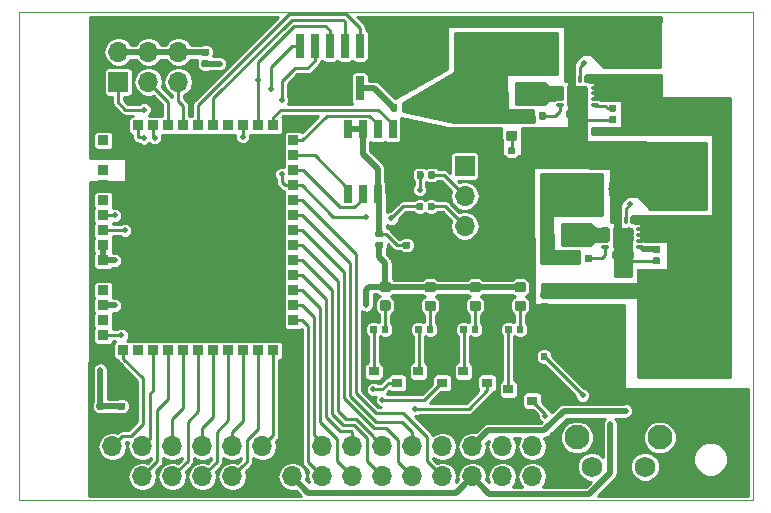
<source format=gbr>
G04 #@! TF.GenerationSoftware,KiCad,Pcbnew,(6.0.0-rc1-dev-1030-g80d50d98b)*
G04 #@! TF.CreationDate,2019-01-07T10:15:23-07:00*
G04 #@! TF.ProjectId,airmed_board_w1.0,6169726D65645F626F6172645F77312E,rev?*
G04 #@! TF.SameCoordinates,Original*
G04 #@! TF.FileFunction,Copper,L1,Top*
G04 #@! TF.FilePolarity,Positive*
%FSLAX46Y46*%
G04 Gerber Fmt 4.6, Leading zero omitted, Abs format (unit mm)*
G04 Created by KiCad (PCBNEW (6.0.0-rc1-dev-1030-g80d50d98b)) date Monday, January 07, 2019 at 10:15:23 AM*
%MOMM*%
%LPD*%
G01*
G04 APERTURE LIST*
G04 #@! TA.AperFunction,NonConductor*
%ADD10C,0.050000*%
G04 #@! TD*
G04 #@! TA.AperFunction,ComponentPad*
%ADD11C,2.100000*%
G04 #@! TD*
G04 #@! TA.AperFunction,ComponentPad*
%ADD12C,1.750000*%
G04 #@! TD*
G04 #@! TA.AperFunction,Conductor*
%ADD13C,0.100000*%
G04 #@! TD*
G04 #@! TA.AperFunction,SMDPad,CuDef*
%ADD14C,0.590000*%
G04 #@! TD*
G04 #@! TA.AperFunction,SMDPad,CuDef*
%ADD15C,0.875000*%
G04 #@! TD*
G04 #@! TA.AperFunction,SMDPad,CuDef*
%ADD16C,1.250000*%
G04 #@! TD*
G04 #@! TA.AperFunction,SMDPad,CuDef*
%ADD17R,2.100000X2.100000*%
G04 #@! TD*
G04 #@! TA.AperFunction,SMDPad,CuDef*
%ADD18R,0.900000X0.900000*%
G04 #@! TD*
G04 #@! TA.AperFunction,SMDPad,CuDef*
%ADD19R,1.800000X1.800000*%
G04 #@! TD*
G04 #@! TA.AperFunction,SMDPad,CuDef*
%ADD20O,0.300000X0.750000*%
G04 #@! TD*
G04 #@! TA.AperFunction,SMDPad,CuDef*
%ADD21O,0.750000X0.300000*%
G04 #@! TD*
G04 #@! TA.AperFunction,SMDPad,CuDef*
%ADD22R,2.000000X0.800000*%
G04 #@! TD*
G04 #@! TA.AperFunction,SMDPad,CuDef*
%ADD23C,0.975000*%
G04 #@! TD*
G04 #@! TA.AperFunction,SMDPad,CuDef*
%ADD24R,0.900000X0.800000*%
G04 #@! TD*
G04 #@! TA.AperFunction,ComponentPad*
%ADD25O,1.700000X1.700000*%
G04 #@! TD*
G04 #@! TA.AperFunction,ComponentPad*
%ADD26R,1.700000X1.700000*%
G04 #@! TD*
G04 #@! TA.AperFunction,SMDPad,CuDef*
%ADD27R,0.750000X2.100000*%
G04 #@! TD*
G04 #@! TA.AperFunction,ComponentPad*
%ADD28C,2.300000*%
G04 #@! TD*
G04 #@! TA.AperFunction,SMDPad,CuDef*
%ADD29R,0.700000X1.550000*%
G04 #@! TD*
G04 #@! TA.AperFunction,ViaPad*
%ADD30C,0.508000*%
G04 #@! TD*
G04 #@! TA.AperFunction,Conductor*
%ADD31C,0.254000*%
G04 #@! TD*
G04 #@! TA.AperFunction,Conductor*
%ADD32C,0.508000*%
G04 #@! TD*
G04 APERTURE END LIST*
D10*
X113487200Y-131826000D02*
X113487200Y-116027200D01*
X175641000Y-131826000D02*
X113487200Y-131826000D01*
X175641000Y-90474800D02*
X175641000Y-131826000D01*
X113487200Y-90474800D02*
X175641000Y-90474800D01*
X113487200Y-91948000D02*
X113487200Y-90474800D01*
X113487200Y-116027200D02*
X113487200Y-91948000D01*
D11*
G04 #@! TO.P,SW1,*
G04 #@! TO.N,*
X167772400Y-126491200D03*
D12*
G04 #@! TO.P,SW1,1*
G04 #@! TO.N,/nRESET*
X166522400Y-128981200D03*
G04 #@! TO.P,SW1,2*
G04 #@! TO.N,Net-(R8-Pad1)*
X162022400Y-128981200D03*
D11*
G04 #@! TO.P,SW1,*
G04 #@! TO.N,*
X160762400Y-126491200D03*
G04 #@! TD*
D13*
G04 #@! TO.N,GND*
G04 #@! TO.C,R5*
G36*
X155406358Y-102908310D02*
X155420676Y-102910434D01*
X155434717Y-102913951D01*
X155448346Y-102918828D01*
X155461431Y-102925017D01*
X155473847Y-102932458D01*
X155485473Y-102941081D01*
X155496198Y-102950802D01*
X155505919Y-102961527D01*
X155514542Y-102973153D01*
X155521983Y-102985569D01*
X155528172Y-102998654D01*
X155533049Y-103012283D01*
X155536566Y-103026324D01*
X155538690Y-103040642D01*
X155539400Y-103055100D01*
X155539400Y-103350100D01*
X155538690Y-103364558D01*
X155536566Y-103378876D01*
X155533049Y-103392917D01*
X155528172Y-103406546D01*
X155521983Y-103419631D01*
X155514542Y-103432047D01*
X155505919Y-103443673D01*
X155496198Y-103454398D01*
X155485473Y-103464119D01*
X155473847Y-103472742D01*
X155461431Y-103480183D01*
X155448346Y-103486372D01*
X155434717Y-103491249D01*
X155420676Y-103494766D01*
X155406358Y-103496890D01*
X155391900Y-103497600D01*
X155046900Y-103497600D01*
X155032442Y-103496890D01*
X155018124Y-103494766D01*
X155004083Y-103491249D01*
X154990454Y-103486372D01*
X154977369Y-103480183D01*
X154964953Y-103472742D01*
X154953327Y-103464119D01*
X154942602Y-103454398D01*
X154932881Y-103443673D01*
X154924258Y-103432047D01*
X154916817Y-103419631D01*
X154910628Y-103406546D01*
X154905751Y-103392917D01*
X154902234Y-103378876D01*
X154900110Y-103364558D01*
X154899400Y-103350100D01*
X154899400Y-103055100D01*
X154900110Y-103040642D01*
X154902234Y-103026324D01*
X154905751Y-103012283D01*
X154910628Y-102998654D01*
X154916817Y-102985569D01*
X154924258Y-102973153D01*
X154932881Y-102961527D01*
X154942602Y-102950802D01*
X154953327Y-102941081D01*
X154964953Y-102932458D01*
X154977369Y-102925017D01*
X154990454Y-102918828D01*
X155004083Y-102913951D01*
X155018124Y-102910434D01*
X155032442Y-102908310D01*
X155046900Y-102907600D01*
X155391900Y-102907600D01*
X155406358Y-102908310D01*
X155406358Y-102908310D01*
G37*
D14*
G04 #@! TD*
G04 #@! TO.P,R5,2*
G04 #@! TO.N,GND*
X155219400Y-103202600D03*
D13*
G04 #@! TO.N,Net-(D1-Pad1)*
G04 #@! TO.C,R5*
G36*
X155406358Y-101938310D02*
X155420676Y-101940434D01*
X155434717Y-101943951D01*
X155448346Y-101948828D01*
X155461431Y-101955017D01*
X155473847Y-101962458D01*
X155485473Y-101971081D01*
X155496198Y-101980802D01*
X155505919Y-101991527D01*
X155514542Y-102003153D01*
X155521983Y-102015569D01*
X155528172Y-102028654D01*
X155533049Y-102042283D01*
X155536566Y-102056324D01*
X155538690Y-102070642D01*
X155539400Y-102085100D01*
X155539400Y-102380100D01*
X155538690Y-102394558D01*
X155536566Y-102408876D01*
X155533049Y-102422917D01*
X155528172Y-102436546D01*
X155521983Y-102449631D01*
X155514542Y-102462047D01*
X155505919Y-102473673D01*
X155496198Y-102484398D01*
X155485473Y-102494119D01*
X155473847Y-102502742D01*
X155461431Y-102510183D01*
X155448346Y-102516372D01*
X155434717Y-102521249D01*
X155420676Y-102524766D01*
X155406358Y-102526890D01*
X155391900Y-102527600D01*
X155046900Y-102527600D01*
X155032442Y-102526890D01*
X155018124Y-102524766D01*
X155004083Y-102521249D01*
X154990454Y-102516372D01*
X154977369Y-102510183D01*
X154964953Y-102502742D01*
X154953327Y-102494119D01*
X154942602Y-102484398D01*
X154932881Y-102473673D01*
X154924258Y-102462047D01*
X154916817Y-102449631D01*
X154910628Y-102436546D01*
X154905751Y-102422917D01*
X154902234Y-102408876D01*
X154900110Y-102394558D01*
X154899400Y-102380100D01*
X154899400Y-102085100D01*
X154900110Y-102070642D01*
X154902234Y-102056324D01*
X154905751Y-102042283D01*
X154910628Y-102028654D01*
X154916817Y-102015569D01*
X154924258Y-102003153D01*
X154932881Y-101991527D01*
X154942602Y-101980802D01*
X154953327Y-101971081D01*
X154964953Y-101962458D01*
X154977369Y-101955017D01*
X154990454Y-101948828D01*
X155004083Y-101943951D01*
X155018124Y-101940434D01*
X155032442Y-101938310D01*
X155046900Y-101937600D01*
X155391900Y-101937600D01*
X155406358Y-101938310D01*
X155406358Y-101938310D01*
G37*
D14*
G04 #@! TD*
G04 #@! TO.P,R5,1*
G04 #@! TO.N,Net-(D1-Pad1)*
X155219400Y-102232600D03*
D13*
G04 #@! TO.N,+3V3*
G04 #@! TO.C,D1*
G36*
X155497091Y-98928253D02*
X155518326Y-98931403D01*
X155539150Y-98936619D01*
X155559362Y-98943851D01*
X155578768Y-98953030D01*
X155597181Y-98964066D01*
X155614424Y-98976854D01*
X155630330Y-98991270D01*
X155644746Y-99007176D01*
X155657534Y-99024419D01*
X155668570Y-99042832D01*
X155677749Y-99062238D01*
X155684981Y-99082450D01*
X155690197Y-99103274D01*
X155693347Y-99124509D01*
X155694400Y-99145950D01*
X155694400Y-99583450D01*
X155693347Y-99604891D01*
X155690197Y-99626126D01*
X155684981Y-99646950D01*
X155677749Y-99667162D01*
X155668570Y-99686568D01*
X155657534Y-99704981D01*
X155644746Y-99722224D01*
X155630330Y-99738130D01*
X155614424Y-99752546D01*
X155597181Y-99765334D01*
X155578768Y-99776370D01*
X155559362Y-99785549D01*
X155539150Y-99792781D01*
X155518326Y-99797997D01*
X155497091Y-99801147D01*
X155475650Y-99802200D01*
X154963150Y-99802200D01*
X154941709Y-99801147D01*
X154920474Y-99797997D01*
X154899650Y-99792781D01*
X154879438Y-99785549D01*
X154860032Y-99776370D01*
X154841619Y-99765334D01*
X154824376Y-99752546D01*
X154808470Y-99738130D01*
X154794054Y-99722224D01*
X154781266Y-99704981D01*
X154770230Y-99686568D01*
X154761051Y-99667162D01*
X154753819Y-99646950D01*
X154748603Y-99626126D01*
X154745453Y-99604891D01*
X154744400Y-99583450D01*
X154744400Y-99145950D01*
X154745453Y-99124509D01*
X154748603Y-99103274D01*
X154753819Y-99082450D01*
X154761051Y-99062238D01*
X154770230Y-99042832D01*
X154781266Y-99024419D01*
X154794054Y-99007176D01*
X154808470Y-98991270D01*
X154824376Y-98976854D01*
X154841619Y-98964066D01*
X154860032Y-98953030D01*
X154879438Y-98943851D01*
X154899650Y-98936619D01*
X154920474Y-98931403D01*
X154941709Y-98928253D01*
X154963150Y-98927200D01*
X155475650Y-98927200D01*
X155497091Y-98928253D01*
X155497091Y-98928253D01*
G37*
D15*
G04 #@! TD*
G04 #@! TO.P,D1,2*
G04 #@! TO.N,+3V3*
X155219400Y-99364700D03*
D13*
G04 #@! TO.N,Net-(D1-Pad1)*
G04 #@! TO.C,D1*
G36*
X155497091Y-100503253D02*
X155518326Y-100506403D01*
X155539150Y-100511619D01*
X155559362Y-100518851D01*
X155578768Y-100528030D01*
X155597181Y-100539066D01*
X155614424Y-100551854D01*
X155630330Y-100566270D01*
X155644746Y-100582176D01*
X155657534Y-100599419D01*
X155668570Y-100617832D01*
X155677749Y-100637238D01*
X155684981Y-100657450D01*
X155690197Y-100678274D01*
X155693347Y-100699509D01*
X155694400Y-100720950D01*
X155694400Y-101158450D01*
X155693347Y-101179891D01*
X155690197Y-101201126D01*
X155684981Y-101221950D01*
X155677749Y-101242162D01*
X155668570Y-101261568D01*
X155657534Y-101279981D01*
X155644746Y-101297224D01*
X155630330Y-101313130D01*
X155614424Y-101327546D01*
X155597181Y-101340334D01*
X155578768Y-101351370D01*
X155559362Y-101360549D01*
X155539150Y-101367781D01*
X155518326Y-101372997D01*
X155497091Y-101376147D01*
X155475650Y-101377200D01*
X154963150Y-101377200D01*
X154941709Y-101376147D01*
X154920474Y-101372997D01*
X154899650Y-101367781D01*
X154879438Y-101360549D01*
X154860032Y-101351370D01*
X154841619Y-101340334D01*
X154824376Y-101327546D01*
X154808470Y-101313130D01*
X154794054Y-101297224D01*
X154781266Y-101279981D01*
X154770230Y-101261568D01*
X154761051Y-101242162D01*
X154753819Y-101221950D01*
X154748603Y-101201126D01*
X154745453Y-101179891D01*
X154744400Y-101158450D01*
X154744400Y-100720950D01*
X154745453Y-100699509D01*
X154748603Y-100678274D01*
X154753819Y-100657450D01*
X154761051Y-100637238D01*
X154770230Y-100617832D01*
X154781266Y-100599419D01*
X154794054Y-100582176D01*
X154808470Y-100566270D01*
X154824376Y-100551854D01*
X154841619Y-100539066D01*
X154860032Y-100528030D01*
X154879438Y-100518851D01*
X154899650Y-100511619D01*
X154920474Y-100506403D01*
X154941709Y-100503253D01*
X154963150Y-100502200D01*
X155475650Y-100502200D01*
X155497091Y-100503253D01*
X155497091Y-100503253D01*
G37*
D15*
G04 #@! TD*
G04 #@! TO.P,D1,1*
G04 #@! TO.N,Net-(D1-Pad1)*
X155219400Y-100939700D03*
D13*
G04 #@! TO.N,GND*
G04 #@! TO.C,C3*
G36*
X167273504Y-93480204D02*
X167297773Y-93483804D01*
X167321571Y-93489765D01*
X167344671Y-93498030D01*
X167366849Y-93508520D01*
X167387893Y-93521133D01*
X167407598Y-93535747D01*
X167425777Y-93552223D01*
X167442253Y-93570402D01*
X167456867Y-93590107D01*
X167469480Y-93611151D01*
X167479970Y-93633329D01*
X167488235Y-93656429D01*
X167494196Y-93680227D01*
X167497796Y-93704496D01*
X167499000Y-93729000D01*
X167499000Y-94479000D01*
X167497796Y-94503504D01*
X167494196Y-94527773D01*
X167488235Y-94551571D01*
X167479970Y-94574671D01*
X167469480Y-94596849D01*
X167456867Y-94617893D01*
X167442253Y-94637598D01*
X167425777Y-94655777D01*
X167407598Y-94672253D01*
X167387893Y-94686867D01*
X167366849Y-94699480D01*
X167344671Y-94709970D01*
X167321571Y-94718235D01*
X167297773Y-94724196D01*
X167273504Y-94727796D01*
X167249000Y-94729000D01*
X165999000Y-94729000D01*
X165974496Y-94727796D01*
X165950227Y-94724196D01*
X165926429Y-94718235D01*
X165903329Y-94709970D01*
X165881151Y-94699480D01*
X165860107Y-94686867D01*
X165840402Y-94672253D01*
X165822223Y-94655777D01*
X165805747Y-94637598D01*
X165791133Y-94617893D01*
X165778520Y-94596849D01*
X165768030Y-94574671D01*
X165759765Y-94551571D01*
X165753804Y-94527773D01*
X165750204Y-94503504D01*
X165749000Y-94479000D01*
X165749000Y-93729000D01*
X165750204Y-93704496D01*
X165753804Y-93680227D01*
X165759765Y-93656429D01*
X165768030Y-93633329D01*
X165778520Y-93611151D01*
X165791133Y-93590107D01*
X165805747Y-93570402D01*
X165822223Y-93552223D01*
X165840402Y-93535747D01*
X165860107Y-93521133D01*
X165881151Y-93508520D01*
X165903329Y-93498030D01*
X165926429Y-93489765D01*
X165950227Y-93483804D01*
X165974496Y-93480204D01*
X165999000Y-93479000D01*
X167249000Y-93479000D01*
X167273504Y-93480204D01*
X167273504Y-93480204D01*
G37*
D16*
G04 #@! TD*
G04 #@! TO.P,C3,2*
G04 #@! TO.N,GND*
X166624000Y-94104000D03*
D13*
G04 #@! TO.N,+12V*
G04 #@! TO.C,C3*
G36*
X167273504Y-96280204D02*
X167297773Y-96283804D01*
X167321571Y-96289765D01*
X167344671Y-96298030D01*
X167366849Y-96308520D01*
X167387893Y-96321133D01*
X167407598Y-96335747D01*
X167425777Y-96352223D01*
X167442253Y-96370402D01*
X167456867Y-96390107D01*
X167469480Y-96411151D01*
X167479970Y-96433329D01*
X167488235Y-96456429D01*
X167494196Y-96480227D01*
X167497796Y-96504496D01*
X167499000Y-96529000D01*
X167499000Y-97279000D01*
X167497796Y-97303504D01*
X167494196Y-97327773D01*
X167488235Y-97351571D01*
X167479970Y-97374671D01*
X167469480Y-97396849D01*
X167456867Y-97417893D01*
X167442253Y-97437598D01*
X167425777Y-97455777D01*
X167407598Y-97472253D01*
X167387893Y-97486867D01*
X167366849Y-97499480D01*
X167344671Y-97509970D01*
X167321571Y-97518235D01*
X167297773Y-97524196D01*
X167273504Y-97527796D01*
X167249000Y-97529000D01*
X165999000Y-97529000D01*
X165974496Y-97527796D01*
X165950227Y-97524196D01*
X165926429Y-97518235D01*
X165903329Y-97509970D01*
X165881151Y-97499480D01*
X165860107Y-97486867D01*
X165840402Y-97472253D01*
X165822223Y-97455777D01*
X165805747Y-97437598D01*
X165791133Y-97417893D01*
X165778520Y-97396849D01*
X165768030Y-97374671D01*
X165759765Y-97351571D01*
X165753804Y-97327773D01*
X165750204Y-97303504D01*
X165749000Y-97279000D01*
X165749000Y-96529000D01*
X165750204Y-96504496D01*
X165753804Y-96480227D01*
X165759765Y-96456429D01*
X165768030Y-96433329D01*
X165778520Y-96411151D01*
X165791133Y-96390107D01*
X165805747Y-96370402D01*
X165822223Y-96352223D01*
X165840402Y-96335747D01*
X165860107Y-96321133D01*
X165881151Y-96308520D01*
X165903329Y-96298030D01*
X165926429Y-96289765D01*
X165950227Y-96283804D01*
X165974496Y-96280204D01*
X165999000Y-96279000D01*
X167249000Y-96279000D01*
X167273504Y-96280204D01*
X167273504Y-96280204D01*
G37*
D16*
G04 #@! TD*
G04 #@! TO.P,C3,1*
G04 #@! TO.N,+12V*
X166624000Y-96904000D03*
D13*
G04 #@! TO.N,GND*
G04 #@! TO.C,C1*
G36*
X171362904Y-105519804D02*
X171387173Y-105523404D01*
X171410971Y-105529365D01*
X171434071Y-105537630D01*
X171456249Y-105548120D01*
X171477293Y-105560733D01*
X171496998Y-105575347D01*
X171515177Y-105591823D01*
X171531653Y-105610002D01*
X171546267Y-105629707D01*
X171558880Y-105650751D01*
X171569370Y-105672929D01*
X171577635Y-105696029D01*
X171583596Y-105719827D01*
X171587196Y-105744096D01*
X171588400Y-105768600D01*
X171588400Y-106518600D01*
X171587196Y-106543104D01*
X171583596Y-106567373D01*
X171577635Y-106591171D01*
X171569370Y-106614271D01*
X171558880Y-106636449D01*
X171546267Y-106657493D01*
X171531653Y-106677198D01*
X171515177Y-106695377D01*
X171496998Y-106711853D01*
X171477293Y-106726467D01*
X171456249Y-106739080D01*
X171434071Y-106749570D01*
X171410971Y-106757835D01*
X171387173Y-106763796D01*
X171362904Y-106767396D01*
X171338400Y-106768600D01*
X170088400Y-106768600D01*
X170063896Y-106767396D01*
X170039627Y-106763796D01*
X170015829Y-106757835D01*
X169992729Y-106749570D01*
X169970551Y-106739080D01*
X169949507Y-106726467D01*
X169929802Y-106711853D01*
X169911623Y-106695377D01*
X169895147Y-106677198D01*
X169880533Y-106657493D01*
X169867920Y-106636449D01*
X169857430Y-106614271D01*
X169849165Y-106591171D01*
X169843204Y-106567373D01*
X169839604Y-106543104D01*
X169838400Y-106518600D01*
X169838400Y-105768600D01*
X169839604Y-105744096D01*
X169843204Y-105719827D01*
X169849165Y-105696029D01*
X169857430Y-105672929D01*
X169867920Y-105650751D01*
X169880533Y-105629707D01*
X169895147Y-105610002D01*
X169911623Y-105591823D01*
X169929802Y-105575347D01*
X169949507Y-105560733D01*
X169970551Y-105548120D01*
X169992729Y-105537630D01*
X170015829Y-105529365D01*
X170039627Y-105523404D01*
X170063896Y-105519804D01*
X170088400Y-105518600D01*
X171338400Y-105518600D01*
X171362904Y-105519804D01*
X171362904Y-105519804D01*
G37*
D16*
G04 #@! TD*
G04 #@! TO.P,C1,2*
G04 #@! TO.N,GND*
X170713400Y-106143600D03*
D13*
G04 #@! TO.N,+12V*
G04 #@! TO.C,C1*
G36*
X171362904Y-108319804D02*
X171387173Y-108323404D01*
X171410971Y-108329365D01*
X171434071Y-108337630D01*
X171456249Y-108348120D01*
X171477293Y-108360733D01*
X171496998Y-108375347D01*
X171515177Y-108391823D01*
X171531653Y-108410002D01*
X171546267Y-108429707D01*
X171558880Y-108450751D01*
X171569370Y-108472929D01*
X171577635Y-108496029D01*
X171583596Y-108519827D01*
X171587196Y-108544096D01*
X171588400Y-108568600D01*
X171588400Y-109318600D01*
X171587196Y-109343104D01*
X171583596Y-109367373D01*
X171577635Y-109391171D01*
X171569370Y-109414271D01*
X171558880Y-109436449D01*
X171546267Y-109457493D01*
X171531653Y-109477198D01*
X171515177Y-109495377D01*
X171496998Y-109511853D01*
X171477293Y-109526467D01*
X171456249Y-109539080D01*
X171434071Y-109549570D01*
X171410971Y-109557835D01*
X171387173Y-109563796D01*
X171362904Y-109567396D01*
X171338400Y-109568600D01*
X170088400Y-109568600D01*
X170063896Y-109567396D01*
X170039627Y-109563796D01*
X170015829Y-109557835D01*
X169992729Y-109549570D01*
X169970551Y-109539080D01*
X169949507Y-109526467D01*
X169929802Y-109511853D01*
X169911623Y-109495377D01*
X169895147Y-109477198D01*
X169880533Y-109457493D01*
X169867920Y-109436449D01*
X169857430Y-109414271D01*
X169849165Y-109391171D01*
X169843204Y-109367373D01*
X169839604Y-109343104D01*
X169838400Y-109318600D01*
X169838400Y-108568600D01*
X169839604Y-108544096D01*
X169843204Y-108519827D01*
X169849165Y-108496029D01*
X169857430Y-108472929D01*
X169867920Y-108450751D01*
X169880533Y-108429707D01*
X169895147Y-108410002D01*
X169911623Y-108391823D01*
X169929802Y-108375347D01*
X169949507Y-108360733D01*
X169970551Y-108348120D01*
X169992729Y-108337630D01*
X170015829Y-108329365D01*
X170039627Y-108323404D01*
X170063896Y-108319804D01*
X170088400Y-108318600D01*
X171338400Y-108318600D01*
X171362904Y-108319804D01*
X171362904Y-108319804D01*
G37*
D16*
G04 #@! TD*
G04 #@! TO.P,C1,1*
G04 #@! TO.N,+12V*
X170713400Y-108943600D03*
D17*
G04 #@! TO.P,IC1,63*
G04 #@! TO.N,GND*
X127201800Y-108101000D03*
G04 #@! TO.P,IC1,62*
X127201800Y-111101000D03*
G04 #@! TO.P,IC1,61*
X127201800Y-114101000D03*
G04 #@! TO.P,IC1,60*
X130201800Y-108101000D03*
G04 #@! TO.P,IC1,59*
X130201800Y-111101000D03*
G04 #@! TO.P,IC1,58*
X130201800Y-114101000D03*
G04 #@! TO.P,IC1,57*
X133201800Y-108101000D03*
G04 #@! TO.P,IC1,56*
X133201800Y-111101000D03*
G04 #@! TO.P,IC1,55*
X133201800Y-114101000D03*
D18*
G04 #@! TO.P,IC1,54*
G04 #@! TO.N,/GPIO9*
X135051800Y-119126000D03*
G04 #@! TO.P,IC1,53*
G04 #@! TO.N,/GPIO8*
X133781800Y-119126000D03*
G04 #@! TO.P,IC1,52*
G04 #@! TO.N,/GPIO7*
X132511800Y-119126000D03*
G04 #@! TO.P,IC1,51*
G04 #@! TO.N,/GPIO6*
X131241800Y-119126000D03*
G04 #@! TO.P,IC1,50*
G04 #@! TO.N,/GPIO5*
X129971800Y-119126000D03*
G04 #@! TO.P,IC1,49*
G04 #@! TO.N,/GPIO4*
X128701800Y-119126000D03*
G04 #@! TO.P,IC1,48*
G04 #@! TO.N,/GPIO3*
X127431800Y-119126000D03*
G04 #@! TO.P,IC1,47*
G04 #@! TO.N,/GPIO2*
X126161800Y-119126000D03*
G04 #@! TO.P,IC1,46*
G04 #@! TO.N,/GPIO1*
X124891800Y-119126000D03*
G04 #@! TO.P,IC1,45*
G04 #@! TO.N,Net-(IC1-Pad45)*
X123621800Y-119126000D03*
G04 #@! TO.P,IC1,44*
G04 #@! TO.N,/GPIO0*
X122351800Y-119126000D03*
G04 #@! TO.P,IC1,43*
G04 #@! TO.N,GND*
X120651800Y-119126000D03*
G04 #@! TO.P,IC1,42*
G04 #@! TO.N,/GPIO30*
X120651800Y-117856000D03*
G04 #@! TO.P,IC1,41*
G04 #@! TO.N,Net-(IC1-Pad41)*
X120651800Y-116586000D03*
G04 #@! TO.P,IC1,40*
G04 #@! TO.N,+3V3*
X120651800Y-115316000D03*
G04 #@! TO.P,IC1,39*
G04 #@! TO.N,Net-(IC1-Pad39)*
X120651800Y-114046000D03*
G04 #@! TO.P,IC1,38*
G04 #@! TO.N,GND*
X120651800Y-112776000D03*
G04 #@! TO.P,IC1,37*
G04 #@! TO.N,+3V3*
X120651800Y-111506000D03*
G04 #@! TO.P,IC1,36*
X120651800Y-110236000D03*
G04 #@! TO.P,IC1,35*
G04 #@! TO.N,/nRESET*
X120651800Y-108966000D03*
G04 #@! TO.P,IC1,34*
G04 #@! TO.N,/SOP0*
X120651800Y-107696000D03*
G04 #@! TO.P,IC1,33*
G04 #@! TO.N,Net-(IC1-Pad33)*
X120651800Y-106426000D03*
G04 #@! TO.P,IC1,32*
G04 #@! TO.N,GND*
X120651800Y-105156000D03*
G04 #@! TO.P,IC1,31*
G04 #@! TO.N,Net-(IC1-Pad31)*
X120651800Y-103886000D03*
G04 #@! TO.P,IC1,30*
G04 #@! TO.N,GND*
X120651800Y-102616000D03*
G04 #@! TO.P,IC1,29*
G04 #@! TO.N,Net-(IC1-Pad29)*
X120651800Y-101346000D03*
G04 #@! TO.P,IC1,28*
G04 #@! TO.N,GND*
X120651800Y-100076000D03*
G04 #@! TO.P,IC1,27*
X122351800Y-100076000D03*
G04 #@! TO.P,IC1,26*
G04 #@! TO.N,/GPIO27*
X123621800Y-100076000D03*
G04 #@! TO.P,IC1,25*
G04 #@! TO.N,/GPIO26*
X124891800Y-100076000D03*
G04 #@! TO.P,IC1,24*
G04 #@! TO.N,/SOP1*
X126161800Y-100076000D03*
G04 #@! TO.P,IC1,23*
G04 #@! TO.N,/SOP2*
X127431800Y-100076000D03*
G04 #@! TO.P,IC1,22*
G04 #@! TO.N,/JTAG_TMS*
X128701800Y-100076000D03*
G04 #@! TO.P,IC1,21*
G04 #@! TO.N,/JTAG_TCK*
X129971800Y-100076000D03*
G04 #@! TO.P,IC1,20*
G04 #@! TO.N,Net-(IC1-Pad20)*
X131241800Y-100076000D03*
G04 #@! TO.P,IC1,19*
G04 #@! TO.N,/GPIO28*
X132511800Y-100076000D03*
G04 #@! TO.P,IC1,18*
G04 #@! TO.N,/JTAG_TDO*
X133781800Y-100076000D03*
G04 #@! TO.P,IC1,17*
G04 #@! TO.N,/FLASH_MOSI*
X135051800Y-100076000D03*
G04 #@! TO.P,IC1,16*
G04 #@! TO.N,GND*
X136751800Y-100076000D03*
G04 #@! TO.P,IC1,15*
G04 #@! TO.N,/FLASH_CLK*
X136751800Y-101346000D03*
G04 #@! TO.P,IC1,14*
G04 #@! TO.N,/FLASH_nCS*
X136751800Y-102616000D03*
G04 #@! TO.P,IC1,13*
G04 #@! TO.N,/FLASH_MISO*
X136751800Y-103886000D03*
G04 #@! TO.P,IC1,12*
G04 #@! TO.N,/JTAG_TDI*
X136751800Y-105156000D03*
G04 #@! TO.P,IC1,11*
G04 #@! TO.N,/GPIO22*
X136751800Y-106426000D03*
G04 #@! TO.P,IC1,10*
G04 #@! TO.N,/GPIO13*
X136751800Y-107696000D03*
G04 #@! TO.P,IC1,9*
G04 #@! TO.N,/GPIO12*
X136751800Y-108966000D03*
G04 #@! TO.P,IC1,8*
G04 #@! TO.N,/GPIO17*
X136751800Y-110236000D03*
G04 #@! TO.P,IC1,7*
G04 #@! TO.N,/GPIO16*
X136751800Y-111506000D03*
G04 #@! TO.P,IC1,6*
G04 #@! TO.N,/GPIO15*
X136751800Y-112776000D03*
G04 #@! TO.P,IC1,5*
G04 #@! TO.N,/GPIO14*
X136751800Y-114046000D03*
G04 #@! TO.P,IC1,4*
G04 #@! TO.N,/GPIO11*
X136751800Y-115316000D03*
G04 #@! TO.P,IC1,3*
G04 #@! TO.N,/GPIO10*
X136751800Y-116586000D03*
G04 #@! TO.P,IC1,2*
G04 #@! TO.N,GND*
X136751800Y-117856000D03*
G04 #@! TO.P,IC1,1*
X136751800Y-119126000D03*
G04 #@! TD*
D19*
G04 #@! TO.P,U2,17*
G04 #@! TO.N,GND*
X160782000Y-97612200D03*
D20*
G04 #@! TO.P,U2,16*
X160032000Y-96137200D03*
G04 #@! TO.P,U2,15*
X160532000Y-96137200D03*
G04 #@! TO.P,U2,14*
G04 #@! TO.N,+3V3*
X161032000Y-96137200D03*
G04 #@! TO.P,U2,13*
G04 #@! TO.N,+12V*
X161532000Y-96137200D03*
D21*
G04 #@! TO.P,U2,12*
X162257000Y-96862200D03*
G04 #@! TO.P,U2,11*
X162257000Y-97362200D03*
G04 #@! TO.P,U2,10*
X162257000Y-97862200D03*
G04 #@! TO.P,U2,9*
G04 #@! TO.N,Net-(C15-Pad1)*
X162257000Y-98362200D03*
D20*
G04 #@! TO.P,U2,8*
G04 #@! TO.N,GND*
X161532000Y-99087200D03*
G04 #@! TO.P,U2,7*
X161032000Y-99087200D03*
G04 #@! TO.P,U2,6*
X160532000Y-99087200D03*
G04 #@! TO.P,U2,5*
X160032000Y-99087200D03*
D21*
G04 #@! TO.P,U2,4*
G04 #@! TO.N,Net-(R14-Pad2)*
X159307000Y-98362200D03*
G04 #@! TO.P,U2,3*
G04 #@! TO.N,Net-(L3-Pad1)*
X159307000Y-97862200D03*
G04 #@! TO.P,U2,2*
X159307000Y-97362200D03*
G04 #@! TO.P,U2,1*
X159307000Y-96862200D03*
G04 #@! TD*
D19*
G04 #@! TO.P,U1,17*
G04 #@! TO.N,GND*
X164642800Y-109575600D03*
D20*
G04 #@! TO.P,U1,16*
X163892800Y-108100600D03*
G04 #@! TO.P,U1,15*
X164392800Y-108100600D03*
G04 #@! TO.P,U1,14*
G04 #@! TO.N,+5V*
X164892800Y-108100600D03*
G04 #@! TO.P,U1,13*
G04 #@! TO.N,+12V*
X165392800Y-108100600D03*
D21*
G04 #@! TO.P,U1,12*
X166117800Y-108825600D03*
G04 #@! TO.P,U1,11*
X166117800Y-109325600D03*
G04 #@! TO.P,U1,10*
X166117800Y-109825600D03*
G04 #@! TO.P,U1,9*
G04 #@! TO.N,Net-(C14-Pad1)*
X166117800Y-110325600D03*
D20*
G04 #@! TO.P,U1,8*
G04 #@! TO.N,GND*
X165392800Y-111050600D03*
G04 #@! TO.P,U1,7*
X164892800Y-111050600D03*
G04 #@! TO.P,U1,6*
X164392800Y-111050600D03*
G04 #@! TO.P,U1,5*
X163892800Y-111050600D03*
D21*
G04 #@! TO.P,U1,4*
G04 #@! TO.N,Net-(R13-Pad2)*
X163167800Y-110325600D03*
G04 #@! TO.P,U1,3*
G04 #@! TO.N,Net-(L2-Pad1)*
X163167800Y-109825600D03*
G04 #@! TO.P,U1,2*
X163167800Y-109325600D03*
G04 #@! TO.P,U1,1*
X163167800Y-108825600D03*
G04 #@! TD*
D13*
G04 #@! TO.N,Net-(R14-Pad2)*
G04 #@! TO.C,R14*
G36*
X157974558Y-98943910D02*
X157988876Y-98946034D01*
X158002917Y-98949551D01*
X158016546Y-98954428D01*
X158029631Y-98960617D01*
X158042047Y-98968058D01*
X158053673Y-98976681D01*
X158064398Y-98986402D01*
X158074119Y-98997127D01*
X158082742Y-99008753D01*
X158090183Y-99021169D01*
X158096372Y-99034254D01*
X158101249Y-99047883D01*
X158104766Y-99061924D01*
X158106890Y-99076242D01*
X158107600Y-99090700D01*
X158107600Y-99435700D01*
X158106890Y-99450158D01*
X158104766Y-99464476D01*
X158101249Y-99478517D01*
X158096372Y-99492146D01*
X158090183Y-99505231D01*
X158082742Y-99517647D01*
X158074119Y-99529273D01*
X158064398Y-99539998D01*
X158053673Y-99549719D01*
X158042047Y-99558342D01*
X158029631Y-99565783D01*
X158016546Y-99571972D01*
X158002917Y-99576849D01*
X157988876Y-99580366D01*
X157974558Y-99582490D01*
X157960100Y-99583200D01*
X157665100Y-99583200D01*
X157650642Y-99582490D01*
X157636324Y-99580366D01*
X157622283Y-99576849D01*
X157608654Y-99571972D01*
X157595569Y-99565783D01*
X157583153Y-99558342D01*
X157571527Y-99549719D01*
X157560802Y-99539998D01*
X157551081Y-99529273D01*
X157542458Y-99517647D01*
X157535017Y-99505231D01*
X157528828Y-99492146D01*
X157523951Y-99478517D01*
X157520434Y-99464476D01*
X157518310Y-99450158D01*
X157517600Y-99435700D01*
X157517600Y-99090700D01*
X157518310Y-99076242D01*
X157520434Y-99061924D01*
X157523951Y-99047883D01*
X157528828Y-99034254D01*
X157535017Y-99021169D01*
X157542458Y-99008753D01*
X157551081Y-98997127D01*
X157560802Y-98986402D01*
X157571527Y-98976681D01*
X157583153Y-98968058D01*
X157595569Y-98960617D01*
X157608654Y-98954428D01*
X157622283Y-98949551D01*
X157636324Y-98946034D01*
X157650642Y-98943910D01*
X157665100Y-98943200D01*
X157960100Y-98943200D01*
X157974558Y-98943910D01*
X157974558Y-98943910D01*
G37*
D14*
G04 #@! TD*
G04 #@! TO.P,R14,2*
G04 #@! TO.N,Net-(R14-Pad2)*
X157812600Y-99263200D03*
D13*
G04 #@! TO.N,+3V3*
G04 #@! TO.C,R14*
G36*
X157004558Y-98943910D02*
X157018876Y-98946034D01*
X157032917Y-98949551D01*
X157046546Y-98954428D01*
X157059631Y-98960617D01*
X157072047Y-98968058D01*
X157083673Y-98976681D01*
X157094398Y-98986402D01*
X157104119Y-98997127D01*
X157112742Y-99008753D01*
X157120183Y-99021169D01*
X157126372Y-99034254D01*
X157131249Y-99047883D01*
X157134766Y-99061924D01*
X157136890Y-99076242D01*
X157137600Y-99090700D01*
X157137600Y-99435700D01*
X157136890Y-99450158D01*
X157134766Y-99464476D01*
X157131249Y-99478517D01*
X157126372Y-99492146D01*
X157120183Y-99505231D01*
X157112742Y-99517647D01*
X157104119Y-99529273D01*
X157094398Y-99539998D01*
X157083673Y-99549719D01*
X157072047Y-99558342D01*
X157059631Y-99565783D01*
X157046546Y-99571972D01*
X157032917Y-99576849D01*
X157018876Y-99580366D01*
X157004558Y-99582490D01*
X156990100Y-99583200D01*
X156695100Y-99583200D01*
X156680642Y-99582490D01*
X156666324Y-99580366D01*
X156652283Y-99576849D01*
X156638654Y-99571972D01*
X156625569Y-99565783D01*
X156613153Y-99558342D01*
X156601527Y-99549719D01*
X156590802Y-99539998D01*
X156581081Y-99529273D01*
X156572458Y-99517647D01*
X156565017Y-99505231D01*
X156558828Y-99492146D01*
X156553951Y-99478517D01*
X156550434Y-99464476D01*
X156548310Y-99450158D01*
X156547600Y-99435700D01*
X156547600Y-99090700D01*
X156548310Y-99076242D01*
X156550434Y-99061924D01*
X156553951Y-99047883D01*
X156558828Y-99034254D01*
X156565017Y-99021169D01*
X156572458Y-99008753D01*
X156581081Y-98997127D01*
X156590802Y-98986402D01*
X156601527Y-98976681D01*
X156613153Y-98968058D01*
X156625569Y-98960617D01*
X156638654Y-98954428D01*
X156652283Y-98949551D01*
X156666324Y-98946034D01*
X156680642Y-98943910D01*
X156695100Y-98943200D01*
X156990100Y-98943200D01*
X157004558Y-98943910D01*
X157004558Y-98943910D01*
G37*
D14*
G04 #@! TD*
G04 #@! TO.P,R14,1*
G04 #@! TO.N,+3V3*
X156842600Y-99263200D03*
D13*
G04 #@! TO.N,Net-(R13-Pad2)*
G04 #@! TO.C,R13*
G36*
X161886158Y-111008910D02*
X161900476Y-111011034D01*
X161914517Y-111014551D01*
X161928146Y-111019428D01*
X161941231Y-111025617D01*
X161953647Y-111033058D01*
X161965273Y-111041681D01*
X161975998Y-111051402D01*
X161985719Y-111062127D01*
X161994342Y-111073753D01*
X162001783Y-111086169D01*
X162007972Y-111099254D01*
X162012849Y-111112883D01*
X162016366Y-111126924D01*
X162018490Y-111141242D01*
X162019200Y-111155700D01*
X162019200Y-111500700D01*
X162018490Y-111515158D01*
X162016366Y-111529476D01*
X162012849Y-111543517D01*
X162007972Y-111557146D01*
X162001783Y-111570231D01*
X161994342Y-111582647D01*
X161985719Y-111594273D01*
X161975998Y-111604998D01*
X161965273Y-111614719D01*
X161953647Y-111623342D01*
X161941231Y-111630783D01*
X161928146Y-111636972D01*
X161914517Y-111641849D01*
X161900476Y-111645366D01*
X161886158Y-111647490D01*
X161871700Y-111648200D01*
X161576700Y-111648200D01*
X161562242Y-111647490D01*
X161547924Y-111645366D01*
X161533883Y-111641849D01*
X161520254Y-111636972D01*
X161507169Y-111630783D01*
X161494753Y-111623342D01*
X161483127Y-111614719D01*
X161472402Y-111604998D01*
X161462681Y-111594273D01*
X161454058Y-111582647D01*
X161446617Y-111570231D01*
X161440428Y-111557146D01*
X161435551Y-111543517D01*
X161432034Y-111529476D01*
X161429910Y-111515158D01*
X161429200Y-111500700D01*
X161429200Y-111155700D01*
X161429910Y-111141242D01*
X161432034Y-111126924D01*
X161435551Y-111112883D01*
X161440428Y-111099254D01*
X161446617Y-111086169D01*
X161454058Y-111073753D01*
X161462681Y-111062127D01*
X161472402Y-111051402D01*
X161483127Y-111041681D01*
X161494753Y-111033058D01*
X161507169Y-111025617D01*
X161520254Y-111019428D01*
X161533883Y-111014551D01*
X161547924Y-111011034D01*
X161562242Y-111008910D01*
X161576700Y-111008200D01*
X161871700Y-111008200D01*
X161886158Y-111008910D01*
X161886158Y-111008910D01*
G37*
D14*
G04 #@! TD*
G04 #@! TO.P,R13,2*
G04 #@! TO.N,Net-(R13-Pad2)*
X161724200Y-111328200D03*
D13*
G04 #@! TO.N,+5V*
G04 #@! TO.C,R13*
G36*
X160916158Y-111008910D02*
X160930476Y-111011034D01*
X160944517Y-111014551D01*
X160958146Y-111019428D01*
X160971231Y-111025617D01*
X160983647Y-111033058D01*
X160995273Y-111041681D01*
X161005998Y-111051402D01*
X161015719Y-111062127D01*
X161024342Y-111073753D01*
X161031783Y-111086169D01*
X161037972Y-111099254D01*
X161042849Y-111112883D01*
X161046366Y-111126924D01*
X161048490Y-111141242D01*
X161049200Y-111155700D01*
X161049200Y-111500700D01*
X161048490Y-111515158D01*
X161046366Y-111529476D01*
X161042849Y-111543517D01*
X161037972Y-111557146D01*
X161031783Y-111570231D01*
X161024342Y-111582647D01*
X161015719Y-111594273D01*
X161005998Y-111604998D01*
X160995273Y-111614719D01*
X160983647Y-111623342D01*
X160971231Y-111630783D01*
X160958146Y-111636972D01*
X160944517Y-111641849D01*
X160930476Y-111645366D01*
X160916158Y-111647490D01*
X160901700Y-111648200D01*
X160606700Y-111648200D01*
X160592242Y-111647490D01*
X160577924Y-111645366D01*
X160563883Y-111641849D01*
X160550254Y-111636972D01*
X160537169Y-111630783D01*
X160524753Y-111623342D01*
X160513127Y-111614719D01*
X160502402Y-111604998D01*
X160492681Y-111594273D01*
X160484058Y-111582647D01*
X160476617Y-111570231D01*
X160470428Y-111557146D01*
X160465551Y-111543517D01*
X160462034Y-111529476D01*
X160459910Y-111515158D01*
X160459200Y-111500700D01*
X160459200Y-111155700D01*
X160459910Y-111141242D01*
X160462034Y-111126924D01*
X160465551Y-111112883D01*
X160470428Y-111099254D01*
X160476617Y-111086169D01*
X160484058Y-111073753D01*
X160492681Y-111062127D01*
X160502402Y-111051402D01*
X160513127Y-111041681D01*
X160524753Y-111033058D01*
X160537169Y-111025617D01*
X160550254Y-111019428D01*
X160563883Y-111014551D01*
X160577924Y-111011034D01*
X160592242Y-111008910D01*
X160606700Y-111008200D01*
X160901700Y-111008200D01*
X160916158Y-111008910D01*
X160916158Y-111008910D01*
G37*
D14*
G04 #@! TD*
G04 #@! TO.P,R13,1*
G04 #@! TO.N,+5V*
X160754200Y-111328200D03*
D22*
G04 #@! TO.P,L3,2*
G04 #@! TO.N,+3V3*
X156794200Y-95367600D03*
G04 #@! TO.P,L3,1*
G04 #@! TO.N,Net-(L3-Pad1)*
X156794200Y-97367600D03*
G04 #@! TD*
G04 #@! TO.P,L2,2*
G04 #@! TO.N,+5V*
X160477200Y-107331000D03*
G04 #@! TO.P,L2,1*
G04 #@! TO.N,Net-(L2-Pad1)*
X160477200Y-109331000D03*
G04 #@! TD*
D13*
G04 #@! TO.N,+3V3*
G04 #@! TO.C,C17*
G36*
X158562742Y-92798574D02*
X158586403Y-92802084D01*
X158609607Y-92807896D01*
X158632129Y-92815954D01*
X158653753Y-92826182D01*
X158674270Y-92838479D01*
X158693483Y-92852729D01*
X158711207Y-92868793D01*
X158727271Y-92886517D01*
X158741521Y-92905730D01*
X158753818Y-92926247D01*
X158764046Y-92947871D01*
X158772104Y-92970393D01*
X158777916Y-92993597D01*
X158781426Y-93017258D01*
X158782600Y-93041150D01*
X158782600Y-93953650D01*
X158781426Y-93977542D01*
X158777916Y-94001203D01*
X158772104Y-94024407D01*
X158764046Y-94046929D01*
X158753818Y-94068553D01*
X158741521Y-94089070D01*
X158727271Y-94108283D01*
X158711207Y-94126007D01*
X158693483Y-94142071D01*
X158674270Y-94156321D01*
X158653753Y-94168618D01*
X158632129Y-94178846D01*
X158609607Y-94186904D01*
X158586403Y-94192716D01*
X158562742Y-94196226D01*
X158538850Y-94197400D01*
X158051350Y-94197400D01*
X158027458Y-94196226D01*
X158003797Y-94192716D01*
X157980593Y-94186904D01*
X157958071Y-94178846D01*
X157936447Y-94168618D01*
X157915930Y-94156321D01*
X157896717Y-94142071D01*
X157878993Y-94126007D01*
X157862929Y-94108283D01*
X157848679Y-94089070D01*
X157836382Y-94068553D01*
X157826154Y-94046929D01*
X157818096Y-94024407D01*
X157812284Y-94001203D01*
X157808774Y-93977542D01*
X157807600Y-93953650D01*
X157807600Y-93041150D01*
X157808774Y-93017258D01*
X157812284Y-92993597D01*
X157818096Y-92970393D01*
X157826154Y-92947871D01*
X157836382Y-92926247D01*
X157848679Y-92905730D01*
X157862929Y-92886517D01*
X157878993Y-92868793D01*
X157896717Y-92852729D01*
X157915930Y-92838479D01*
X157936447Y-92826182D01*
X157958071Y-92815954D01*
X157980593Y-92807896D01*
X158003797Y-92802084D01*
X158027458Y-92798574D01*
X158051350Y-92797400D01*
X158538850Y-92797400D01*
X158562742Y-92798574D01*
X158562742Y-92798574D01*
G37*
D23*
G04 #@! TD*
G04 #@! TO.P,C17,1*
G04 #@! TO.N,+3V3*
X158295100Y-93497400D03*
D13*
G04 #@! TO.N,GND*
G04 #@! TO.C,C17*
G36*
X160437742Y-92798574D02*
X160461403Y-92802084D01*
X160484607Y-92807896D01*
X160507129Y-92815954D01*
X160528753Y-92826182D01*
X160549270Y-92838479D01*
X160568483Y-92852729D01*
X160586207Y-92868793D01*
X160602271Y-92886517D01*
X160616521Y-92905730D01*
X160628818Y-92926247D01*
X160639046Y-92947871D01*
X160647104Y-92970393D01*
X160652916Y-92993597D01*
X160656426Y-93017258D01*
X160657600Y-93041150D01*
X160657600Y-93953650D01*
X160656426Y-93977542D01*
X160652916Y-94001203D01*
X160647104Y-94024407D01*
X160639046Y-94046929D01*
X160628818Y-94068553D01*
X160616521Y-94089070D01*
X160602271Y-94108283D01*
X160586207Y-94126007D01*
X160568483Y-94142071D01*
X160549270Y-94156321D01*
X160528753Y-94168618D01*
X160507129Y-94178846D01*
X160484607Y-94186904D01*
X160461403Y-94192716D01*
X160437742Y-94196226D01*
X160413850Y-94197400D01*
X159926350Y-94197400D01*
X159902458Y-94196226D01*
X159878797Y-94192716D01*
X159855593Y-94186904D01*
X159833071Y-94178846D01*
X159811447Y-94168618D01*
X159790930Y-94156321D01*
X159771717Y-94142071D01*
X159753993Y-94126007D01*
X159737929Y-94108283D01*
X159723679Y-94089070D01*
X159711382Y-94068553D01*
X159701154Y-94046929D01*
X159693096Y-94024407D01*
X159687284Y-94001203D01*
X159683774Y-93977542D01*
X159682600Y-93953650D01*
X159682600Y-93041150D01*
X159683774Y-93017258D01*
X159687284Y-92993597D01*
X159693096Y-92970393D01*
X159701154Y-92947871D01*
X159711382Y-92926247D01*
X159723679Y-92905730D01*
X159737929Y-92886517D01*
X159753993Y-92868793D01*
X159771717Y-92852729D01*
X159790930Y-92838479D01*
X159811447Y-92826182D01*
X159833071Y-92815954D01*
X159855593Y-92807896D01*
X159878797Y-92802084D01*
X159902458Y-92798574D01*
X159926350Y-92797400D01*
X160413850Y-92797400D01*
X160437742Y-92798574D01*
X160437742Y-92798574D01*
G37*
D23*
G04 #@! TD*
G04 #@! TO.P,C17,2*
G04 #@! TO.N,GND*
X160170100Y-93497400D03*
D13*
G04 #@! TO.N,GND*
G04 #@! TO.C,C16*
G36*
X164194642Y-104736574D02*
X164218303Y-104740084D01*
X164241507Y-104745896D01*
X164264029Y-104753954D01*
X164285653Y-104764182D01*
X164306170Y-104776479D01*
X164325383Y-104790729D01*
X164343107Y-104806793D01*
X164359171Y-104824517D01*
X164373421Y-104843730D01*
X164385718Y-104864247D01*
X164395946Y-104885871D01*
X164404004Y-104908393D01*
X164409816Y-104931597D01*
X164413326Y-104955258D01*
X164414500Y-104979150D01*
X164414500Y-105891650D01*
X164413326Y-105915542D01*
X164409816Y-105939203D01*
X164404004Y-105962407D01*
X164395946Y-105984929D01*
X164385718Y-106006553D01*
X164373421Y-106027070D01*
X164359171Y-106046283D01*
X164343107Y-106064007D01*
X164325383Y-106080071D01*
X164306170Y-106094321D01*
X164285653Y-106106618D01*
X164264029Y-106116846D01*
X164241507Y-106124904D01*
X164218303Y-106130716D01*
X164194642Y-106134226D01*
X164170750Y-106135400D01*
X163683250Y-106135400D01*
X163659358Y-106134226D01*
X163635697Y-106130716D01*
X163612493Y-106124904D01*
X163589971Y-106116846D01*
X163568347Y-106106618D01*
X163547830Y-106094321D01*
X163528617Y-106080071D01*
X163510893Y-106064007D01*
X163494829Y-106046283D01*
X163480579Y-106027070D01*
X163468282Y-106006553D01*
X163458054Y-105984929D01*
X163449996Y-105962407D01*
X163444184Y-105939203D01*
X163440674Y-105915542D01*
X163439500Y-105891650D01*
X163439500Y-104979150D01*
X163440674Y-104955258D01*
X163444184Y-104931597D01*
X163449996Y-104908393D01*
X163458054Y-104885871D01*
X163468282Y-104864247D01*
X163480579Y-104843730D01*
X163494829Y-104824517D01*
X163510893Y-104806793D01*
X163528617Y-104790729D01*
X163547830Y-104776479D01*
X163568347Y-104764182D01*
X163589971Y-104753954D01*
X163612493Y-104745896D01*
X163635697Y-104740084D01*
X163659358Y-104736574D01*
X163683250Y-104735400D01*
X164170750Y-104735400D01*
X164194642Y-104736574D01*
X164194642Y-104736574D01*
G37*
D23*
G04 #@! TD*
G04 #@! TO.P,C16,2*
G04 #@! TO.N,GND*
X163927000Y-105435400D03*
D13*
G04 #@! TO.N,+5V*
G04 #@! TO.C,C16*
G36*
X162319642Y-104736574D02*
X162343303Y-104740084D01*
X162366507Y-104745896D01*
X162389029Y-104753954D01*
X162410653Y-104764182D01*
X162431170Y-104776479D01*
X162450383Y-104790729D01*
X162468107Y-104806793D01*
X162484171Y-104824517D01*
X162498421Y-104843730D01*
X162510718Y-104864247D01*
X162520946Y-104885871D01*
X162529004Y-104908393D01*
X162534816Y-104931597D01*
X162538326Y-104955258D01*
X162539500Y-104979150D01*
X162539500Y-105891650D01*
X162538326Y-105915542D01*
X162534816Y-105939203D01*
X162529004Y-105962407D01*
X162520946Y-105984929D01*
X162510718Y-106006553D01*
X162498421Y-106027070D01*
X162484171Y-106046283D01*
X162468107Y-106064007D01*
X162450383Y-106080071D01*
X162431170Y-106094321D01*
X162410653Y-106106618D01*
X162389029Y-106116846D01*
X162366507Y-106124904D01*
X162343303Y-106130716D01*
X162319642Y-106134226D01*
X162295750Y-106135400D01*
X161808250Y-106135400D01*
X161784358Y-106134226D01*
X161760697Y-106130716D01*
X161737493Y-106124904D01*
X161714971Y-106116846D01*
X161693347Y-106106618D01*
X161672830Y-106094321D01*
X161653617Y-106080071D01*
X161635893Y-106064007D01*
X161619829Y-106046283D01*
X161605579Y-106027070D01*
X161593282Y-106006553D01*
X161583054Y-105984929D01*
X161574996Y-105962407D01*
X161569184Y-105939203D01*
X161565674Y-105915542D01*
X161564500Y-105891650D01*
X161564500Y-104979150D01*
X161565674Y-104955258D01*
X161569184Y-104931597D01*
X161574996Y-104908393D01*
X161583054Y-104885871D01*
X161593282Y-104864247D01*
X161605579Y-104843730D01*
X161619829Y-104824517D01*
X161635893Y-104806793D01*
X161653617Y-104790729D01*
X161672830Y-104776479D01*
X161693347Y-104764182D01*
X161714971Y-104753954D01*
X161737493Y-104745896D01*
X161760697Y-104740084D01*
X161784358Y-104736574D01*
X161808250Y-104735400D01*
X162295750Y-104735400D01*
X162319642Y-104736574D01*
X162319642Y-104736574D01*
G37*
D23*
G04 #@! TD*
G04 #@! TO.P,C16,1*
G04 #@! TO.N,+5V*
X162052000Y-105435400D03*
D13*
G04 #@! TO.N,GND*
G04 #@! TO.C,C15*
G36*
X163966158Y-99276110D02*
X163980476Y-99278234D01*
X163994517Y-99281751D01*
X164008146Y-99286628D01*
X164021231Y-99292817D01*
X164033647Y-99300258D01*
X164045273Y-99308881D01*
X164055998Y-99318602D01*
X164065719Y-99329327D01*
X164074342Y-99340953D01*
X164081783Y-99353369D01*
X164087972Y-99366454D01*
X164092849Y-99380083D01*
X164096366Y-99394124D01*
X164098490Y-99408442D01*
X164099200Y-99422900D01*
X164099200Y-99717900D01*
X164098490Y-99732358D01*
X164096366Y-99746676D01*
X164092849Y-99760717D01*
X164087972Y-99774346D01*
X164081783Y-99787431D01*
X164074342Y-99799847D01*
X164065719Y-99811473D01*
X164055998Y-99822198D01*
X164045273Y-99831919D01*
X164033647Y-99840542D01*
X164021231Y-99847983D01*
X164008146Y-99854172D01*
X163994517Y-99859049D01*
X163980476Y-99862566D01*
X163966158Y-99864690D01*
X163951700Y-99865400D01*
X163606700Y-99865400D01*
X163592242Y-99864690D01*
X163577924Y-99862566D01*
X163563883Y-99859049D01*
X163550254Y-99854172D01*
X163537169Y-99847983D01*
X163524753Y-99840542D01*
X163513127Y-99831919D01*
X163502402Y-99822198D01*
X163492681Y-99811473D01*
X163484058Y-99799847D01*
X163476617Y-99787431D01*
X163470428Y-99774346D01*
X163465551Y-99760717D01*
X163462034Y-99746676D01*
X163459910Y-99732358D01*
X163459200Y-99717900D01*
X163459200Y-99422900D01*
X163459910Y-99408442D01*
X163462034Y-99394124D01*
X163465551Y-99380083D01*
X163470428Y-99366454D01*
X163476617Y-99353369D01*
X163484058Y-99340953D01*
X163492681Y-99329327D01*
X163502402Y-99318602D01*
X163513127Y-99308881D01*
X163524753Y-99300258D01*
X163537169Y-99292817D01*
X163550254Y-99286628D01*
X163563883Y-99281751D01*
X163577924Y-99278234D01*
X163592242Y-99276110D01*
X163606700Y-99275400D01*
X163951700Y-99275400D01*
X163966158Y-99276110D01*
X163966158Y-99276110D01*
G37*
D14*
G04 #@! TD*
G04 #@! TO.P,C15,2*
G04 #@! TO.N,GND*
X163779200Y-99570400D03*
D13*
G04 #@! TO.N,Net-(C15-Pad1)*
G04 #@! TO.C,C15*
G36*
X163966158Y-98306110D02*
X163980476Y-98308234D01*
X163994517Y-98311751D01*
X164008146Y-98316628D01*
X164021231Y-98322817D01*
X164033647Y-98330258D01*
X164045273Y-98338881D01*
X164055998Y-98348602D01*
X164065719Y-98359327D01*
X164074342Y-98370953D01*
X164081783Y-98383369D01*
X164087972Y-98396454D01*
X164092849Y-98410083D01*
X164096366Y-98424124D01*
X164098490Y-98438442D01*
X164099200Y-98452900D01*
X164099200Y-98747900D01*
X164098490Y-98762358D01*
X164096366Y-98776676D01*
X164092849Y-98790717D01*
X164087972Y-98804346D01*
X164081783Y-98817431D01*
X164074342Y-98829847D01*
X164065719Y-98841473D01*
X164055998Y-98852198D01*
X164045273Y-98861919D01*
X164033647Y-98870542D01*
X164021231Y-98877983D01*
X164008146Y-98884172D01*
X163994517Y-98889049D01*
X163980476Y-98892566D01*
X163966158Y-98894690D01*
X163951700Y-98895400D01*
X163606700Y-98895400D01*
X163592242Y-98894690D01*
X163577924Y-98892566D01*
X163563883Y-98889049D01*
X163550254Y-98884172D01*
X163537169Y-98877983D01*
X163524753Y-98870542D01*
X163513127Y-98861919D01*
X163502402Y-98852198D01*
X163492681Y-98841473D01*
X163484058Y-98829847D01*
X163476617Y-98817431D01*
X163470428Y-98804346D01*
X163465551Y-98790717D01*
X163462034Y-98776676D01*
X163459910Y-98762358D01*
X163459200Y-98747900D01*
X163459200Y-98452900D01*
X163459910Y-98438442D01*
X163462034Y-98424124D01*
X163465551Y-98410083D01*
X163470428Y-98396454D01*
X163476617Y-98383369D01*
X163484058Y-98370953D01*
X163492681Y-98359327D01*
X163502402Y-98348602D01*
X163513127Y-98338881D01*
X163524753Y-98330258D01*
X163537169Y-98322817D01*
X163550254Y-98316628D01*
X163563883Y-98311751D01*
X163577924Y-98308234D01*
X163592242Y-98306110D01*
X163606700Y-98305400D01*
X163951700Y-98305400D01*
X163966158Y-98306110D01*
X163966158Y-98306110D01*
G37*
D14*
G04 #@! TD*
G04 #@! TO.P,C15,1*
G04 #@! TO.N,Net-(C15-Pad1)*
X163779200Y-98600400D03*
D13*
G04 #@! TO.N,GND*
G04 #@! TO.C,C14*
G36*
X167674558Y-111239510D02*
X167688876Y-111241634D01*
X167702917Y-111245151D01*
X167716546Y-111250028D01*
X167729631Y-111256217D01*
X167742047Y-111263658D01*
X167753673Y-111272281D01*
X167764398Y-111282002D01*
X167774119Y-111292727D01*
X167782742Y-111304353D01*
X167790183Y-111316769D01*
X167796372Y-111329854D01*
X167801249Y-111343483D01*
X167804766Y-111357524D01*
X167806890Y-111371842D01*
X167807600Y-111386300D01*
X167807600Y-111681300D01*
X167806890Y-111695758D01*
X167804766Y-111710076D01*
X167801249Y-111724117D01*
X167796372Y-111737746D01*
X167790183Y-111750831D01*
X167782742Y-111763247D01*
X167774119Y-111774873D01*
X167764398Y-111785598D01*
X167753673Y-111795319D01*
X167742047Y-111803942D01*
X167729631Y-111811383D01*
X167716546Y-111817572D01*
X167702917Y-111822449D01*
X167688876Y-111825966D01*
X167674558Y-111828090D01*
X167660100Y-111828800D01*
X167315100Y-111828800D01*
X167300642Y-111828090D01*
X167286324Y-111825966D01*
X167272283Y-111822449D01*
X167258654Y-111817572D01*
X167245569Y-111811383D01*
X167233153Y-111803942D01*
X167221527Y-111795319D01*
X167210802Y-111785598D01*
X167201081Y-111774873D01*
X167192458Y-111763247D01*
X167185017Y-111750831D01*
X167178828Y-111737746D01*
X167173951Y-111724117D01*
X167170434Y-111710076D01*
X167168310Y-111695758D01*
X167167600Y-111681300D01*
X167167600Y-111386300D01*
X167168310Y-111371842D01*
X167170434Y-111357524D01*
X167173951Y-111343483D01*
X167178828Y-111329854D01*
X167185017Y-111316769D01*
X167192458Y-111304353D01*
X167201081Y-111292727D01*
X167210802Y-111282002D01*
X167221527Y-111272281D01*
X167233153Y-111263658D01*
X167245569Y-111256217D01*
X167258654Y-111250028D01*
X167272283Y-111245151D01*
X167286324Y-111241634D01*
X167300642Y-111239510D01*
X167315100Y-111238800D01*
X167660100Y-111238800D01*
X167674558Y-111239510D01*
X167674558Y-111239510D01*
G37*
D14*
G04 #@! TD*
G04 #@! TO.P,C14,2*
G04 #@! TO.N,GND*
X167487600Y-111533800D03*
D13*
G04 #@! TO.N,Net-(C14-Pad1)*
G04 #@! TO.C,C14*
G36*
X167674558Y-110269510D02*
X167688876Y-110271634D01*
X167702917Y-110275151D01*
X167716546Y-110280028D01*
X167729631Y-110286217D01*
X167742047Y-110293658D01*
X167753673Y-110302281D01*
X167764398Y-110312002D01*
X167774119Y-110322727D01*
X167782742Y-110334353D01*
X167790183Y-110346769D01*
X167796372Y-110359854D01*
X167801249Y-110373483D01*
X167804766Y-110387524D01*
X167806890Y-110401842D01*
X167807600Y-110416300D01*
X167807600Y-110711300D01*
X167806890Y-110725758D01*
X167804766Y-110740076D01*
X167801249Y-110754117D01*
X167796372Y-110767746D01*
X167790183Y-110780831D01*
X167782742Y-110793247D01*
X167774119Y-110804873D01*
X167764398Y-110815598D01*
X167753673Y-110825319D01*
X167742047Y-110833942D01*
X167729631Y-110841383D01*
X167716546Y-110847572D01*
X167702917Y-110852449D01*
X167688876Y-110855966D01*
X167674558Y-110858090D01*
X167660100Y-110858800D01*
X167315100Y-110858800D01*
X167300642Y-110858090D01*
X167286324Y-110855966D01*
X167272283Y-110852449D01*
X167258654Y-110847572D01*
X167245569Y-110841383D01*
X167233153Y-110833942D01*
X167221527Y-110825319D01*
X167210802Y-110815598D01*
X167201081Y-110804873D01*
X167192458Y-110793247D01*
X167185017Y-110780831D01*
X167178828Y-110767746D01*
X167173951Y-110754117D01*
X167170434Y-110740076D01*
X167168310Y-110725758D01*
X167167600Y-110711300D01*
X167167600Y-110416300D01*
X167168310Y-110401842D01*
X167170434Y-110387524D01*
X167173951Y-110373483D01*
X167178828Y-110359854D01*
X167185017Y-110346769D01*
X167192458Y-110334353D01*
X167201081Y-110322727D01*
X167210802Y-110312002D01*
X167221527Y-110302281D01*
X167233153Y-110293658D01*
X167245569Y-110286217D01*
X167258654Y-110280028D01*
X167272283Y-110275151D01*
X167286324Y-110271634D01*
X167300642Y-110269510D01*
X167315100Y-110268800D01*
X167660100Y-110268800D01*
X167674558Y-110269510D01*
X167674558Y-110269510D01*
G37*
D14*
G04 #@! TD*
G04 #@! TO.P,C14,1*
G04 #@! TO.N,Net-(C14-Pad1)*
X167487600Y-110563800D03*
D13*
G04 #@! TO.N,GND*
G04 #@! TO.C,C13*
G36*
X165310358Y-112228110D02*
X165324676Y-112230234D01*
X165338717Y-112233751D01*
X165352346Y-112238628D01*
X165365431Y-112244817D01*
X165377847Y-112252258D01*
X165389473Y-112260881D01*
X165400198Y-112270602D01*
X165409919Y-112281327D01*
X165418542Y-112292953D01*
X165425983Y-112305369D01*
X165432172Y-112318454D01*
X165437049Y-112332083D01*
X165440566Y-112346124D01*
X165442690Y-112360442D01*
X165443400Y-112374900D01*
X165443400Y-112719900D01*
X165442690Y-112734358D01*
X165440566Y-112748676D01*
X165437049Y-112762717D01*
X165432172Y-112776346D01*
X165425983Y-112789431D01*
X165418542Y-112801847D01*
X165409919Y-112813473D01*
X165400198Y-112824198D01*
X165389473Y-112833919D01*
X165377847Y-112842542D01*
X165365431Y-112849983D01*
X165352346Y-112856172D01*
X165338717Y-112861049D01*
X165324676Y-112864566D01*
X165310358Y-112866690D01*
X165295900Y-112867400D01*
X165000900Y-112867400D01*
X164986442Y-112866690D01*
X164972124Y-112864566D01*
X164958083Y-112861049D01*
X164944454Y-112856172D01*
X164931369Y-112849983D01*
X164918953Y-112842542D01*
X164907327Y-112833919D01*
X164896602Y-112824198D01*
X164886881Y-112813473D01*
X164878258Y-112801847D01*
X164870817Y-112789431D01*
X164864628Y-112776346D01*
X164859751Y-112762717D01*
X164856234Y-112748676D01*
X164854110Y-112734358D01*
X164853400Y-112719900D01*
X164853400Y-112374900D01*
X164854110Y-112360442D01*
X164856234Y-112346124D01*
X164859751Y-112332083D01*
X164864628Y-112318454D01*
X164870817Y-112305369D01*
X164878258Y-112292953D01*
X164886881Y-112281327D01*
X164896602Y-112270602D01*
X164907327Y-112260881D01*
X164918953Y-112252258D01*
X164931369Y-112244817D01*
X164944454Y-112238628D01*
X164958083Y-112233751D01*
X164972124Y-112230234D01*
X164986442Y-112228110D01*
X165000900Y-112227400D01*
X165295900Y-112227400D01*
X165310358Y-112228110D01*
X165310358Y-112228110D01*
G37*
D14*
G04 #@! TD*
G04 #@! TO.P,C13,2*
G04 #@! TO.N,GND*
X165148400Y-112547400D03*
D13*
G04 #@! TO.N,+12V*
G04 #@! TO.C,C13*
G36*
X166280358Y-112228110D02*
X166294676Y-112230234D01*
X166308717Y-112233751D01*
X166322346Y-112238628D01*
X166335431Y-112244817D01*
X166347847Y-112252258D01*
X166359473Y-112260881D01*
X166370198Y-112270602D01*
X166379919Y-112281327D01*
X166388542Y-112292953D01*
X166395983Y-112305369D01*
X166402172Y-112318454D01*
X166407049Y-112332083D01*
X166410566Y-112346124D01*
X166412690Y-112360442D01*
X166413400Y-112374900D01*
X166413400Y-112719900D01*
X166412690Y-112734358D01*
X166410566Y-112748676D01*
X166407049Y-112762717D01*
X166402172Y-112776346D01*
X166395983Y-112789431D01*
X166388542Y-112801847D01*
X166379919Y-112813473D01*
X166370198Y-112824198D01*
X166359473Y-112833919D01*
X166347847Y-112842542D01*
X166335431Y-112849983D01*
X166322346Y-112856172D01*
X166308717Y-112861049D01*
X166294676Y-112864566D01*
X166280358Y-112866690D01*
X166265900Y-112867400D01*
X165970900Y-112867400D01*
X165956442Y-112866690D01*
X165942124Y-112864566D01*
X165928083Y-112861049D01*
X165914454Y-112856172D01*
X165901369Y-112849983D01*
X165888953Y-112842542D01*
X165877327Y-112833919D01*
X165866602Y-112824198D01*
X165856881Y-112813473D01*
X165848258Y-112801847D01*
X165840817Y-112789431D01*
X165834628Y-112776346D01*
X165829751Y-112762717D01*
X165826234Y-112748676D01*
X165824110Y-112734358D01*
X165823400Y-112719900D01*
X165823400Y-112374900D01*
X165824110Y-112360442D01*
X165826234Y-112346124D01*
X165829751Y-112332083D01*
X165834628Y-112318454D01*
X165840817Y-112305369D01*
X165848258Y-112292953D01*
X165856881Y-112281327D01*
X165866602Y-112270602D01*
X165877327Y-112260881D01*
X165888953Y-112252258D01*
X165901369Y-112244817D01*
X165914454Y-112238628D01*
X165928083Y-112233751D01*
X165942124Y-112230234D01*
X165956442Y-112228110D01*
X165970900Y-112227400D01*
X166265900Y-112227400D01*
X166280358Y-112228110D01*
X166280358Y-112228110D01*
G37*
D14*
G04 #@! TD*
G04 #@! TO.P,C13,1*
G04 #@! TO.N,+12V*
X166118400Y-112547400D03*
D13*
G04 #@! TO.N,GND*
G04 #@! TO.C,C12*
G36*
X161424158Y-100264710D02*
X161438476Y-100266834D01*
X161452517Y-100270351D01*
X161466146Y-100275228D01*
X161479231Y-100281417D01*
X161491647Y-100288858D01*
X161503273Y-100297481D01*
X161513998Y-100307202D01*
X161523719Y-100317927D01*
X161532342Y-100329553D01*
X161539783Y-100341969D01*
X161545972Y-100355054D01*
X161550849Y-100368683D01*
X161554366Y-100382724D01*
X161556490Y-100397042D01*
X161557200Y-100411500D01*
X161557200Y-100756500D01*
X161556490Y-100770958D01*
X161554366Y-100785276D01*
X161550849Y-100799317D01*
X161545972Y-100812946D01*
X161539783Y-100826031D01*
X161532342Y-100838447D01*
X161523719Y-100850073D01*
X161513998Y-100860798D01*
X161503273Y-100870519D01*
X161491647Y-100879142D01*
X161479231Y-100886583D01*
X161466146Y-100892772D01*
X161452517Y-100897649D01*
X161438476Y-100901166D01*
X161424158Y-100903290D01*
X161409700Y-100904000D01*
X161114700Y-100904000D01*
X161100242Y-100903290D01*
X161085924Y-100901166D01*
X161071883Y-100897649D01*
X161058254Y-100892772D01*
X161045169Y-100886583D01*
X161032753Y-100879142D01*
X161021127Y-100870519D01*
X161010402Y-100860798D01*
X161000681Y-100850073D01*
X160992058Y-100838447D01*
X160984617Y-100826031D01*
X160978428Y-100812946D01*
X160973551Y-100799317D01*
X160970034Y-100785276D01*
X160967910Y-100770958D01*
X160967200Y-100756500D01*
X160967200Y-100411500D01*
X160967910Y-100397042D01*
X160970034Y-100382724D01*
X160973551Y-100368683D01*
X160978428Y-100355054D01*
X160984617Y-100341969D01*
X160992058Y-100329553D01*
X161000681Y-100317927D01*
X161010402Y-100307202D01*
X161021127Y-100297481D01*
X161032753Y-100288858D01*
X161045169Y-100281417D01*
X161058254Y-100275228D01*
X161071883Y-100270351D01*
X161085924Y-100266834D01*
X161100242Y-100264710D01*
X161114700Y-100264000D01*
X161409700Y-100264000D01*
X161424158Y-100264710D01*
X161424158Y-100264710D01*
G37*
D14*
G04 #@! TD*
G04 #@! TO.P,C12,2*
G04 #@! TO.N,GND*
X161262200Y-100584000D03*
D13*
G04 #@! TO.N,+12V*
G04 #@! TO.C,C12*
G36*
X162394158Y-100264710D02*
X162408476Y-100266834D01*
X162422517Y-100270351D01*
X162436146Y-100275228D01*
X162449231Y-100281417D01*
X162461647Y-100288858D01*
X162473273Y-100297481D01*
X162483998Y-100307202D01*
X162493719Y-100317927D01*
X162502342Y-100329553D01*
X162509783Y-100341969D01*
X162515972Y-100355054D01*
X162520849Y-100368683D01*
X162524366Y-100382724D01*
X162526490Y-100397042D01*
X162527200Y-100411500D01*
X162527200Y-100756500D01*
X162526490Y-100770958D01*
X162524366Y-100785276D01*
X162520849Y-100799317D01*
X162515972Y-100812946D01*
X162509783Y-100826031D01*
X162502342Y-100838447D01*
X162493719Y-100850073D01*
X162483998Y-100860798D01*
X162473273Y-100870519D01*
X162461647Y-100879142D01*
X162449231Y-100886583D01*
X162436146Y-100892772D01*
X162422517Y-100897649D01*
X162408476Y-100901166D01*
X162394158Y-100903290D01*
X162379700Y-100904000D01*
X162084700Y-100904000D01*
X162070242Y-100903290D01*
X162055924Y-100901166D01*
X162041883Y-100897649D01*
X162028254Y-100892772D01*
X162015169Y-100886583D01*
X162002753Y-100879142D01*
X161991127Y-100870519D01*
X161980402Y-100860798D01*
X161970681Y-100850073D01*
X161962058Y-100838447D01*
X161954617Y-100826031D01*
X161948428Y-100812946D01*
X161943551Y-100799317D01*
X161940034Y-100785276D01*
X161937910Y-100770958D01*
X161937200Y-100756500D01*
X161937200Y-100411500D01*
X161937910Y-100397042D01*
X161940034Y-100382724D01*
X161943551Y-100368683D01*
X161948428Y-100355054D01*
X161954617Y-100341969D01*
X161962058Y-100329553D01*
X161970681Y-100317927D01*
X161980402Y-100307202D01*
X161991127Y-100297481D01*
X162002753Y-100288858D01*
X162015169Y-100281417D01*
X162028254Y-100275228D01*
X162041883Y-100270351D01*
X162055924Y-100266834D01*
X162070242Y-100264710D01*
X162084700Y-100264000D01*
X162379700Y-100264000D01*
X162394158Y-100264710D01*
X162394158Y-100264710D01*
G37*
D14*
G04 #@! TD*
G04 #@! TO.P,C12,1*
G04 #@! TO.N,+12V*
X162232200Y-100584000D03*
D13*
G04 #@! TO.N,GND*
G04 #@! TO.C,C11*
G36*
X164665742Y-94257974D02*
X164689403Y-94261484D01*
X164712607Y-94267296D01*
X164735129Y-94275354D01*
X164756753Y-94285582D01*
X164777270Y-94297879D01*
X164796483Y-94312129D01*
X164814207Y-94328193D01*
X164830271Y-94345917D01*
X164844521Y-94365130D01*
X164856818Y-94385647D01*
X164867046Y-94407271D01*
X164875104Y-94429793D01*
X164880916Y-94452997D01*
X164884426Y-94476658D01*
X164885600Y-94500550D01*
X164885600Y-94988050D01*
X164884426Y-95011942D01*
X164880916Y-95035603D01*
X164875104Y-95058807D01*
X164867046Y-95081329D01*
X164856818Y-95102953D01*
X164844521Y-95123470D01*
X164830271Y-95142683D01*
X164814207Y-95160407D01*
X164796483Y-95176471D01*
X164777270Y-95190721D01*
X164756753Y-95203018D01*
X164735129Y-95213246D01*
X164712607Y-95221304D01*
X164689403Y-95227116D01*
X164665742Y-95230626D01*
X164641850Y-95231800D01*
X163729350Y-95231800D01*
X163705458Y-95230626D01*
X163681797Y-95227116D01*
X163658593Y-95221304D01*
X163636071Y-95213246D01*
X163614447Y-95203018D01*
X163593930Y-95190721D01*
X163574717Y-95176471D01*
X163556993Y-95160407D01*
X163540929Y-95142683D01*
X163526679Y-95123470D01*
X163514382Y-95102953D01*
X163504154Y-95081329D01*
X163496096Y-95058807D01*
X163490284Y-95035603D01*
X163486774Y-95011942D01*
X163485600Y-94988050D01*
X163485600Y-94500550D01*
X163486774Y-94476658D01*
X163490284Y-94452997D01*
X163496096Y-94429793D01*
X163504154Y-94407271D01*
X163514382Y-94385647D01*
X163526679Y-94365130D01*
X163540929Y-94345917D01*
X163556993Y-94328193D01*
X163574717Y-94312129D01*
X163593930Y-94297879D01*
X163614447Y-94285582D01*
X163636071Y-94275354D01*
X163658593Y-94267296D01*
X163681797Y-94261484D01*
X163705458Y-94257974D01*
X163729350Y-94256800D01*
X164641850Y-94256800D01*
X164665742Y-94257974D01*
X164665742Y-94257974D01*
G37*
D23*
G04 #@! TD*
G04 #@! TO.P,C11,2*
G04 #@! TO.N,GND*
X164185600Y-94744300D03*
D13*
G04 #@! TO.N,+12V*
G04 #@! TO.C,C11*
G36*
X164665742Y-96132974D02*
X164689403Y-96136484D01*
X164712607Y-96142296D01*
X164735129Y-96150354D01*
X164756753Y-96160582D01*
X164777270Y-96172879D01*
X164796483Y-96187129D01*
X164814207Y-96203193D01*
X164830271Y-96220917D01*
X164844521Y-96240130D01*
X164856818Y-96260647D01*
X164867046Y-96282271D01*
X164875104Y-96304793D01*
X164880916Y-96327997D01*
X164884426Y-96351658D01*
X164885600Y-96375550D01*
X164885600Y-96863050D01*
X164884426Y-96886942D01*
X164880916Y-96910603D01*
X164875104Y-96933807D01*
X164867046Y-96956329D01*
X164856818Y-96977953D01*
X164844521Y-96998470D01*
X164830271Y-97017683D01*
X164814207Y-97035407D01*
X164796483Y-97051471D01*
X164777270Y-97065721D01*
X164756753Y-97078018D01*
X164735129Y-97088246D01*
X164712607Y-97096304D01*
X164689403Y-97102116D01*
X164665742Y-97105626D01*
X164641850Y-97106800D01*
X163729350Y-97106800D01*
X163705458Y-97105626D01*
X163681797Y-97102116D01*
X163658593Y-97096304D01*
X163636071Y-97088246D01*
X163614447Y-97078018D01*
X163593930Y-97065721D01*
X163574717Y-97051471D01*
X163556993Y-97035407D01*
X163540929Y-97017683D01*
X163526679Y-96998470D01*
X163514382Y-96977953D01*
X163504154Y-96956329D01*
X163496096Y-96933807D01*
X163490284Y-96910603D01*
X163486774Y-96886942D01*
X163485600Y-96863050D01*
X163485600Y-96375550D01*
X163486774Y-96351658D01*
X163490284Y-96327997D01*
X163496096Y-96304793D01*
X163504154Y-96282271D01*
X163514382Y-96260647D01*
X163526679Y-96240130D01*
X163540929Y-96220917D01*
X163556993Y-96203193D01*
X163574717Y-96187129D01*
X163593930Y-96172879D01*
X163614447Y-96160582D01*
X163636071Y-96150354D01*
X163658593Y-96142296D01*
X163681797Y-96136484D01*
X163705458Y-96132974D01*
X163729350Y-96131800D01*
X164641850Y-96131800D01*
X164665742Y-96132974D01*
X164665742Y-96132974D01*
G37*
D23*
G04 #@! TD*
G04 #@! TO.P,C11,1*
G04 #@! TO.N,+12V*
X164185600Y-96619300D03*
D13*
G04 #@! TO.N,GND*
G04 #@! TO.C,C10*
G36*
X168932942Y-106246774D02*
X168956603Y-106250284D01*
X168979807Y-106256096D01*
X169002329Y-106264154D01*
X169023953Y-106274382D01*
X169044470Y-106286679D01*
X169063683Y-106300929D01*
X169081407Y-106316993D01*
X169097471Y-106334717D01*
X169111721Y-106353930D01*
X169124018Y-106374447D01*
X169134246Y-106396071D01*
X169142304Y-106418593D01*
X169148116Y-106441797D01*
X169151626Y-106465458D01*
X169152800Y-106489350D01*
X169152800Y-106976850D01*
X169151626Y-107000742D01*
X169148116Y-107024403D01*
X169142304Y-107047607D01*
X169134246Y-107070129D01*
X169124018Y-107091753D01*
X169111721Y-107112270D01*
X169097471Y-107131483D01*
X169081407Y-107149207D01*
X169063683Y-107165271D01*
X169044470Y-107179521D01*
X169023953Y-107191818D01*
X169002329Y-107202046D01*
X168979807Y-107210104D01*
X168956603Y-107215916D01*
X168932942Y-107219426D01*
X168909050Y-107220600D01*
X167996550Y-107220600D01*
X167972658Y-107219426D01*
X167948997Y-107215916D01*
X167925793Y-107210104D01*
X167903271Y-107202046D01*
X167881647Y-107191818D01*
X167861130Y-107179521D01*
X167841917Y-107165271D01*
X167824193Y-107149207D01*
X167808129Y-107131483D01*
X167793879Y-107112270D01*
X167781582Y-107091753D01*
X167771354Y-107070129D01*
X167763296Y-107047607D01*
X167757484Y-107024403D01*
X167753974Y-107000742D01*
X167752800Y-106976850D01*
X167752800Y-106489350D01*
X167753974Y-106465458D01*
X167757484Y-106441797D01*
X167763296Y-106418593D01*
X167771354Y-106396071D01*
X167781582Y-106374447D01*
X167793879Y-106353930D01*
X167808129Y-106334717D01*
X167824193Y-106316993D01*
X167841917Y-106300929D01*
X167861130Y-106286679D01*
X167881647Y-106274382D01*
X167903271Y-106264154D01*
X167925793Y-106256096D01*
X167948997Y-106250284D01*
X167972658Y-106246774D01*
X167996550Y-106245600D01*
X168909050Y-106245600D01*
X168932942Y-106246774D01*
X168932942Y-106246774D01*
G37*
D23*
G04 #@! TD*
G04 #@! TO.P,C10,2*
G04 #@! TO.N,GND*
X168452800Y-106733100D03*
D13*
G04 #@! TO.N,+12V*
G04 #@! TO.C,C10*
G36*
X168932942Y-108121774D02*
X168956603Y-108125284D01*
X168979807Y-108131096D01*
X169002329Y-108139154D01*
X169023953Y-108149382D01*
X169044470Y-108161679D01*
X169063683Y-108175929D01*
X169081407Y-108191993D01*
X169097471Y-108209717D01*
X169111721Y-108228930D01*
X169124018Y-108249447D01*
X169134246Y-108271071D01*
X169142304Y-108293593D01*
X169148116Y-108316797D01*
X169151626Y-108340458D01*
X169152800Y-108364350D01*
X169152800Y-108851850D01*
X169151626Y-108875742D01*
X169148116Y-108899403D01*
X169142304Y-108922607D01*
X169134246Y-108945129D01*
X169124018Y-108966753D01*
X169111721Y-108987270D01*
X169097471Y-109006483D01*
X169081407Y-109024207D01*
X169063683Y-109040271D01*
X169044470Y-109054521D01*
X169023953Y-109066818D01*
X169002329Y-109077046D01*
X168979807Y-109085104D01*
X168956603Y-109090916D01*
X168932942Y-109094426D01*
X168909050Y-109095600D01*
X167996550Y-109095600D01*
X167972658Y-109094426D01*
X167948997Y-109090916D01*
X167925793Y-109085104D01*
X167903271Y-109077046D01*
X167881647Y-109066818D01*
X167861130Y-109054521D01*
X167841917Y-109040271D01*
X167824193Y-109024207D01*
X167808129Y-109006483D01*
X167793879Y-108987270D01*
X167781582Y-108966753D01*
X167771354Y-108945129D01*
X167763296Y-108922607D01*
X167757484Y-108899403D01*
X167753974Y-108875742D01*
X167752800Y-108851850D01*
X167752800Y-108364350D01*
X167753974Y-108340458D01*
X167757484Y-108316797D01*
X167763296Y-108293593D01*
X167771354Y-108271071D01*
X167781582Y-108249447D01*
X167793879Y-108228930D01*
X167808129Y-108209717D01*
X167824193Y-108191993D01*
X167841917Y-108175929D01*
X167861130Y-108161679D01*
X167881647Y-108149382D01*
X167903271Y-108139154D01*
X167925793Y-108131096D01*
X167948997Y-108125284D01*
X167972658Y-108121774D01*
X167996550Y-108120600D01*
X168909050Y-108120600D01*
X168932942Y-108121774D01*
X168932942Y-108121774D01*
G37*
D23*
G04 #@! TD*
G04 #@! TO.P,C10,1*
G04 #@! TO.N,+12V*
X168452800Y-108608100D03*
D24*
G04 #@! TO.P,Q3,3*
G04 #@! TO.N,Net-(Q3-Pad3)*
X151146000Y-120904000D03*
G04 #@! TO.P,Q3,2*
G04 #@! TO.N,GND*
X153146000Y-119954000D03*
G04 #@! TO.P,Q3,1*
G04 #@! TO.N,/GPIO10*
X153146000Y-121854000D03*
G04 #@! TD*
D13*
G04 #@! TO.N,Net-(J3-Pad2)*
G04 #@! TO.C,R1*
G36*
X129472958Y-93581710D02*
X129487276Y-93583834D01*
X129501317Y-93587351D01*
X129514946Y-93592228D01*
X129528031Y-93598417D01*
X129540447Y-93605858D01*
X129552073Y-93614481D01*
X129562798Y-93624202D01*
X129572519Y-93634927D01*
X129581142Y-93646553D01*
X129588583Y-93658969D01*
X129594772Y-93672054D01*
X129599649Y-93685683D01*
X129603166Y-93699724D01*
X129605290Y-93714042D01*
X129606000Y-93728500D01*
X129606000Y-94023500D01*
X129605290Y-94037958D01*
X129603166Y-94052276D01*
X129599649Y-94066317D01*
X129594772Y-94079946D01*
X129588583Y-94093031D01*
X129581142Y-94105447D01*
X129572519Y-94117073D01*
X129562798Y-94127798D01*
X129552073Y-94137519D01*
X129540447Y-94146142D01*
X129528031Y-94153583D01*
X129514946Y-94159772D01*
X129501317Y-94164649D01*
X129487276Y-94168166D01*
X129472958Y-94170290D01*
X129458500Y-94171000D01*
X129113500Y-94171000D01*
X129099042Y-94170290D01*
X129084724Y-94168166D01*
X129070683Y-94164649D01*
X129057054Y-94159772D01*
X129043969Y-94153583D01*
X129031553Y-94146142D01*
X129019927Y-94137519D01*
X129009202Y-94127798D01*
X128999481Y-94117073D01*
X128990858Y-94105447D01*
X128983417Y-94093031D01*
X128977228Y-94079946D01*
X128972351Y-94066317D01*
X128968834Y-94052276D01*
X128966710Y-94037958D01*
X128966000Y-94023500D01*
X128966000Y-93728500D01*
X128966710Y-93714042D01*
X128968834Y-93699724D01*
X128972351Y-93685683D01*
X128977228Y-93672054D01*
X128983417Y-93658969D01*
X128990858Y-93646553D01*
X128999481Y-93634927D01*
X129009202Y-93624202D01*
X129019927Y-93614481D01*
X129031553Y-93605858D01*
X129043969Y-93598417D01*
X129057054Y-93592228D01*
X129070683Y-93587351D01*
X129084724Y-93583834D01*
X129099042Y-93581710D01*
X129113500Y-93581000D01*
X129458500Y-93581000D01*
X129472958Y-93581710D01*
X129472958Y-93581710D01*
G37*
D14*
G04 #@! TD*
G04 #@! TO.P,R1,2*
G04 #@! TO.N,Net-(J3-Pad2)*
X129286000Y-93876000D03*
D13*
G04 #@! TO.N,+3V3*
G04 #@! TO.C,R1*
G36*
X129472958Y-94551710D02*
X129487276Y-94553834D01*
X129501317Y-94557351D01*
X129514946Y-94562228D01*
X129528031Y-94568417D01*
X129540447Y-94575858D01*
X129552073Y-94584481D01*
X129562798Y-94594202D01*
X129572519Y-94604927D01*
X129581142Y-94616553D01*
X129588583Y-94628969D01*
X129594772Y-94642054D01*
X129599649Y-94655683D01*
X129603166Y-94669724D01*
X129605290Y-94684042D01*
X129606000Y-94698500D01*
X129606000Y-94993500D01*
X129605290Y-95007958D01*
X129603166Y-95022276D01*
X129599649Y-95036317D01*
X129594772Y-95049946D01*
X129588583Y-95063031D01*
X129581142Y-95075447D01*
X129572519Y-95087073D01*
X129562798Y-95097798D01*
X129552073Y-95107519D01*
X129540447Y-95116142D01*
X129528031Y-95123583D01*
X129514946Y-95129772D01*
X129501317Y-95134649D01*
X129487276Y-95138166D01*
X129472958Y-95140290D01*
X129458500Y-95141000D01*
X129113500Y-95141000D01*
X129099042Y-95140290D01*
X129084724Y-95138166D01*
X129070683Y-95134649D01*
X129057054Y-95129772D01*
X129043969Y-95123583D01*
X129031553Y-95116142D01*
X129019927Y-95107519D01*
X129009202Y-95097798D01*
X128999481Y-95087073D01*
X128990858Y-95075447D01*
X128983417Y-95063031D01*
X128977228Y-95049946D01*
X128972351Y-95036317D01*
X128968834Y-95022276D01*
X128966710Y-95007958D01*
X128966000Y-94993500D01*
X128966000Y-94698500D01*
X128966710Y-94684042D01*
X128968834Y-94669724D01*
X128972351Y-94655683D01*
X128977228Y-94642054D01*
X128983417Y-94628969D01*
X128990858Y-94616553D01*
X128999481Y-94604927D01*
X129009202Y-94594202D01*
X129019927Y-94584481D01*
X129031553Y-94575858D01*
X129043969Y-94568417D01*
X129057054Y-94562228D01*
X129070683Y-94557351D01*
X129084724Y-94553834D01*
X129099042Y-94551710D01*
X129113500Y-94551000D01*
X129458500Y-94551000D01*
X129472958Y-94551710D01*
X129472958Y-94551710D01*
G37*
D14*
G04 #@! TD*
G04 #@! TO.P,R1,1*
G04 #@! TO.N,+3V3*
X129286000Y-94846000D03*
D24*
G04 #@! TO.P,Q4,3*
G04 #@! TO.N,Net-(Q4-Pad3)*
X143542000Y-120904000D03*
G04 #@! TO.P,Q4,2*
G04 #@! TO.N,GND*
X145542000Y-119954000D03*
G04 #@! TO.P,Q4,1*
G04 #@! TO.N,/GPIO9*
X145542000Y-121854000D03*
G04 #@! TD*
G04 #@! TO.P,Q2,3*
G04 #@! TO.N,Net-(Q2-Pad3)*
X147336000Y-120904000D03*
G04 #@! TO.P,Q2,2*
G04 #@! TO.N,GND*
X149336000Y-119954000D03*
G04 #@! TO.P,Q2,1*
G04 #@! TO.N,/GPIO11*
X149336000Y-121854000D03*
G04 #@! TD*
G04 #@! TO.P,Q1,3*
G04 #@! TO.N,Net-(Q1-Pad3)*
X154956000Y-122428000D03*
G04 #@! TO.P,Q1,2*
G04 #@! TO.N,GND*
X156956000Y-121478000D03*
G04 #@! TO.P,Q1,1*
G04 #@! TO.N,/nRESET*
X156956000Y-123378000D03*
G04 #@! TD*
D25*
G04 #@! TO.P,J5,30*
G04 #@! TO.N,/GPIO28*
X156972000Y-127254000D03*
G04 #@! TO.P,J5,29*
G04 #@! TO.N,/GPIO26*
X156972000Y-129794000D03*
G04 #@! TO.P,J5,28*
G04 #@! TO.N,/GPIO27*
X154432000Y-127254000D03*
G04 #@! TO.P,J5,27*
G04 #@! TO.N,/GPIO30*
X154432000Y-129794000D03*
G04 #@! TO.P,J5,26*
G04 #@! TO.N,+12V*
X151892000Y-127254000D03*
G04 #@! TO.P,J5,25*
G04 #@! TO.N,+5V*
X151892000Y-129794000D03*
G04 #@! TO.P,J5,24*
G04 #@! TO.N,+3V3*
X149352000Y-127254000D03*
G04 #@! TO.P,J5,23*
G04 #@! TO.N,/GPIO22*
X149352000Y-129794000D03*
G04 #@! TO.P,J5,22*
G04 #@! TO.N,/GPIO13*
X146812000Y-127254000D03*
G04 #@! TO.P,J5,21*
G04 #@! TO.N,/GPIO12*
X146812000Y-129794000D03*
G04 #@! TO.P,J5,20*
G04 #@! TO.N,/GPIO17*
X144272000Y-127254000D03*
G04 #@! TO.P,J5,19*
G04 #@! TO.N,/GPIO16*
X144272000Y-129794000D03*
G04 #@! TO.P,J5,18*
G04 #@! TO.N,/GPIO15*
X141732000Y-127254000D03*
G04 #@! TO.P,J5,17*
G04 #@! TO.N,/GPIO14*
X141732000Y-129794000D03*
G04 #@! TO.P,J5,16*
G04 #@! TO.N,/GPIO11*
X139192000Y-127254000D03*
G04 #@! TO.P,J5,15*
G04 #@! TO.N,/GPIO10*
X139192000Y-129794000D03*
G04 #@! TO.P,J5,14*
G04 #@! TO.N,GND*
X136652000Y-127254000D03*
G04 #@! TO.P,J5,13*
G04 #@! TO.N,+5V*
X136652000Y-129794000D03*
G04 #@! TO.P,J5,12*
G04 #@! TO.N,/GPIO9*
X134112000Y-127254000D03*
G04 #@! TO.P,J5,11*
G04 #@! TO.N,GND*
X134112000Y-129794000D03*
G04 #@! TO.P,J5,10*
G04 #@! TO.N,/GPIO7*
X131572000Y-127254000D03*
G04 #@! TO.P,J5,9*
G04 #@! TO.N,/GPIO8*
X131572000Y-129794000D03*
G04 #@! TO.P,J5,8*
G04 #@! TO.N,/GPIO5*
X129032000Y-127254000D03*
G04 #@! TO.P,J5,7*
G04 #@! TO.N,/GPIO6*
X129032000Y-129794000D03*
G04 #@! TO.P,J5,6*
G04 #@! TO.N,/GPIO3*
X126492000Y-127254000D03*
G04 #@! TO.P,J5,5*
G04 #@! TO.N,/GPIO4*
X126492000Y-129794000D03*
G04 #@! TO.P,J5,4*
G04 #@! TO.N,/GPIO1*
X123952000Y-127254000D03*
G04 #@! TO.P,J5,3*
G04 #@! TO.N,/GPIO2*
X123952000Y-129794000D03*
G04 #@! TO.P,J5,2*
G04 #@! TO.N,/GPIO0*
X121412000Y-127254000D03*
D26*
G04 #@! TO.P,J5,1*
G04 #@! TO.N,GND*
X121412000Y-129794000D03*
G04 #@! TD*
D13*
G04 #@! TO.N,Net-(Q4-Pad3)*
G04 #@! TO.C,R12*
G36*
X143694958Y-117028710D02*
X143709276Y-117030834D01*
X143723317Y-117034351D01*
X143736946Y-117039228D01*
X143750031Y-117045417D01*
X143762447Y-117052858D01*
X143774073Y-117061481D01*
X143784798Y-117071202D01*
X143794519Y-117081927D01*
X143803142Y-117093553D01*
X143810583Y-117105969D01*
X143816772Y-117119054D01*
X143821649Y-117132683D01*
X143825166Y-117146724D01*
X143827290Y-117161042D01*
X143828000Y-117175500D01*
X143828000Y-117520500D01*
X143827290Y-117534958D01*
X143825166Y-117549276D01*
X143821649Y-117563317D01*
X143816772Y-117576946D01*
X143810583Y-117590031D01*
X143803142Y-117602447D01*
X143794519Y-117614073D01*
X143784798Y-117624798D01*
X143774073Y-117634519D01*
X143762447Y-117643142D01*
X143750031Y-117650583D01*
X143736946Y-117656772D01*
X143723317Y-117661649D01*
X143709276Y-117665166D01*
X143694958Y-117667290D01*
X143680500Y-117668000D01*
X143385500Y-117668000D01*
X143371042Y-117667290D01*
X143356724Y-117665166D01*
X143342683Y-117661649D01*
X143329054Y-117656772D01*
X143315969Y-117650583D01*
X143303553Y-117643142D01*
X143291927Y-117634519D01*
X143281202Y-117624798D01*
X143271481Y-117614073D01*
X143262858Y-117602447D01*
X143255417Y-117590031D01*
X143249228Y-117576946D01*
X143244351Y-117563317D01*
X143240834Y-117549276D01*
X143238710Y-117534958D01*
X143238000Y-117520500D01*
X143238000Y-117175500D01*
X143238710Y-117161042D01*
X143240834Y-117146724D01*
X143244351Y-117132683D01*
X143249228Y-117119054D01*
X143255417Y-117105969D01*
X143262858Y-117093553D01*
X143271481Y-117081927D01*
X143281202Y-117071202D01*
X143291927Y-117061481D01*
X143303553Y-117052858D01*
X143315969Y-117045417D01*
X143329054Y-117039228D01*
X143342683Y-117034351D01*
X143356724Y-117030834D01*
X143371042Y-117028710D01*
X143385500Y-117028000D01*
X143680500Y-117028000D01*
X143694958Y-117028710D01*
X143694958Y-117028710D01*
G37*
D14*
G04 #@! TD*
G04 #@! TO.P,R12,2*
G04 #@! TO.N,Net-(Q4-Pad3)*
X143533000Y-117348000D03*
D13*
G04 #@! TO.N,Net-(D5-Pad1)*
G04 #@! TO.C,R12*
G36*
X144664958Y-117028710D02*
X144679276Y-117030834D01*
X144693317Y-117034351D01*
X144706946Y-117039228D01*
X144720031Y-117045417D01*
X144732447Y-117052858D01*
X144744073Y-117061481D01*
X144754798Y-117071202D01*
X144764519Y-117081927D01*
X144773142Y-117093553D01*
X144780583Y-117105969D01*
X144786772Y-117119054D01*
X144791649Y-117132683D01*
X144795166Y-117146724D01*
X144797290Y-117161042D01*
X144798000Y-117175500D01*
X144798000Y-117520500D01*
X144797290Y-117534958D01*
X144795166Y-117549276D01*
X144791649Y-117563317D01*
X144786772Y-117576946D01*
X144780583Y-117590031D01*
X144773142Y-117602447D01*
X144764519Y-117614073D01*
X144754798Y-117624798D01*
X144744073Y-117634519D01*
X144732447Y-117643142D01*
X144720031Y-117650583D01*
X144706946Y-117656772D01*
X144693317Y-117661649D01*
X144679276Y-117665166D01*
X144664958Y-117667290D01*
X144650500Y-117668000D01*
X144355500Y-117668000D01*
X144341042Y-117667290D01*
X144326724Y-117665166D01*
X144312683Y-117661649D01*
X144299054Y-117656772D01*
X144285969Y-117650583D01*
X144273553Y-117643142D01*
X144261927Y-117634519D01*
X144251202Y-117624798D01*
X144241481Y-117614073D01*
X144232858Y-117602447D01*
X144225417Y-117590031D01*
X144219228Y-117576946D01*
X144214351Y-117563317D01*
X144210834Y-117549276D01*
X144208710Y-117534958D01*
X144208000Y-117520500D01*
X144208000Y-117175500D01*
X144208710Y-117161042D01*
X144210834Y-117146724D01*
X144214351Y-117132683D01*
X144219228Y-117119054D01*
X144225417Y-117105969D01*
X144232858Y-117093553D01*
X144241481Y-117081927D01*
X144251202Y-117071202D01*
X144261927Y-117061481D01*
X144273553Y-117052858D01*
X144285969Y-117045417D01*
X144299054Y-117039228D01*
X144312683Y-117034351D01*
X144326724Y-117030834D01*
X144341042Y-117028710D01*
X144355500Y-117028000D01*
X144650500Y-117028000D01*
X144664958Y-117028710D01*
X144664958Y-117028710D01*
G37*
D14*
G04 #@! TD*
G04 #@! TO.P,R12,1*
G04 #@! TO.N,Net-(D5-Pad1)*
X144503000Y-117348000D03*
D13*
G04 #@! TO.N,Net-(Q3-Pad3)*
G04 #@! TO.C,R11*
G36*
X151314958Y-117028710D02*
X151329276Y-117030834D01*
X151343317Y-117034351D01*
X151356946Y-117039228D01*
X151370031Y-117045417D01*
X151382447Y-117052858D01*
X151394073Y-117061481D01*
X151404798Y-117071202D01*
X151414519Y-117081927D01*
X151423142Y-117093553D01*
X151430583Y-117105969D01*
X151436772Y-117119054D01*
X151441649Y-117132683D01*
X151445166Y-117146724D01*
X151447290Y-117161042D01*
X151448000Y-117175500D01*
X151448000Y-117520500D01*
X151447290Y-117534958D01*
X151445166Y-117549276D01*
X151441649Y-117563317D01*
X151436772Y-117576946D01*
X151430583Y-117590031D01*
X151423142Y-117602447D01*
X151414519Y-117614073D01*
X151404798Y-117624798D01*
X151394073Y-117634519D01*
X151382447Y-117643142D01*
X151370031Y-117650583D01*
X151356946Y-117656772D01*
X151343317Y-117661649D01*
X151329276Y-117665166D01*
X151314958Y-117667290D01*
X151300500Y-117668000D01*
X151005500Y-117668000D01*
X150991042Y-117667290D01*
X150976724Y-117665166D01*
X150962683Y-117661649D01*
X150949054Y-117656772D01*
X150935969Y-117650583D01*
X150923553Y-117643142D01*
X150911927Y-117634519D01*
X150901202Y-117624798D01*
X150891481Y-117614073D01*
X150882858Y-117602447D01*
X150875417Y-117590031D01*
X150869228Y-117576946D01*
X150864351Y-117563317D01*
X150860834Y-117549276D01*
X150858710Y-117534958D01*
X150858000Y-117520500D01*
X150858000Y-117175500D01*
X150858710Y-117161042D01*
X150860834Y-117146724D01*
X150864351Y-117132683D01*
X150869228Y-117119054D01*
X150875417Y-117105969D01*
X150882858Y-117093553D01*
X150891481Y-117081927D01*
X150901202Y-117071202D01*
X150911927Y-117061481D01*
X150923553Y-117052858D01*
X150935969Y-117045417D01*
X150949054Y-117039228D01*
X150962683Y-117034351D01*
X150976724Y-117030834D01*
X150991042Y-117028710D01*
X151005500Y-117028000D01*
X151300500Y-117028000D01*
X151314958Y-117028710D01*
X151314958Y-117028710D01*
G37*
D14*
G04 #@! TD*
G04 #@! TO.P,R11,2*
G04 #@! TO.N,Net-(Q3-Pad3)*
X151153000Y-117348000D03*
D13*
G04 #@! TO.N,Net-(D4-Pad1)*
G04 #@! TO.C,R11*
G36*
X152284958Y-117028710D02*
X152299276Y-117030834D01*
X152313317Y-117034351D01*
X152326946Y-117039228D01*
X152340031Y-117045417D01*
X152352447Y-117052858D01*
X152364073Y-117061481D01*
X152374798Y-117071202D01*
X152384519Y-117081927D01*
X152393142Y-117093553D01*
X152400583Y-117105969D01*
X152406772Y-117119054D01*
X152411649Y-117132683D01*
X152415166Y-117146724D01*
X152417290Y-117161042D01*
X152418000Y-117175500D01*
X152418000Y-117520500D01*
X152417290Y-117534958D01*
X152415166Y-117549276D01*
X152411649Y-117563317D01*
X152406772Y-117576946D01*
X152400583Y-117590031D01*
X152393142Y-117602447D01*
X152384519Y-117614073D01*
X152374798Y-117624798D01*
X152364073Y-117634519D01*
X152352447Y-117643142D01*
X152340031Y-117650583D01*
X152326946Y-117656772D01*
X152313317Y-117661649D01*
X152299276Y-117665166D01*
X152284958Y-117667290D01*
X152270500Y-117668000D01*
X151975500Y-117668000D01*
X151961042Y-117667290D01*
X151946724Y-117665166D01*
X151932683Y-117661649D01*
X151919054Y-117656772D01*
X151905969Y-117650583D01*
X151893553Y-117643142D01*
X151881927Y-117634519D01*
X151871202Y-117624798D01*
X151861481Y-117614073D01*
X151852858Y-117602447D01*
X151845417Y-117590031D01*
X151839228Y-117576946D01*
X151834351Y-117563317D01*
X151830834Y-117549276D01*
X151828710Y-117534958D01*
X151828000Y-117520500D01*
X151828000Y-117175500D01*
X151828710Y-117161042D01*
X151830834Y-117146724D01*
X151834351Y-117132683D01*
X151839228Y-117119054D01*
X151845417Y-117105969D01*
X151852858Y-117093553D01*
X151861481Y-117081927D01*
X151871202Y-117071202D01*
X151881927Y-117061481D01*
X151893553Y-117052858D01*
X151905969Y-117045417D01*
X151919054Y-117039228D01*
X151932683Y-117034351D01*
X151946724Y-117030834D01*
X151961042Y-117028710D01*
X151975500Y-117028000D01*
X152270500Y-117028000D01*
X152284958Y-117028710D01*
X152284958Y-117028710D01*
G37*
D14*
G04 #@! TD*
G04 #@! TO.P,R11,1*
G04 #@! TO.N,Net-(D4-Pad1)*
X152123000Y-117348000D03*
D13*
G04 #@! TO.N,Net-(Q2-Pad3)*
G04 #@! TO.C,R10*
G36*
X147504958Y-117028710D02*
X147519276Y-117030834D01*
X147533317Y-117034351D01*
X147546946Y-117039228D01*
X147560031Y-117045417D01*
X147572447Y-117052858D01*
X147584073Y-117061481D01*
X147594798Y-117071202D01*
X147604519Y-117081927D01*
X147613142Y-117093553D01*
X147620583Y-117105969D01*
X147626772Y-117119054D01*
X147631649Y-117132683D01*
X147635166Y-117146724D01*
X147637290Y-117161042D01*
X147638000Y-117175500D01*
X147638000Y-117520500D01*
X147637290Y-117534958D01*
X147635166Y-117549276D01*
X147631649Y-117563317D01*
X147626772Y-117576946D01*
X147620583Y-117590031D01*
X147613142Y-117602447D01*
X147604519Y-117614073D01*
X147594798Y-117624798D01*
X147584073Y-117634519D01*
X147572447Y-117643142D01*
X147560031Y-117650583D01*
X147546946Y-117656772D01*
X147533317Y-117661649D01*
X147519276Y-117665166D01*
X147504958Y-117667290D01*
X147490500Y-117668000D01*
X147195500Y-117668000D01*
X147181042Y-117667290D01*
X147166724Y-117665166D01*
X147152683Y-117661649D01*
X147139054Y-117656772D01*
X147125969Y-117650583D01*
X147113553Y-117643142D01*
X147101927Y-117634519D01*
X147091202Y-117624798D01*
X147081481Y-117614073D01*
X147072858Y-117602447D01*
X147065417Y-117590031D01*
X147059228Y-117576946D01*
X147054351Y-117563317D01*
X147050834Y-117549276D01*
X147048710Y-117534958D01*
X147048000Y-117520500D01*
X147048000Y-117175500D01*
X147048710Y-117161042D01*
X147050834Y-117146724D01*
X147054351Y-117132683D01*
X147059228Y-117119054D01*
X147065417Y-117105969D01*
X147072858Y-117093553D01*
X147081481Y-117081927D01*
X147091202Y-117071202D01*
X147101927Y-117061481D01*
X147113553Y-117052858D01*
X147125969Y-117045417D01*
X147139054Y-117039228D01*
X147152683Y-117034351D01*
X147166724Y-117030834D01*
X147181042Y-117028710D01*
X147195500Y-117028000D01*
X147490500Y-117028000D01*
X147504958Y-117028710D01*
X147504958Y-117028710D01*
G37*
D14*
G04 #@! TD*
G04 #@! TO.P,R10,2*
G04 #@! TO.N,Net-(Q2-Pad3)*
X147343000Y-117348000D03*
D13*
G04 #@! TO.N,Net-(D3-Pad1)*
G04 #@! TO.C,R10*
G36*
X148474958Y-117028710D02*
X148489276Y-117030834D01*
X148503317Y-117034351D01*
X148516946Y-117039228D01*
X148530031Y-117045417D01*
X148542447Y-117052858D01*
X148554073Y-117061481D01*
X148564798Y-117071202D01*
X148574519Y-117081927D01*
X148583142Y-117093553D01*
X148590583Y-117105969D01*
X148596772Y-117119054D01*
X148601649Y-117132683D01*
X148605166Y-117146724D01*
X148607290Y-117161042D01*
X148608000Y-117175500D01*
X148608000Y-117520500D01*
X148607290Y-117534958D01*
X148605166Y-117549276D01*
X148601649Y-117563317D01*
X148596772Y-117576946D01*
X148590583Y-117590031D01*
X148583142Y-117602447D01*
X148574519Y-117614073D01*
X148564798Y-117624798D01*
X148554073Y-117634519D01*
X148542447Y-117643142D01*
X148530031Y-117650583D01*
X148516946Y-117656772D01*
X148503317Y-117661649D01*
X148489276Y-117665166D01*
X148474958Y-117667290D01*
X148460500Y-117668000D01*
X148165500Y-117668000D01*
X148151042Y-117667290D01*
X148136724Y-117665166D01*
X148122683Y-117661649D01*
X148109054Y-117656772D01*
X148095969Y-117650583D01*
X148083553Y-117643142D01*
X148071927Y-117634519D01*
X148061202Y-117624798D01*
X148051481Y-117614073D01*
X148042858Y-117602447D01*
X148035417Y-117590031D01*
X148029228Y-117576946D01*
X148024351Y-117563317D01*
X148020834Y-117549276D01*
X148018710Y-117534958D01*
X148018000Y-117520500D01*
X148018000Y-117175500D01*
X148018710Y-117161042D01*
X148020834Y-117146724D01*
X148024351Y-117132683D01*
X148029228Y-117119054D01*
X148035417Y-117105969D01*
X148042858Y-117093553D01*
X148051481Y-117081927D01*
X148061202Y-117071202D01*
X148071927Y-117061481D01*
X148083553Y-117052858D01*
X148095969Y-117045417D01*
X148109054Y-117039228D01*
X148122683Y-117034351D01*
X148136724Y-117030834D01*
X148151042Y-117028710D01*
X148165500Y-117028000D01*
X148460500Y-117028000D01*
X148474958Y-117028710D01*
X148474958Y-117028710D01*
G37*
D14*
G04 #@! TD*
G04 #@! TO.P,R10,1*
G04 #@! TO.N,Net-(D3-Pad1)*
X148313000Y-117348000D03*
D13*
G04 #@! TO.N,Net-(Q1-Pad3)*
G04 #@! TO.C,R9*
G36*
X155124958Y-117028710D02*
X155139276Y-117030834D01*
X155153317Y-117034351D01*
X155166946Y-117039228D01*
X155180031Y-117045417D01*
X155192447Y-117052858D01*
X155204073Y-117061481D01*
X155214798Y-117071202D01*
X155224519Y-117081927D01*
X155233142Y-117093553D01*
X155240583Y-117105969D01*
X155246772Y-117119054D01*
X155251649Y-117132683D01*
X155255166Y-117146724D01*
X155257290Y-117161042D01*
X155258000Y-117175500D01*
X155258000Y-117520500D01*
X155257290Y-117534958D01*
X155255166Y-117549276D01*
X155251649Y-117563317D01*
X155246772Y-117576946D01*
X155240583Y-117590031D01*
X155233142Y-117602447D01*
X155224519Y-117614073D01*
X155214798Y-117624798D01*
X155204073Y-117634519D01*
X155192447Y-117643142D01*
X155180031Y-117650583D01*
X155166946Y-117656772D01*
X155153317Y-117661649D01*
X155139276Y-117665166D01*
X155124958Y-117667290D01*
X155110500Y-117668000D01*
X154815500Y-117668000D01*
X154801042Y-117667290D01*
X154786724Y-117665166D01*
X154772683Y-117661649D01*
X154759054Y-117656772D01*
X154745969Y-117650583D01*
X154733553Y-117643142D01*
X154721927Y-117634519D01*
X154711202Y-117624798D01*
X154701481Y-117614073D01*
X154692858Y-117602447D01*
X154685417Y-117590031D01*
X154679228Y-117576946D01*
X154674351Y-117563317D01*
X154670834Y-117549276D01*
X154668710Y-117534958D01*
X154668000Y-117520500D01*
X154668000Y-117175500D01*
X154668710Y-117161042D01*
X154670834Y-117146724D01*
X154674351Y-117132683D01*
X154679228Y-117119054D01*
X154685417Y-117105969D01*
X154692858Y-117093553D01*
X154701481Y-117081927D01*
X154711202Y-117071202D01*
X154721927Y-117061481D01*
X154733553Y-117052858D01*
X154745969Y-117045417D01*
X154759054Y-117039228D01*
X154772683Y-117034351D01*
X154786724Y-117030834D01*
X154801042Y-117028710D01*
X154815500Y-117028000D01*
X155110500Y-117028000D01*
X155124958Y-117028710D01*
X155124958Y-117028710D01*
G37*
D14*
G04 #@! TD*
G04 #@! TO.P,R9,2*
G04 #@! TO.N,Net-(Q1-Pad3)*
X154963000Y-117348000D03*
D13*
G04 #@! TO.N,Net-(D2-Pad1)*
G04 #@! TO.C,R9*
G36*
X156094958Y-117028710D02*
X156109276Y-117030834D01*
X156123317Y-117034351D01*
X156136946Y-117039228D01*
X156150031Y-117045417D01*
X156162447Y-117052858D01*
X156174073Y-117061481D01*
X156184798Y-117071202D01*
X156194519Y-117081927D01*
X156203142Y-117093553D01*
X156210583Y-117105969D01*
X156216772Y-117119054D01*
X156221649Y-117132683D01*
X156225166Y-117146724D01*
X156227290Y-117161042D01*
X156228000Y-117175500D01*
X156228000Y-117520500D01*
X156227290Y-117534958D01*
X156225166Y-117549276D01*
X156221649Y-117563317D01*
X156216772Y-117576946D01*
X156210583Y-117590031D01*
X156203142Y-117602447D01*
X156194519Y-117614073D01*
X156184798Y-117624798D01*
X156174073Y-117634519D01*
X156162447Y-117643142D01*
X156150031Y-117650583D01*
X156136946Y-117656772D01*
X156123317Y-117661649D01*
X156109276Y-117665166D01*
X156094958Y-117667290D01*
X156080500Y-117668000D01*
X155785500Y-117668000D01*
X155771042Y-117667290D01*
X155756724Y-117665166D01*
X155742683Y-117661649D01*
X155729054Y-117656772D01*
X155715969Y-117650583D01*
X155703553Y-117643142D01*
X155691927Y-117634519D01*
X155681202Y-117624798D01*
X155671481Y-117614073D01*
X155662858Y-117602447D01*
X155655417Y-117590031D01*
X155649228Y-117576946D01*
X155644351Y-117563317D01*
X155640834Y-117549276D01*
X155638710Y-117534958D01*
X155638000Y-117520500D01*
X155638000Y-117175500D01*
X155638710Y-117161042D01*
X155640834Y-117146724D01*
X155644351Y-117132683D01*
X155649228Y-117119054D01*
X155655417Y-117105969D01*
X155662858Y-117093553D01*
X155671481Y-117081927D01*
X155681202Y-117071202D01*
X155691927Y-117061481D01*
X155703553Y-117052858D01*
X155715969Y-117045417D01*
X155729054Y-117039228D01*
X155742683Y-117034351D01*
X155756724Y-117030834D01*
X155771042Y-117028710D01*
X155785500Y-117028000D01*
X156080500Y-117028000D01*
X156094958Y-117028710D01*
X156094958Y-117028710D01*
G37*
D14*
G04 #@! TD*
G04 #@! TO.P,R9,1*
G04 #@! TO.N,Net-(D2-Pad1)*
X155933000Y-117348000D03*
D13*
G04 #@! TO.N,GND*
G04 #@! TO.C,R8*
G36*
X157156958Y-119314710D02*
X157171276Y-119316834D01*
X157185317Y-119320351D01*
X157198946Y-119325228D01*
X157212031Y-119331417D01*
X157224447Y-119338858D01*
X157236073Y-119347481D01*
X157246798Y-119357202D01*
X157256519Y-119367927D01*
X157265142Y-119379553D01*
X157272583Y-119391969D01*
X157278772Y-119405054D01*
X157283649Y-119418683D01*
X157287166Y-119432724D01*
X157289290Y-119447042D01*
X157290000Y-119461500D01*
X157290000Y-119806500D01*
X157289290Y-119820958D01*
X157287166Y-119835276D01*
X157283649Y-119849317D01*
X157278772Y-119862946D01*
X157272583Y-119876031D01*
X157265142Y-119888447D01*
X157256519Y-119900073D01*
X157246798Y-119910798D01*
X157236073Y-119920519D01*
X157224447Y-119929142D01*
X157212031Y-119936583D01*
X157198946Y-119942772D01*
X157185317Y-119947649D01*
X157171276Y-119951166D01*
X157156958Y-119953290D01*
X157142500Y-119954000D01*
X156847500Y-119954000D01*
X156833042Y-119953290D01*
X156818724Y-119951166D01*
X156804683Y-119947649D01*
X156791054Y-119942772D01*
X156777969Y-119936583D01*
X156765553Y-119929142D01*
X156753927Y-119920519D01*
X156743202Y-119910798D01*
X156733481Y-119900073D01*
X156724858Y-119888447D01*
X156717417Y-119876031D01*
X156711228Y-119862946D01*
X156706351Y-119849317D01*
X156702834Y-119835276D01*
X156700710Y-119820958D01*
X156700000Y-119806500D01*
X156700000Y-119461500D01*
X156700710Y-119447042D01*
X156702834Y-119432724D01*
X156706351Y-119418683D01*
X156711228Y-119405054D01*
X156717417Y-119391969D01*
X156724858Y-119379553D01*
X156733481Y-119367927D01*
X156743202Y-119357202D01*
X156753927Y-119347481D01*
X156765553Y-119338858D01*
X156777969Y-119331417D01*
X156791054Y-119325228D01*
X156804683Y-119320351D01*
X156818724Y-119316834D01*
X156833042Y-119314710D01*
X156847500Y-119314000D01*
X157142500Y-119314000D01*
X157156958Y-119314710D01*
X157156958Y-119314710D01*
G37*
D14*
G04 #@! TD*
G04 #@! TO.P,R8,2*
G04 #@! TO.N,GND*
X156995000Y-119634000D03*
D13*
G04 #@! TO.N,Net-(R8-Pad1)*
G04 #@! TO.C,R8*
G36*
X158126958Y-119314710D02*
X158141276Y-119316834D01*
X158155317Y-119320351D01*
X158168946Y-119325228D01*
X158182031Y-119331417D01*
X158194447Y-119338858D01*
X158206073Y-119347481D01*
X158216798Y-119357202D01*
X158226519Y-119367927D01*
X158235142Y-119379553D01*
X158242583Y-119391969D01*
X158248772Y-119405054D01*
X158253649Y-119418683D01*
X158257166Y-119432724D01*
X158259290Y-119447042D01*
X158260000Y-119461500D01*
X158260000Y-119806500D01*
X158259290Y-119820958D01*
X158257166Y-119835276D01*
X158253649Y-119849317D01*
X158248772Y-119862946D01*
X158242583Y-119876031D01*
X158235142Y-119888447D01*
X158226519Y-119900073D01*
X158216798Y-119910798D01*
X158206073Y-119920519D01*
X158194447Y-119929142D01*
X158182031Y-119936583D01*
X158168946Y-119942772D01*
X158155317Y-119947649D01*
X158141276Y-119951166D01*
X158126958Y-119953290D01*
X158112500Y-119954000D01*
X157817500Y-119954000D01*
X157803042Y-119953290D01*
X157788724Y-119951166D01*
X157774683Y-119947649D01*
X157761054Y-119942772D01*
X157747969Y-119936583D01*
X157735553Y-119929142D01*
X157723927Y-119920519D01*
X157713202Y-119910798D01*
X157703481Y-119900073D01*
X157694858Y-119888447D01*
X157687417Y-119876031D01*
X157681228Y-119862946D01*
X157676351Y-119849317D01*
X157672834Y-119835276D01*
X157670710Y-119820958D01*
X157670000Y-119806500D01*
X157670000Y-119461500D01*
X157670710Y-119447042D01*
X157672834Y-119432724D01*
X157676351Y-119418683D01*
X157681228Y-119405054D01*
X157687417Y-119391969D01*
X157694858Y-119379553D01*
X157703481Y-119367927D01*
X157713202Y-119357202D01*
X157723927Y-119347481D01*
X157735553Y-119338858D01*
X157747969Y-119331417D01*
X157761054Y-119325228D01*
X157774683Y-119320351D01*
X157788724Y-119316834D01*
X157803042Y-119314710D01*
X157817500Y-119314000D01*
X158112500Y-119314000D01*
X158126958Y-119314710D01*
X158126958Y-119314710D01*
G37*
D14*
G04 #@! TD*
G04 #@! TO.P,R8,1*
G04 #@! TO.N,Net-(R8-Pad1)*
X157965000Y-119634000D03*
D13*
G04 #@! TO.N,Net-(C9-Pad1)*
G04 #@! TO.C,R7*
G36*
X144204958Y-108948710D02*
X144219276Y-108950834D01*
X144233317Y-108954351D01*
X144246946Y-108959228D01*
X144260031Y-108965417D01*
X144272447Y-108972858D01*
X144284073Y-108981481D01*
X144294798Y-108991202D01*
X144304519Y-109001927D01*
X144313142Y-109013553D01*
X144320583Y-109025969D01*
X144326772Y-109039054D01*
X144331649Y-109052683D01*
X144335166Y-109066724D01*
X144337290Y-109081042D01*
X144338000Y-109095500D01*
X144338000Y-109390500D01*
X144337290Y-109404958D01*
X144335166Y-109419276D01*
X144331649Y-109433317D01*
X144326772Y-109446946D01*
X144320583Y-109460031D01*
X144313142Y-109472447D01*
X144304519Y-109484073D01*
X144294798Y-109494798D01*
X144284073Y-109504519D01*
X144272447Y-109513142D01*
X144260031Y-109520583D01*
X144246946Y-109526772D01*
X144233317Y-109531649D01*
X144219276Y-109535166D01*
X144204958Y-109537290D01*
X144190500Y-109538000D01*
X143845500Y-109538000D01*
X143831042Y-109537290D01*
X143816724Y-109535166D01*
X143802683Y-109531649D01*
X143789054Y-109526772D01*
X143775969Y-109520583D01*
X143763553Y-109513142D01*
X143751927Y-109504519D01*
X143741202Y-109494798D01*
X143731481Y-109484073D01*
X143722858Y-109472447D01*
X143715417Y-109460031D01*
X143709228Y-109446946D01*
X143704351Y-109433317D01*
X143700834Y-109419276D01*
X143698710Y-109404958D01*
X143698000Y-109390500D01*
X143698000Y-109095500D01*
X143698710Y-109081042D01*
X143700834Y-109066724D01*
X143704351Y-109052683D01*
X143709228Y-109039054D01*
X143715417Y-109025969D01*
X143722858Y-109013553D01*
X143731481Y-109001927D01*
X143741202Y-108991202D01*
X143751927Y-108981481D01*
X143763553Y-108972858D01*
X143775969Y-108965417D01*
X143789054Y-108959228D01*
X143802683Y-108954351D01*
X143816724Y-108950834D01*
X143831042Y-108948710D01*
X143845500Y-108948000D01*
X144190500Y-108948000D01*
X144204958Y-108948710D01*
X144204958Y-108948710D01*
G37*
D14*
G04 #@! TD*
G04 #@! TO.P,R7,2*
G04 #@! TO.N,Net-(C9-Pad1)*
X144018000Y-109243000D03*
D13*
G04 #@! TO.N,+3V3*
G04 #@! TO.C,R7*
G36*
X144204958Y-109918710D02*
X144219276Y-109920834D01*
X144233317Y-109924351D01*
X144246946Y-109929228D01*
X144260031Y-109935417D01*
X144272447Y-109942858D01*
X144284073Y-109951481D01*
X144294798Y-109961202D01*
X144304519Y-109971927D01*
X144313142Y-109983553D01*
X144320583Y-109995969D01*
X144326772Y-110009054D01*
X144331649Y-110022683D01*
X144335166Y-110036724D01*
X144337290Y-110051042D01*
X144338000Y-110065500D01*
X144338000Y-110360500D01*
X144337290Y-110374958D01*
X144335166Y-110389276D01*
X144331649Y-110403317D01*
X144326772Y-110416946D01*
X144320583Y-110430031D01*
X144313142Y-110442447D01*
X144304519Y-110454073D01*
X144294798Y-110464798D01*
X144284073Y-110474519D01*
X144272447Y-110483142D01*
X144260031Y-110490583D01*
X144246946Y-110496772D01*
X144233317Y-110501649D01*
X144219276Y-110505166D01*
X144204958Y-110507290D01*
X144190500Y-110508000D01*
X143845500Y-110508000D01*
X143831042Y-110507290D01*
X143816724Y-110505166D01*
X143802683Y-110501649D01*
X143789054Y-110496772D01*
X143775969Y-110490583D01*
X143763553Y-110483142D01*
X143751927Y-110474519D01*
X143741202Y-110464798D01*
X143731481Y-110454073D01*
X143722858Y-110442447D01*
X143715417Y-110430031D01*
X143709228Y-110416946D01*
X143704351Y-110403317D01*
X143700834Y-110389276D01*
X143698710Y-110374958D01*
X143698000Y-110360500D01*
X143698000Y-110065500D01*
X143698710Y-110051042D01*
X143700834Y-110036724D01*
X143704351Y-110022683D01*
X143709228Y-110009054D01*
X143715417Y-109995969D01*
X143722858Y-109983553D01*
X143731481Y-109971927D01*
X143741202Y-109961202D01*
X143751927Y-109951481D01*
X143763553Y-109942858D01*
X143775969Y-109935417D01*
X143789054Y-109929228D01*
X143802683Y-109924351D01*
X143816724Y-109920834D01*
X143831042Y-109918710D01*
X143845500Y-109918000D01*
X144190500Y-109918000D01*
X144204958Y-109918710D01*
X144204958Y-109918710D01*
G37*
D14*
G04 #@! TD*
G04 #@! TO.P,R7,1*
G04 #@! TO.N,+3V3*
X144018000Y-110213000D03*
D13*
G04 #@! TO.N,/Tx*
G04 #@! TO.C,R4*
G36*
X148578958Y-106614710D02*
X148593276Y-106616834D01*
X148607317Y-106620351D01*
X148620946Y-106625228D01*
X148634031Y-106631417D01*
X148646447Y-106638858D01*
X148658073Y-106647481D01*
X148668798Y-106657202D01*
X148678519Y-106667927D01*
X148687142Y-106679553D01*
X148694583Y-106691969D01*
X148700772Y-106705054D01*
X148705649Y-106718683D01*
X148709166Y-106732724D01*
X148711290Y-106747042D01*
X148712000Y-106761500D01*
X148712000Y-107106500D01*
X148711290Y-107120958D01*
X148709166Y-107135276D01*
X148705649Y-107149317D01*
X148700772Y-107162946D01*
X148694583Y-107176031D01*
X148687142Y-107188447D01*
X148678519Y-107200073D01*
X148668798Y-107210798D01*
X148658073Y-107220519D01*
X148646447Y-107229142D01*
X148634031Y-107236583D01*
X148620946Y-107242772D01*
X148607317Y-107247649D01*
X148593276Y-107251166D01*
X148578958Y-107253290D01*
X148564500Y-107254000D01*
X148269500Y-107254000D01*
X148255042Y-107253290D01*
X148240724Y-107251166D01*
X148226683Y-107247649D01*
X148213054Y-107242772D01*
X148199969Y-107236583D01*
X148187553Y-107229142D01*
X148175927Y-107220519D01*
X148165202Y-107210798D01*
X148155481Y-107200073D01*
X148146858Y-107188447D01*
X148139417Y-107176031D01*
X148133228Y-107162946D01*
X148128351Y-107149317D01*
X148124834Y-107135276D01*
X148122710Y-107120958D01*
X148122000Y-107106500D01*
X148122000Y-106761500D01*
X148122710Y-106747042D01*
X148124834Y-106732724D01*
X148128351Y-106718683D01*
X148133228Y-106705054D01*
X148139417Y-106691969D01*
X148146858Y-106679553D01*
X148155481Y-106667927D01*
X148165202Y-106657202D01*
X148175927Y-106647481D01*
X148187553Y-106638858D01*
X148199969Y-106631417D01*
X148213054Y-106625228D01*
X148226683Y-106620351D01*
X148240724Y-106616834D01*
X148255042Y-106614710D01*
X148269500Y-106614000D01*
X148564500Y-106614000D01*
X148578958Y-106614710D01*
X148578958Y-106614710D01*
G37*
D14*
G04 #@! TD*
G04 #@! TO.P,R4,2*
G04 #@! TO.N,/Tx*
X148417000Y-106934000D03*
D13*
G04 #@! TO.N,/JTAG_TDO*
G04 #@! TO.C,R4*
G36*
X147608958Y-106614710D02*
X147623276Y-106616834D01*
X147637317Y-106620351D01*
X147650946Y-106625228D01*
X147664031Y-106631417D01*
X147676447Y-106638858D01*
X147688073Y-106647481D01*
X147698798Y-106657202D01*
X147708519Y-106667927D01*
X147717142Y-106679553D01*
X147724583Y-106691969D01*
X147730772Y-106705054D01*
X147735649Y-106718683D01*
X147739166Y-106732724D01*
X147741290Y-106747042D01*
X147742000Y-106761500D01*
X147742000Y-107106500D01*
X147741290Y-107120958D01*
X147739166Y-107135276D01*
X147735649Y-107149317D01*
X147730772Y-107162946D01*
X147724583Y-107176031D01*
X147717142Y-107188447D01*
X147708519Y-107200073D01*
X147698798Y-107210798D01*
X147688073Y-107220519D01*
X147676447Y-107229142D01*
X147664031Y-107236583D01*
X147650946Y-107242772D01*
X147637317Y-107247649D01*
X147623276Y-107251166D01*
X147608958Y-107253290D01*
X147594500Y-107254000D01*
X147299500Y-107254000D01*
X147285042Y-107253290D01*
X147270724Y-107251166D01*
X147256683Y-107247649D01*
X147243054Y-107242772D01*
X147229969Y-107236583D01*
X147217553Y-107229142D01*
X147205927Y-107220519D01*
X147195202Y-107210798D01*
X147185481Y-107200073D01*
X147176858Y-107188447D01*
X147169417Y-107176031D01*
X147163228Y-107162946D01*
X147158351Y-107149317D01*
X147154834Y-107135276D01*
X147152710Y-107120958D01*
X147152000Y-107106500D01*
X147152000Y-106761500D01*
X147152710Y-106747042D01*
X147154834Y-106732724D01*
X147158351Y-106718683D01*
X147163228Y-106705054D01*
X147169417Y-106691969D01*
X147176858Y-106679553D01*
X147185481Y-106667927D01*
X147195202Y-106657202D01*
X147205927Y-106647481D01*
X147217553Y-106638858D01*
X147229969Y-106631417D01*
X147243054Y-106625228D01*
X147256683Y-106620351D01*
X147270724Y-106616834D01*
X147285042Y-106614710D01*
X147299500Y-106614000D01*
X147594500Y-106614000D01*
X147608958Y-106614710D01*
X147608958Y-106614710D01*
G37*
D14*
G04 #@! TD*
G04 #@! TO.P,R4,1*
G04 #@! TO.N,/JTAG_TDO*
X147447000Y-106934000D03*
D13*
G04 #@! TO.N,/Rx*
G04 #@! TO.C,R3*
G36*
X148601958Y-103947710D02*
X148616276Y-103949834D01*
X148630317Y-103953351D01*
X148643946Y-103958228D01*
X148657031Y-103964417D01*
X148669447Y-103971858D01*
X148681073Y-103980481D01*
X148691798Y-103990202D01*
X148701519Y-104000927D01*
X148710142Y-104012553D01*
X148717583Y-104024969D01*
X148723772Y-104038054D01*
X148728649Y-104051683D01*
X148732166Y-104065724D01*
X148734290Y-104080042D01*
X148735000Y-104094500D01*
X148735000Y-104439500D01*
X148734290Y-104453958D01*
X148732166Y-104468276D01*
X148728649Y-104482317D01*
X148723772Y-104495946D01*
X148717583Y-104509031D01*
X148710142Y-104521447D01*
X148701519Y-104533073D01*
X148691798Y-104543798D01*
X148681073Y-104553519D01*
X148669447Y-104562142D01*
X148657031Y-104569583D01*
X148643946Y-104575772D01*
X148630317Y-104580649D01*
X148616276Y-104584166D01*
X148601958Y-104586290D01*
X148587500Y-104587000D01*
X148292500Y-104587000D01*
X148278042Y-104586290D01*
X148263724Y-104584166D01*
X148249683Y-104580649D01*
X148236054Y-104575772D01*
X148222969Y-104569583D01*
X148210553Y-104562142D01*
X148198927Y-104553519D01*
X148188202Y-104543798D01*
X148178481Y-104533073D01*
X148169858Y-104521447D01*
X148162417Y-104509031D01*
X148156228Y-104495946D01*
X148151351Y-104482317D01*
X148147834Y-104468276D01*
X148145710Y-104453958D01*
X148145000Y-104439500D01*
X148145000Y-104094500D01*
X148145710Y-104080042D01*
X148147834Y-104065724D01*
X148151351Y-104051683D01*
X148156228Y-104038054D01*
X148162417Y-104024969D01*
X148169858Y-104012553D01*
X148178481Y-104000927D01*
X148188202Y-103990202D01*
X148198927Y-103980481D01*
X148210553Y-103971858D01*
X148222969Y-103964417D01*
X148236054Y-103958228D01*
X148249683Y-103953351D01*
X148263724Y-103949834D01*
X148278042Y-103947710D01*
X148292500Y-103947000D01*
X148587500Y-103947000D01*
X148601958Y-103947710D01*
X148601958Y-103947710D01*
G37*
D14*
G04 #@! TD*
G04 #@! TO.P,R3,2*
G04 #@! TO.N,/Rx*
X148440000Y-104267000D03*
D13*
G04 #@! TO.N,/JTAG_TDI*
G04 #@! TO.C,R3*
G36*
X147631958Y-103947710D02*
X147646276Y-103949834D01*
X147660317Y-103953351D01*
X147673946Y-103958228D01*
X147687031Y-103964417D01*
X147699447Y-103971858D01*
X147711073Y-103980481D01*
X147721798Y-103990202D01*
X147731519Y-104000927D01*
X147740142Y-104012553D01*
X147747583Y-104024969D01*
X147753772Y-104038054D01*
X147758649Y-104051683D01*
X147762166Y-104065724D01*
X147764290Y-104080042D01*
X147765000Y-104094500D01*
X147765000Y-104439500D01*
X147764290Y-104453958D01*
X147762166Y-104468276D01*
X147758649Y-104482317D01*
X147753772Y-104495946D01*
X147747583Y-104509031D01*
X147740142Y-104521447D01*
X147731519Y-104533073D01*
X147721798Y-104543798D01*
X147711073Y-104553519D01*
X147699447Y-104562142D01*
X147687031Y-104569583D01*
X147673946Y-104575772D01*
X147660317Y-104580649D01*
X147646276Y-104584166D01*
X147631958Y-104586290D01*
X147617500Y-104587000D01*
X147322500Y-104587000D01*
X147308042Y-104586290D01*
X147293724Y-104584166D01*
X147279683Y-104580649D01*
X147266054Y-104575772D01*
X147252969Y-104569583D01*
X147240553Y-104562142D01*
X147228927Y-104553519D01*
X147218202Y-104543798D01*
X147208481Y-104533073D01*
X147199858Y-104521447D01*
X147192417Y-104509031D01*
X147186228Y-104495946D01*
X147181351Y-104482317D01*
X147177834Y-104468276D01*
X147175710Y-104453958D01*
X147175000Y-104439500D01*
X147175000Y-104094500D01*
X147175710Y-104080042D01*
X147177834Y-104065724D01*
X147181351Y-104051683D01*
X147186228Y-104038054D01*
X147192417Y-104024969D01*
X147199858Y-104012553D01*
X147208481Y-104000927D01*
X147218202Y-103990202D01*
X147228927Y-103980481D01*
X147240553Y-103971858D01*
X147252969Y-103964417D01*
X147266054Y-103958228D01*
X147279683Y-103953351D01*
X147293724Y-103949834D01*
X147308042Y-103947710D01*
X147322500Y-103947000D01*
X147617500Y-103947000D01*
X147631958Y-103947710D01*
X147631958Y-103947710D01*
G37*
D14*
G04 #@! TD*
G04 #@! TO.P,R3,1*
G04 #@! TO.N,/JTAG_TDI*
X147470000Y-104267000D03*
D13*
G04 #@! TO.N,Net-(J4-Pad1)*
G04 #@! TO.C,R2*
G36*
X145422158Y-98258110D02*
X145436476Y-98260234D01*
X145450517Y-98263751D01*
X145464146Y-98268628D01*
X145477231Y-98274817D01*
X145489647Y-98282258D01*
X145501273Y-98290881D01*
X145511998Y-98300602D01*
X145521719Y-98311327D01*
X145530342Y-98322953D01*
X145537783Y-98335369D01*
X145543972Y-98348454D01*
X145548849Y-98362083D01*
X145552366Y-98376124D01*
X145554490Y-98390442D01*
X145555200Y-98404900D01*
X145555200Y-98749900D01*
X145554490Y-98764358D01*
X145552366Y-98778676D01*
X145548849Y-98792717D01*
X145543972Y-98806346D01*
X145537783Y-98819431D01*
X145530342Y-98831847D01*
X145521719Y-98843473D01*
X145511998Y-98854198D01*
X145501273Y-98863919D01*
X145489647Y-98872542D01*
X145477231Y-98879983D01*
X145464146Y-98886172D01*
X145450517Y-98891049D01*
X145436476Y-98894566D01*
X145422158Y-98896690D01*
X145407700Y-98897400D01*
X145112700Y-98897400D01*
X145098242Y-98896690D01*
X145083924Y-98894566D01*
X145069883Y-98891049D01*
X145056254Y-98886172D01*
X145043169Y-98879983D01*
X145030753Y-98872542D01*
X145019127Y-98863919D01*
X145008402Y-98854198D01*
X144998681Y-98843473D01*
X144990058Y-98831847D01*
X144982617Y-98819431D01*
X144976428Y-98806346D01*
X144971551Y-98792717D01*
X144968034Y-98778676D01*
X144965910Y-98764358D01*
X144965200Y-98749900D01*
X144965200Y-98404900D01*
X144965910Y-98390442D01*
X144968034Y-98376124D01*
X144971551Y-98362083D01*
X144976428Y-98348454D01*
X144982617Y-98335369D01*
X144990058Y-98322953D01*
X144998681Y-98311327D01*
X145008402Y-98300602D01*
X145019127Y-98290881D01*
X145030753Y-98282258D01*
X145043169Y-98274817D01*
X145056254Y-98268628D01*
X145069883Y-98263751D01*
X145083924Y-98260234D01*
X145098242Y-98258110D01*
X145112700Y-98257400D01*
X145407700Y-98257400D01*
X145422158Y-98258110D01*
X145422158Y-98258110D01*
G37*
D14*
G04 #@! TD*
G04 #@! TO.P,R2,2*
G04 #@! TO.N,Net-(J4-Pad1)*
X145260200Y-98577400D03*
D13*
G04 #@! TO.N,+3V3*
G04 #@! TO.C,R2*
G36*
X146392158Y-98258110D02*
X146406476Y-98260234D01*
X146420517Y-98263751D01*
X146434146Y-98268628D01*
X146447231Y-98274817D01*
X146459647Y-98282258D01*
X146471273Y-98290881D01*
X146481998Y-98300602D01*
X146491719Y-98311327D01*
X146500342Y-98322953D01*
X146507783Y-98335369D01*
X146513972Y-98348454D01*
X146518849Y-98362083D01*
X146522366Y-98376124D01*
X146524490Y-98390442D01*
X146525200Y-98404900D01*
X146525200Y-98749900D01*
X146524490Y-98764358D01*
X146522366Y-98778676D01*
X146518849Y-98792717D01*
X146513972Y-98806346D01*
X146507783Y-98819431D01*
X146500342Y-98831847D01*
X146491719Y-98843473D01*
X146481998Y-98854198D01*
X146471273Y-98863919D01*
X146459647Y-98872542D01*
X146447231Y-98879983D01*
X146434146Y-98886172D01*
X146420517Y-98891049D01*
X146406476Y-98894566D01*
X146392158Y-98896690D01*
X146377700Y-98897400D01*
X146082700Y-98897400D01*
X146068242Y-98896690D01*
X146053924Y-98894566D01*
X146039883Y-98891049D01*
X146026254Y-98886172D01*
X146013169Y-98879983D01*
X146000753Y-98872542D01*
X145989127Y-98863919D01*
X145978402Y-98854198D01*
X145968681Y-98843473D01*
X145960058Y-98831847D01*
X145952617Y-98819431D01*
X145946428Y-98806346D01*
X145941551Y-98792717D01*
X145938034Y-98778676D01*
X145935910Y-98764358D01*
X145935200Y-98749900D01*
X145935200Y-98404900D01*
X145935910Y-98390442D01*
X145938034Y-98376124D01*
X145941551Y-98362083D01*
X145946428Y-98348454D01*
X145952617Y-98335369D01*
X145960058Y-98322953D01*
X145968681Y-98311327D01*
X145978402Y-98300602D01*
X145989127Y-98290881D01*
X146000753Y-98282258D01*
X146013169Y-98274817D01*
X146026254Y-98268628D01*
X146039883Y-98263751D01*
X146053924Y-98260234D01*
X146068242Y-98258110D01*
X146082700Y-98257400D01*
X146377700Y-98257400D01*
X146392158Y-98258110D01*
X146392158Y-98258110D01*
G37*
D14*
G04 #@! TD*
G04 #@! TO.P,R2,1*
G04 #@! TO.N,+3V3*
X146230200Y-98577400D03*
D27*
G04 #@! TO.P,J4,10*
G04 #@! TO.N,/nRESET*
X137287000Y-93323000D03*
G04 #@! TO.P,J4,9*
G04 #@! TO.N,GND*
X137287000Y-96923000D03*
G04 #@! TO.P,J4,8*
G04 #@! TO.N,/JTAG_TDI*
X138557000Y-93323000D03*
G04 #@! TO.P,J4,7*
G04 #@! TO.N,GND*
X138557000Y-96923000D03*
G04 #@! TO.P,J4,6*
G04 #@! TO.N,/JTAG_TDO*
X139827000Y-93323000D03*
G04 #@! TO.P,J4,5*
G04 #@! TO.N,GND*
X139827000Y-96923000D03*
G04 #@! TO.P,J4,4*
G04 #@! TO.N,/JTAG_TCK*
X141097000Y-93323000D03*
G04 #@! TO.P,J4,3*
G04 #@! TO.N,GND*
X141097000Y-96923000D03*
G04 #@! TO.P,J4,2*
G04 #@! TO.N,/JTAG_TMS*
X142367000Y-93323000D03*
G04 #@! TO.P,J4,1*
G04 #@! TO.N,Net-(J4-Pad1)*
X142367000Y-96923000D03*
G04 #@! TD*
D25*
G04 #@! TO.P,J3,6*
G04 #@! TO.N,Net-(J3-Pad2)*
X127000000Y-93853000D03*
G04 #@! TO.P,J3,5*
G04 #@! TO.N,/SOP2*
X127000000Y-96393000D03*
G04 #@! TO.P,J3,4*
G04 #@! TO.N,Net-(J3-Pad2)*
X124460000Y-93853000D03*
G04 #@! TO.P,J3,3*
G04 #@! TO.N,/SOP1*
X124460000Y-96393000D03*
G04 #@! TO.P,J3,2*
G04 #@! TO.N,Net-(J3-Pad2)*
X121920000Y-93853000D03*
D26*
G04 #@! TO.P,J3,1*
G04 #@! TO.N,/SOP0*
X121920000Y-96393000D03*
G04 #@! TD*
D13*
G04 #@! TO.N,+12V*
G04 #@! TO.C,J2*
G36*
X168115160Y-116269169D02*
X168170977Y-116277448D01*
X168225714Y-116291159D01*
X168278843Y-116310169D01*
X168329853Y-116334295D01*
X168378253Y-116363305D01*
X168423576Y-116396919D01*
X168465386Y-116434814D01*
X168503281Y-116476624D01*
X168536895Y-116521947D01*
X168565905Y-116570347D01*
X168590031Y-116621357D01*
X168609041Y-116674486D01*
X168622752Y-116729223D01*
X168631031Y-116785040D01*
X168633800Y-116841400D01*
X168633800Y-120191400D01*
X168631031Y-120247760D01*
X168622752Y-120303577D01*
X168609041Y-120358314D01*
X168590031Y-120411443D01*
X168565905Y-120462453D01*
X168536895Y-120510853D01*
X168503281Y-120556176D01*
X168465386Y-120597986D01*
X168423576Y-120635881D01*
X168378253Y-120669495D01*
X168329853Y-120698505D01*
X168278843Y-120722631D01*
X168225714Y-120741641D01*
X168170977Y-120755352D01*
X168115160Y-120763631D01*
X168058800Y-120766400D01*
X166908800Y-120766400D01*
X166852440Y-120763631D01*
X166796623Y-120755352D01*
X166741886Y-120741641D01*
X166688757Y-120722631D01*
X166637747Y-120698505D01*
X166589347Y-120669495D01*
X166544024Y-120635881D01*
X166502214Y-120597986D01*
X166464319Y-120556176D01*
X166430705Y-120510853D01*
X166401695Y-120462453D01*
X166377569Y-120411443D01*
X166358559Y-120358314D01*
X166344848Y-120303577D01*
X166336569Y-120247760D01*
X166333800Y-120191400D01*
X166333800Y-116841400D01*
X166336569Y-116785040D01*
X166344848Y-116729223D01*
X166358559Y-116674486D01*
X166377569Y-116621357D01*
X166401695Y-116570347D01*
X166430705Y-116521947D01*
X166464319Y-116476624D01*
X166502214Y-116434814D01*
X166544024Y-116396919D01*
X166589347Y-116363305D01*
X166637747Y-116334295D01*
X166688757Y-116310169D01*
X166741886Y-116291159D01*
X166796623Y-116277448D01*
X166852440Y-116269169D01*
X166908800Y-116266400D01*
X168058800Y-116266400D01*
X168115160Y-116269169D01*
X168115160Y-116269169D01*
G37*
D28*
G04 #@! TD*
G04 #@! TO.P,J2,2*
G04 #@! TO.N,+12V*
X167483800Y-118516400D03*
D13*
G04 #@! TO.N,GND*
G04 #@! TO.C,J2*
G36*
X162115160Y-116019169D02*
X162170977Y-116027448D01*
X162225714Y-116041159D01*
X162278843Y-116060169D01*
X162329853Y-116084295D01*
X162378253Y-116113305D01*
X162423576Y-116146919D01*
X162465386Y-116184814D01*
X162503281Y-116226624D01*
X162536895Y-116271947D01*
X162565905Y-116320347D01*
X162590031Y-116371357D01*
X162609041Y-116424486D01*
X162622752Y-116479223D01*
X162631031Y-116535040D01*
X162633800Y-116591400D01*
X162633800Y-120441400D01*
X162631031Y-120497760D01*
X162622752Y-120553577D01*
X162609041Y-120608314D01*
X162590031Y-120661443D01*
X162565905Y-120712453D01*
X162536895Y-120760853D01*
X162503281Y-120806176D01*
X162465386Y-120847986D01*
X162423576Y-120885881D01*
X162378253Y-120919495D01*
X162329853Y-120948505D01*
X162278843Y-120972631D01*
X162225714Y-120991641D01*
X162170977Y-121005352D01*
X162115160Y-121013631D01*
X162058800Y-121016400D01*
X160908800Y-121016400D01*
X160852440Y-121013631D01*
X160796623Y-121005352D01*
X160741886Y-120991641D01*
X160688757Y-120972631D01*
X160637747Y-120948505D01*
X160589347Y-120919495D01*
X160544024Y-120885881D01*
X160502214Y-120847986D01*
X160464319Y-120806176D01*
X160430705Y-120760853D01*
X160401695Y-120712453D01*
X160377569Y-120661443D01*
X160358559Y-120608314D01*
X160344848Y-120553577D01*
X160336569Y-120497760D01*
X160333800Y-120441400D01*
X160333800Y-116591400D01*
X160336569Y-116535040D01*
X160344848Y-116479223D01*
X160358559Y-116424486D01*
X160377569Y-116371357D01*
X160401695Y-116320347D01*
X160430705Y-116271947D01*
X160464319Y-116226624D01*
X160502214Y-116184814D01*
X160544024Y-116146919D01*
X160589347Y-116113305D01*
X160637747Y-116084295D01*
X160688757Y-116060169D01*
X160741886Y-116041159D01*
X160796623Y-116027448D01*
X160852440Y-116019169D01*
X160908800Y-116016400D01*
X162058800Y-116016400D01*
X162115160Y-116019169D01*
X162115160Y-116019169D01*
G37*
D28*
G04 #@! TD*
G04 #@! TO.P,J2,1*
G04 #@! TO.N,GND*
X161483800Y-118516400D03*
D25*
G04 #@! TO.P,J1,3*
G04 #@! TO.N,/Tx*
X151257000Y-108585000D03*
G04 #@! TO.P,J1,2*
G04 #@! TO.N,/Rx*
X151257000Y-106045000D03*
D26*
G04 #@! TO.P,J1,1*
G04 #@! TO.N,+3V3*
X151257000Y-103505000D03*
G04 #@! TD*
D13*
G04 #@! TO.N,+3V3*
G04 #@! TO.C,D5*
G36*
X144803691Y-113304553D02*
X144824926Y-113307703D01*
X144845750Y-113312919D01*
X144865962Y-113320151D01*
X144885368Y-113329330D01*
X144903781Y-113340366D01*
X144921024Y-113353154D01*
X144936930Y-113367570D01*
X144951346Y-113383476D01*
X144964134Y-113400719D01*
X144975170Y-113419132D01*
X144984349Y-113438538D01*
X144991581Y-113458750D01*
X144996797Y-113479574D01*
X144999947Y-113500809D01*
X145001000Y-113522250D01*
X145001000Y-113959750D01*
X144999947Y-113981191D01*
X144996797Y-114002426D01*
X144991581Y-114023250D01*
X144984349Y-114043462D01*
X144975170Y-114062868D01*
X144964134Y-114081281D01*
X144951346Y-114098524D01*
X144936930Y-114114430D01*
X144921024Y-114128846D01*
X144903781Y-114141634D01*
X144885368Y-114152670D01*
X144865962Y-114161849D01*
X144845750Y-114169081D01*
X144824926Y-114174297D01*
X144803691Y-114177447D01*
X144782250Y-114178500D01*
X144269750Y-114178500D01*
X144248309Y-114177447D01*
X144227074Y-114174297D01*
X144206250Y-114169081D01*
X144186038Y-114161849D01*
X144166632Y-114152670D01*
X144148219Y-114141634D01*
X144130976Y-114128846D01*
X144115070Y-114114430D01*
X144100654Y-114098524D01*
X144087866Y-114081281D01*
X144076830Y-114062868D01*
X144067651Y-114043462D01*
X144060419Y-114023250D01*
X144055203Y-114002426D01*
X144052053Y-113981191D01*
X144051000Y-113959750D01*
X144051000Y-113522250D01*
X144052053Y-113500809D01*
X144055203Y-113479574D01*
X144060419Y-113458750D01*
X144067651Y-113438538D01*
X144076830Y-113419132D01*
X144087866Y-113400719D01*
X144100654Y-113383476D01*
X144115070Y-113367570D01*
X144130976Y-113353154D01*
X144148219Y-113340366D01*
X144166632Y-113329330D01*
X144186038Y-113320151D01*
X144206250Y-113312919D01*
X144227074Y-113307703D01*
X144248309Y-113304553D01*
X144269750Y-113303500D01*
X144782250Y-113303500D01*
X144803691Y-113304553D01*
X144803691Y-113304553D01*
G37*
D15*
G04 #@! TD*
G04 #@! TO.P,D5,2*
G04 #@! TO.N,+3V3*
X144526000Y-113741000D03*
D13*
G04 #@! TO.N,Net-(D5-Pad1)*
G04 #@! TO.C,D5*
G36*
X144803691Y-114879553D02*
X144824926Y-114882703D01*
X144845750Y-114887919D01*
X144865962Y-114895151D01*
X144885368Y-114904330D01*
X144903781Y-114915366D01*
X144921024Y-114928154D01*
X144936930Y-114942570D01*
X144951346Y-114958476D01*
X144964134Y-114975719D01*
X144975170Y-114994132D01*
X144984349Y-115013538D01*
X144991581Y-115033750D01*
X144996797Y-115054574D01*
X144999947Y-115075809D01*
X145001000Y-115097250D01*
X145001000Y-115534750D01*
X144999947Y-115556191D01*
X144996797Y-115577426D01*
X144991581Y-115598250D01*
X144984349Y-115618462D01*
X144975170Y-115637868D01*
X144964134Y-115656281D01*
X144951346Y-115673524D01*
X144936930Y-115689430D01*
X144921024Y-115703846D01*
X144903781Y-115716634D01*
X144885368Y-115727670D01*
X144865962Y-115736849D01*
X144845750Y-115744081D01*
X144824926Y-115749297D01*
X144803691Y-115752447D01*
X144782250Y-115753500D01*
X144269750Y-115753500D01*
X144248309Y-115752447D01*
X144227074Y-115749297D01*
X144206250Y-115744081D01*
X144186038Y-115736849D01*
X144166632Y-115727670D01*
X144148219Y-115716634D01*
X144130976Y-115703846D01*
X144115070Y-115689430D01*
X144100654Y-115673524D01*
X144087866Y-115656281D01*
X144076830Y-115637868D01*
X144067651Y-115618462D01*
X144060419Y-115598250D01*
X144055203Y-115577426D01*
X144052053Y-115556191D01*
X144051000Y-115534750D01*
X144051000Y-115097250D01*
X144052053Y-115075809D01*
X144055203Y-115054574D01*
X144060419Y-115033750D01*
X144067651Y-115013538D01*
X144076830Y-114994132D01*
X144087866Y-114975719D01*
X144100654Y-114958476D01*
X144115070Y-114942570D01*
X144130976Y-114928154D01*
X144148219Y-114915366D01*
X144166632Y-114904330D01*
X144186038Y-114895151D01*
X144206250Y-114887919D01*
X144227074Y-114882703D01*
X144248309Y-114879553D01*
X144269750Y-114878500D01*
X144782250Y-114878500D01*
X144803691Y-114879553D01*
X144803691Y-114879553D01*
G37*
D15*
G04 #@! TD*
G04 #@! TO.P,D5,1*
G04 #@! TO.N,Net-(D5-Pad1)*
X144526000Y-115316000D03*
D13*
G04 #@! TO.N,+3V3*
G04 #@! TO.C,D4*
G36*
X152423691Y-113330053D02*
X152444926Y-113333203D01*
X152465750Y-113338419D01*
X152485962Y-113345651D01*
X152505368Y-113354830D01*
X152523781Y-113365866D01*
X152541024Y-113378654D01*
X152556930Y-113393070D01*
X152571346Y-113408976D01*
X152584134Y-113426219D01*
X152595170Y-113444632D01*
X152604349Y-113464038D01*
X152611581Y-113484250D01*
X152616797Y-113505074D01*
X152619947Y-113526309D01*
X152621000Y-113547750D01*
X152621000Y-113985250D01*
X152619947Y-114006691D01*
X152616797Y-114027926D01*
X152611581Y-114048750D01*
X152604349Y-114068962D01*
X152595170Y-114088368D01*
X152584134Y-114106781D01*
X152571346Y-114124024D01*
X152556930Y-114139930D01*
X152541024Y-114154346D01*
X152523781Y-114167134D01*
X152505368Y-114178170D01*
X152485962Y-114187349D01*
X152465750Y-114194581D01*
X152444926Y-114199797D01*
X152423691Y-114202947D01*
X152402250Y-114204000D01*
X151889750Y-114204000D01*
X151868309Y-114202947D01*
X151847074Y-114199797D01*
X151826250Y-114194581D01*
X151806038Y-114187349D01*
X151786632Y-114178170D01*
X151768219Y-114167134D01*
X151750976Y-114154346D01*
X151735070Y-114139930D01*
X151720654Y-114124024D01*
X151707866Y-114106781D01*
X151696830Y-114088368D01*
X151687651Y-114068962D01*
X151680419Y-114048750D01*
X151675203Y-114027926D01*
X151672053Y-114006691D01*
X151671000Y-113985250D01*
X151671000Y-113547750D01*
X151672053Y-113526309D01*
X151675203Y-113505074D01*
X151680419Y-113484250D01*
X151687651Y-113464038D01*
X151696830Y-113444632D01*
X151707866Y-113426219D01*
X151720654Y-113408976D01*
X151735070Y-113393070D01*
X151750976Y-113378654D01*
X151768219Y-113365866D01*
X151786632Y-113354830D01*
X151806038Y-113345651D01*
X151826250Y-113338419D01*
X151847074Y-113333203D01*
X151868309Y-113330053D01*
X151889750Y-113329000D01*
X152402250Y-113329000D01*
X152423691Y-113330053D01*
X152423691Y-113330053D01*
G37*
D15*
G04 #@! TD*
G04 #@! TO.P,D4,2*
G04 #@! TO.N,+3V3*
X152146000Y-113766500D03*
D13*
G04 #@! TO.N,Net-(D4-Pad1)*
G04 #@! TO.C,D4*
G36*
X152423691Y-114905053D02*
X152444926Y-114908203D01*
X152465750Y-114913419D01*
X152485962Y-114920651D01*
X152505368Y-114929830D01*
X152523781Y-114940866D01*
X152541024Y-114953654D01*
X152556930Y-114968070D01*
X152571346Y-114983976D01*
X152584134Y-115001219D01*
X152595170Y-115019632D01*
X152604349Y-115039038D01*
X152611581Y-115059250D01*
X152616797Y-115080074D01*
X152619947Y-115101309D01*
X152621000Y-115122750D01*
X152621000Y-115560250D01*
X152619947Y-115581691D01*
X152616797Y-115602926D01*
X152611581Y-115623750D01*
X152604349Y-115643962D01*
X152595170Y-115663368D01*
X152584134Y-115681781D01*
X152571346Y-115699024D01*
X152556930Y-115714930D01*
X152541024Y-115729346D01*
X152523781Y-115742134D01*
X152505368Y-115753170D01*
X152485962Y-115762349D01*
X152465750Y-115769581D01*
X152444926Y-115774797D01*
X152423691Y-115777947D01*
X152402250Y-115779000D01*
X151889750Y-115779000D01*
X151868309Y-115777947D01*
X151847074Y-115774797D01*
X151826250Y-115769581D01*
X151806038Y-115762349D01*
X151786632Y-115753170D01*
X151768219Y-115742134D01*
X151750976Y-115729346D01*
X151735070Y-115714930D01*
X151720654Y-115699024D01*
X151707866Y-115681781D01*
X151696830Y-115663368D01*
X151687651Y-115643962D01*
X151680419Y-115623750D01*
X151675203Y-115602926D01*
X151672053Y-115581691D01*
X151671000Y-115560250D01*
X151671000Y-115122750D01*
X151672053Y-115101309D01*
X151675203Y-115080074D01*
X151680419Y-115059250D01*
X151687651Y-115039038D01*
X151696830Y-115019632D01*
X151707866Y-115001219D01*
X151720654Y-114983976D01*
X151735070Y-114968070D01*
X151750976Y-114953654D01*
X151768219Y-114940866D01*
X151786632Y-114929830D01*
X151806038Y-114920651D01*
X151826250Y-114913419D01*
X151847074Y-114908203D01*
X151868309Y-114905053D01*
X151889750Y-114904000D01*
X152402250Y-114904000D01*
X152423691Y-114905053D01*
X152423691Y-114905053D01*
G37*
D15*
G04 #@! TD*
G04 #@! TO.P,D4,1*
G04 #@! TO.N,Net-(D4-Pad1)*
X152146000Y-115341500D03*
D13*
G04 #@! TO.N,+3V3*
G04 #@! TO.C,D3*
G36*
X148613691Y-113330053D02*
X148634926Y-113333203D01*
X148655750Y-113338419D01*
X148675962Y-113345651D01*
X148695368Y-113354830D01*
X148713781Y-113365866D01*
X148731024Y-113378654D01*
X148746930Y-113393070D01*
X148761346Y-113408976D01*
X148774134Y-113426219D01*
X148785170Y-113444632D01*
X148794349Y-113464038D01*
X148801581Y-113484250D01*
X148806797Y-113505074D01*
X148809947Y-113526309D01*
X148811000Y-113547750D01*
X148811000Y-113985250D01*
X148809947Y-114006691D01*
X148806797Y-114027926D01*
X148801581Y-114048750D01*
X148794349Y-114068962D01*
X148785170Y-114088368D01*
X148774134Y-114106781D01*
X148761346Y-114124024D01*
X148746930Y-114139930D01*
X148731024Y-114154346D01*
X148713781Y-114167134D01*
X148695368Y-114178170D01*
X148675962Y-114187349D01*
X148655750Y-114194581D01*
X148634926Y-114199797D01*
X148613691Y-114202947D01*
X148592250Y-114204000D01*
X148079750Y-114204000D01*
X148058309Y-114202947D01*
X148037074Y-114199797D01*
X148016250Y-114194581D01*
X147996038Y-114187349D01*
X147976632Y-114178170D01*
X147958219Y-114167134D01*
X147940976Y-114154346D01*
X147925070Y-114139930D01*
X147910654Y-114124024D01*
X147897866Y-114106781D01*
X147886830Y-114088368D01*
X147877651Y-114068962D01*
X147870419Y-114048750D01*
X147865203Y-114027926D01*
X147862053Y-114006691D01*
X147861000Y-113985250D01*
X147861000Y-113547750D01*
X147862053Y-113526309D01*
X147865203Y-113505074D01*
X147870419Y-113484250D01*
X147877651Y-113464038D01*
X147886830Y-113444632D01*
X147897866Y-113426219D01*
X147910654Y-113408976D01*
X147925070Y-113393070D01*
X147940976Y-113378654D01*
X147958219Y-113365866D01*
X147976632Y-113354830D01*
X147996038Y-113345651D01*
X148016250Y-113338419D01*
X148037074Y-113333203D01*
X148058309Y-113330053D01*
X148079750Y-113329000D01*
X148592250Y-113329000D01*
X148613691Y-113330053D01*
X148613691Y-113330053D01*
G37*
D15*
G04 #@! TD*
G04 #@! TO.P,D3,2*
G04 #@! TO.N,+3V3*
X148336000Y-113766500D03*
D13*
G04 #@! TO.N,Net-(D3-Pad1)*
G04 #@! TO.C,D3*
G36*
X148613691Y-114905053D02*
X148634926Y-114908203D01*
X148655750Y-114913419D01*
X148675962Y-114920651D01*
X148695368Y-114929830D01*
X148713781Y-114940866D01*
X148731024Y-114953654D01*
X148746930Y-114968070D01*
X148761346Y-114983976D01*
X148774134Y-115001219D01*
X148785170Y-115019632D01*
X148794349Y-115039038D01*
X148801581Y-115059250D01*
X148806797Y-115080074D01*
X148809947Y-115101309D01*
X148811000Y-115122750D01*
X148811000Y-115560250D01*
X148809947Y-115581691D01*
X148806797Y-115602926D01*
X148801581Y-115623750D01*
X148794349Y-115643962D01*
X148785170Y-115663368D01*
X148774134Y-115681781D01*
X148761346Y-115699024D01*
X148746930Y-115714930D01*
X148731024Y-115729346D01*
X148713781Y-115742134D01*
X148695368Y-115753170D01*
X148675962Y-115762349D01*
X148655750Y-115769581D01*
X148634926Y-115774797D01*
X148613691Y-115777947D01*
X148592250Y-115779000D01*
X148079750Y-115779000D01*
X148058309Y-115777947D01*
X148037074Y-115774797D01*
X148016250Y-115769581D01*
X147996038Y-115762349D01*
X147976632Y-115753170D01*
X147958219Y-115742134D01*
X147940976Y-115729346D01*
X147925070Y-115714930D01*
X147910654Y-115699024D01*
X147897866Y-115681781D01*
X147886830Y-115663368D01*
X147877651Y-115643962D01*
X147870419Y-115623750D01*
X147865203Y-115602926D01*
X147862053Y-115581691D01*
X147861000Y-115560250D01*
X147861000Y-115122750D01*
X147862053Y-115101309D01*
X147865203Y-115080074D01*
X147870419Y-115059250D01*
X147877651Y-115039038D01*
X147886830Y-115019632D01*
X147897866Y-115001219D01*
X147910654Y-114983976D01*
X147925070Y-114968070D01*
X147940976Y-114953654D01*
X147958219Y-114940866D01*
X147976632Y-114929830D01*
X147996038Y-114920651D01*
X148016250Y-114913419D01*
X148037074Y-114908203D01*
X148058309Y-114905053D01*
X148079750Y-114904000D01*
X148592250Y-114904000D01*
X148613691Y-114905053D01*
X148613691Y-114905053D01*
G37*
D15*
G04 #@! TD*
G04 #@! TO.P,D3,1*
G04 #@! TO.N,Net-(D3-Pad1)*
X148336000Y-115341500D03*
D13*
G04 #@! TO.N,+3V3*
G04 #@! TO.C,D2*
G36*
X156233691Y-113330053D02*
X156254926Y-113333203D01*
X156275750Y-113338419D01*
X156295962Y-113345651D01*
X156315368Y-113354830D01*
X156333781Y-113365866D01*
X156351024Y-113378654D01*
X156366930Y-113393070D01*
X156381346Y-113408976D01*
X156394134Y-113426219D01*
X156405170Y-113444632D01*
X156414349Y-113464038D01*
X156421581Y-113484250D01*
X156426797Y-113505074D01*
X156429947Y-113526309D01*
X156431000Y-113547750D01*
X156431000Y-113985250D01*
X156429947Y-114006691D01*
X156426797Y-114027926D01*
X156421581Y-114048750D01*
X156414349Y-114068962D01*
X156405170Y-114088368D01*
X156394134Y-114106781D01*
X156381346Y-114124024D01*
X156366930Y-114139930D01*
X156351024Y-114154346D01*
X156333781Y-114167134D01*
X156315368Y-114178170D01*
X156295962Y-114187349D01*
X156275750Y-114194581D01*
X156254926Y-114199797D01*
X156233691Y-114202947D01*
X156212250Y-114204000D01*
X155699750Y-114204000D01*
X155678309Y-114202947D01*
X155657074Y-114199797D01*
X155636250Y-114194581D01*
X155616038Y-114187349D01*
X155596632Y-114178170D01*
X155578219Y-114167134D01*
X155560976Y-114154346D01*
X155545070Y-114139930D01*
X155530654Y-114124024D01*
X155517866Y-114106781D01*
X155506830Y-114088368D01*
X155497651Y-114068962D01*
X155490419Y-114048750D01*
X155485203Y-114027926D01*
X155482053Y-114006691D01*
X155481000Y-113985250D01*
X155481000Y-113547750D01*
X155482053Y-113526309D01*
X155485203Y-113505074D01*
X155490419Y-113484250D01*
X155497651Y-113464038D01*
X155506830Y-113444632D01*
X155517866Y-113426219D01*
X155530654Y-113408976D01*
X155545070Y-113393070D01*
X155560976Y-113378654D01*
X155578219Y-113365866D01*
X155596632Y-113354830D01*
X155616038Y-113345651D01*
X155636250Y-113338419D01*
X155657074Y-113333203D01*
X155678309Y-113330053D01*
X155699750Y-113329000D01*
X156212250Y-113329000D01*
X156233691Y-113330053D01*
X156233691Y-113330053D01*
G37*
D15*
G04 #@! TD*
G04 #@! TO.P,D2,2*
G04 #@! TO.N,+3V3*
X155956000Y-113766500D03*
D13*
G04 #@! TO.N,Net-(D2-Pad1)*
G04 #@! TO.C,D2*
G36*
X156233691Y-114905053D02*
X156254926Y-114908203D01*
X156275750Y-114913419D01*
X156295962Y-114920651D01*
X156315368Y-114929830D01*
X156333781Y-114940866D01*
X156351024Y-114953654D01*
X156366930Y-114968070D01*
X156381346Y-114983976D01*
X156394134Y-115001219D01*
X156405170Y-115019632D01*
X156414349Y-115039038D01*
X156421581Y-115059250D01*
X156426797Y-115080074D01*
X156429947Y-115101309D01*
X156431000Y-115122750D01*
X156431000Y-115560250D01*
X156429947Y-115581691D01*
X156426797Y-115602926D01*
X156421581Y-115623750D01*
X156414349Y-115643962D01*
X156405170Y-115663368D01*
X156394134Y-115681781D01*
X156381346Y-115699024D01*
X156366930Y-115714930D01*
X156351024Y-115729346D01*
X156333781Y-115742134D01*
X156315368Y-115753170D01*
X156295962Y-115762349D01*
X156275750Y-115769581D01*
X156254926Y-115774797D01*
X156233691Y-115777947D01*
X156212250Y-115779000D01*
X155699750Y-115779000D01*
X155678309Y-115777947D01*
X155657074Y-115774797D01*
X155636250Y-115769581D01*
X155616038Y-115762349D01*
X155596632Y-115753170D01*
X155578219Y-115742134D01*
X155560976Y-115729346D01*
X155545070Y-115714930D01*
X155530654Y-115699024D01*
X155517866Y-115681781D01*
X155506830Y-115663368D01*
X155497651Y-115643962D01*
X155490419Y-115623750D01*
X155485203Y-115602926D01*
X155482053Y-115581691D01*
X155481000Y-115560250D01*
X155481000Y-115122750D01*
X155482053Y-115101309D01*
X155485203Y-115080074D01*
X155490419Y-115059250D01*
X155497651Y-115039038D01*
X155506830Y-115019632D01*
X155517866Y-115001219D01*
X155530654Y-114983976D01*
X155545070Y-114968070D01*
X155560976Y-114953654D01*
X155578219Y-114940866D01*
X155596632Y-114929830D01*
X155616038Y-114920651D01*
X155636250Y-114913419D01*
X155657074Y-114908203D01*
X155678309Y-114905053D01*
X155699750Y-114904000D01*
X156212250Y-114904000D01*
X156233691Y-114905053D01*
X156233691Y-114905053D01*
G37*
D15*
G04 #@! TD*
G04 #@! TO.P,D2,1*
G04 #@! TO.N,Net-(D2-Pad1)*
X155956000Y-115341500D03*
D13*
G04 #@! TO.N,GND*
G04 #@! TO.C,C9*
G36*
X146490958Y-108948710D02*
X146505276Y-108950834D01*
X146519317Y-108954351D01*
X146532946Y-108959228D01*
X146546031Y-108965417D01*
X146558447Y-108972858D01*
X146570073Y-108981481D01*
X146580798Y-108991202D01*
X146590519Y-109001927D01*
X146599142Y-109013553D01*
X146606583Y-109025969D01*
X146612772Y-109039054D01*
X146617649Y-109052683D01*
X146621166Y-109066724D01*
X146623290Y-109081042D01*
X146624000Y-109095500D01*
X146624000Y-109390500D01*
X146623290Y-109404958D01*
X146621166Y-109419276D01*
X146617649Y-109433317D01*
X146612772Y-109446946D01*
X146606583Y-109460031D01*
X146599142Y-109472447D01*
X146590519Y-109484073D01*
X146580798Y-109494798D01*
X146570073Y-109504519D01*
X146558447Y-109513142D01*
X146546031Y-109520583D01*
X146532946Y-109526772D01*
X146519317Y-109531649D01*
X146505276Y-109535166D01*
X146490958Y-109537290D01*
X146476500Y-109538000D01*
X146131500Y-109538000D01*
X146117042Y-109537290D01*
X146102724Y-109535166D01*
X146088683Y-109531649D01*
X146075054Y-109526772D01*
X146061969Y-109520583D01*
X146049553Y-109513142D01*
X146037927Y-109504519D01*
X146027202Y-109494798D01*
X146017481Y-109484073D01*
X146008858Y-109472447D01*
X146001417Y-109460031D01*
X145995228Y-109446946D01*
X145990351Y-109433317D01*
X145986834Y-109419276D01*
X145984710Y-109404958D01*
X145984000Y-109390500D01*
X145984000Y-109095500D01*
X145984710Y-109081042D01*
X145986834Y-109066724D01*
X145990351Y-109052683D01*
X145995228Y-109039054D01*
X146001417Y-109025969D01*
X146008858Y-109013553D01*
X146017481Y-109001927D01*
X146027202Y-108991202D01*
X146037927Y-108981481D01*
X146049553Y-108972858D01*
X146061969Y-108965417D01*
X146075054Y-108959228D01*
X146088683Y-108954351D01*
X146102724Y-108950834D01*
X146117042Y-108948710D01*
X146131500Y-108948000D01*
X146476500Y-108948000D01*
X146490958Y-108948710D01*
X146490958Y-108948710D01*
G37*
D14*
G04 #@! TD*
G04 #@! TO.P,C9,2*
G04 #@! TO.N,GND*
X146304000Y-109243000D03*
D13*
G04 #@! TO.N,Net-(C9-Pad1)*
G04 #@! TO.C,C9*
G36*
X146490958Y-109918710D02*
X146505276Y-109920834D01*
X146519317Y-109924351D01*
X146532946Y-109929228D01*
X146546031Y-109935417D01*
X146558447Y-109942858D01*
X146570073Y-109951481D01*
X146580798Y-109961202D01*
X146590519Y-109971927D01*
X146599142Y-109983553D01*
X146606583Y-109995969D01*
X146612772Y-110009054D01*
X146617649Y-110022683D01*
X146621166Y-110036724D01*
X146623290Y-110051042D01*
X146624000Y-110065500D01*
X146624000Y-110360500D01*
X146623290Y-110374958D01*
X146621166Y-110389276D01*
X146617649Y-110403317D01*
X146612772Y-110416946D01*
X146606583Y-110430031D01*
X146599142Y-110442447D01*
X146590519Y-110454073D01*
X146580798Y-110464798D01*
X146570073Y-110474519D01*
X146558447Y-110483142D01*
X146546031Y-110490583D01*
X146532946Y-110496772D01*
X146519317Y-110501649D01*
X146505276Y-110505166D01*
X146490958Y-110507290D01*
X146476500Y-110508000D01*
X146131500Y-110508000D01*
X146117042Y-110507290D01*
X146102724Y-110505166D01*
X146088683Y-110501649D01*
X146075054Y-110496772D01*
X146061969Y-110490583D01*
X146049553Y-110483142D01*
X146037927Y-110474519D01*
X146027202Y-110464798D01*
X146017481Y-110454073D01*
X146008858Y-110442447D01*
X146001417Y-110430031D01*
X145995228Y-110416946D01*
X145990351Y-110403317D01*
X145986834Y-110389276D01*
X145984710Y-110374958D01*
X145984000Y-110360500D01*
X145984000Y-110065500D01*
X145984710Y-110051042D01*
X145986834Y-110036724D01*
X145990351Y-110022683D01*
X145995228Y-110009054D01*
X146001417Y-109995969D01*
X146008858Y-109983553D01*
X146017481Y-109971927D01*
X146027202Y-109961202D01*
X146037927Y-109951481D01*
X146049553Y-109942858D01*
X146061969Y-109935417D01*
X146075054Y-109929228D01*
X146088683Y-109924351D01*
X146102724Y-109920834D01*
X146117042Y-109918710D01*
X146131500Y-109918000D01*
X146476500Y-109918000D01*
X146490958Y-109918710D01*
X146490958Y-109918710D01*
G37*
D14*
G04 #@! TD*
G04 #@! TO.P,C9,1*
G04 #@! TO.N,Net-(C9-Pad1)*
X146304000Y-110213000D03*
D13*
G04 #@! TO.N,GND*
G04 #@! TO.C,C8*
G36*
X122360958Y-124523710D02*
X122375276Y-124525834D01*
X122389317Y-124529351D01*
X122402946Y-124534228D01*
X122416031Y-124540417D01*
X122428447Y-124547858D01*
X122440073Y-124556481D01*
X122450798Y-124566202D01*
X122460519Y-124576927D01*
X122469142Y-124588553D01*
X122476583Y-124600969D01*
X122482772Y-124614054D01*
X122487649Y-124627683D01*
X122491166Y-124641724D01*
X122493290Y-124656042D01*
X122494000Y-124670500D01*
X122494000Y-124965500D01*
X122493290Y-124979958D01*
X122491166Y-124994276D01*
X122487649Y-125008317D01*
X122482772Y-125021946D01*
X122476583Y-125035031D01*
X122469142Y-125047447D01*
X122460519Y-125059073D01*
X122450798Y-125069798D01*
X122440073Y-125079519D01*
X122428447Y-125088142D01*
X122416031Y-125095583D01*
X122402946Y-125101772D01*
X122389317Y-125106649D01*
X122375276Y-125110166D01*
X122360958Y-125112290D01*
X122346500Y-125113000D01*
X122001500Y-125113000D01*
X121987042Y-125112290D01*
X121972724Y-125110166D01*
X121958683Y-125106649D01*
X121945054Y-125101772D01*
X121931969Y-125095583D01*
X121919553Y-125088142D01*
X121907927Y-125079519D01*
X121897202Y-125069798D01*
X121887481Y-125059073D01*
X121878858Y-125047447D01*
X121871417Y-125035031D01*
X121865228Y-125021946D01*
X121860351Y-125008317D01*
X121856834Y-124994276D01*
X121854710Y-124979958D01*
X121854000Y-124965500D01*
X121854000Y-124670500D01*
X121854710Y-124656042D01*
X121856834Y-124641724D01*
X121860351Y-124627683D01*
X121865228Y-124614054D01*
X121871417Y-124600969D01*
X121878858Y-124588553D01*
X121887481Y-124576927D01*
X121897202Y-124566202D01*
X121907927Y-124556481D01*
X121919553Y-124547858D01*
X121931969Y-124540417D01*
X121945054Y-124534228D01*
X121958683Y-124529351D01*
X121972724Y-124525834D01*
X121987042Y-124523710D01*
X122001500Y-124523000D01*
X122346500Y-124523000D01*
X122360958Y-124523710D01*
X122360958Y-124523710D01*
G37*
D14*
G04 #@! TD*
G04 #@! TO.P,C8,2*
G04 #@! TO.N,GND*
X122174000Y-124818000D03*
D13*
G04 #@! TO.N,+3V3*
G04 #@! TO.C,C8*
G36*
X122360958Y-123553710D02*
X122375276Y-123555834D01*
X122389317Y-123559351D01*
X122402946Y-123564228D01*
X122416031Y-123570417D01*
X122428447Y-123577858D01*
X122440073Y-123586481D01*
X122450798Y-123596202D01*
X122460519Y-123606927D01*
X122469142Y-123618553D01*
X122476583Y-123630969D01*
X122482772Y-123644054D01*
X122487649Y-123657683D01*
X122491166Y-123671724D01*
X122493290Y-123686042D01*
X122494000Y-123700500D01*
X122494000Y-123995500D01*
X122493290Y-124009958D01*
X122491166Y-124024276D01*
X122487649Y-124038317D01*
X122482772Y-124051946D01*
X122476583Y-124065031D01*
X122469142Y-124077447D01*
X122460519Y-124089073D01*
X122450798Y-124099798D01*
X122440073Y-124109519D01*
X122428447Y-124118142D01*
X122416031Y-124125583D01*
X122402946Y-124131772D01*
X122389317Y-124136649D01*
X122375276Y-124140166D01*
X122360958Y-124142290D01*
X122346500Y-124143000D01*
X122001500Y-124143000D01*
X121987042Y-124142290D01*
X121972724Y-124140166D01*
X121958683Y-124136649D01*
X121945054Y-124131772D01*
X121931969Y-124125583D01*
X121919553Y-124118142D01*
X121907927Y-124109519D01*
X121897202Y-124099798D01*
X121887481Y-124089073D01*
X121878858Y-124077447D01*
X121871417Y-124065031D01*
X121865228Y-124051946D01*
X121860351Y-124038317D01*
X121856834Y-124024276D01*
X121854710Y-124009958D01*
X121854000Y-123995500D01*
X121854000Y-123700500D01*
X121854710Y-123686042D01*
X121856834Y-123671724D01*
X121860351Y-123657683D01*
X121865228Y-123644054D01*
X121871417Y-123630969D01*
X121878858Y-123618553D01*
X121887481Y-123606927D01*
X121897202Y-123596202D01*
X121907927Y-123586481D01*
X121919553Y-123577858D01*
X121931969Y-123570417D01*
X121945054Y-123564228D01*
X121958683Y-123559351D01*
X121972724Y-123555834D01*
X121987042Y-123553710D01*
X122001500Y-123553000D01*
X122346500Y-123553000D01*
X122360958Y-123553710D01*
X122360958Y-123553710D01*
G37*
D14*
G04 #@! TD*
G04 #@! TO.P,C8,1*
G04 #@! TO.N,+3V3*
X122174000Y-123848000D03*
D13*
G04 #@! TO.N,GND*
G04 #@! TO.C,C7*
G36*
X120582958Y-124523710D02*
X120597276Y-124525834D01*
X120611317Y-124529351D01*
X120624946Y-124534228D01*
X120638031Y-124540417D01*
X120650447Y-124547858D01*
X120662073Y-124556481D01*
X120672798Y-124566202D01*
X120682519Y-124576927D01*
X120691142Y-124588553D01*
X120698583Y-124600969D01*
X120704772Y-124614054D01*
X120709649Y-124627683D01*
X120713166Y-124641724D01*
X120715290Y-124656042D01*
X120716000Y-124670500D01*
X120716000Y-124965500D01*
X120715290Y-124979958D01*
X120713166Y-124994276D01*
X120709649Y-125008317D01*
X120704772Y-125021946D01*
X120698583Y-125035031D01*
X120691142Y-125047447D01*
X120682519Y-125059073D01*
X120672798Y-125069798D01*
X120662073Y-125079519D01*
X120650447Y-125088142D01*
X120638031Y-125095583D01*
X120624946Y-125101772D01*
X120611317Y-125106649D01*
X120597276Y-125110166D01*
X120582958Y-125112290D01*
X120568500Y-125113000D01*
X120223500Y-125113000D01*
X120209042Y-125112290D01*
X120194724Y-125110166D01*
X120180683Y-125106649D01*
X120167054Y-125101772D01*
X120153969Y-125095583D01*
X120141553Y-125088142D01*
X120129927Y-125079519D01*
X120119202Y-125069798D01*
X120109481Y-125059073D01*
X120100858Y-125047447D01*
X120093417Y-125035031D01*
X120087228Y-125021946D01*
X120082351Y-125008317D01*
X120078834Y-124994276D01*
X120076710Y-124979958D01*
X120076000Y-124965500D01*
X120076000Y-124670500D01*
X120076710Y-124656042D01*
X120078834Y-124641724D01*
X120082351Y-124627683D01*
X120087228Y-124614054D01*
X120093417Y-124600969D01*
X120100858Y-124588553D01*
X120109481Y-124576927D01*
X120119202Y-124566202D01*
X120129927Y-124556481D01*
X120141553Y-124547858D01*
X120153969Y-124540417D01*
X120167054Y-124534228D01*
X120180683Y-124529351D01*
X120194724Y-124525834D01*
X120209042Y-124523710D01*
X120223500Y-124523000D01*
X120568500Y-124523000D01*
X120582958Y-124523710D01*
X120582958Y-124523710D01*
G37*
D14*
G04 #@! TD*
G04 #@! TO.P,C7,2*
G04 #@! TO.N,GND*
X120396000Y-124818000D03*
D13*
G04 #@! TO.N,+3V3*
G04 #@! TO.C,C7*
G36*
X120582958Y-123553710D02*
X120597276Y-123555834D01*
X120611317Y-123559351D01*
X120624946Y-123564228D01*
X120638031Y-123570417D01*
X120650447Y-123577858D01*
X120662073Y-123586481D01*
X120672798Y-123596202D01*
X120682519Y-123606927D01*
X120691142Y-123618553D01*
X120698583Y-123630969D01*
X120704772Y-123644054D01*
X120709649Y-123657683D01*
X120713166Y-123671724D01*
X120715290Y-123686042D01*
X120716000Y-123700500D01*
X120716000Y-123995500D01*
X120715290Y-124009958D01*
X120713166Y-124024276D01*
X120709649Y-124038317D01*
X120704772Y-124051946D01*
X120698583Y-124065031D01*
X120691142Y-124077447D01*
X120682519Y-124089073D01*
X120672798Y-124099798D01*
X120662073Y-124109519D01*
X120650447Y-124118142D01*
X120638031Y-124125583D01*
X120624946Y-124131772D01*
X120611317Y-124136649D01*
X120597276Y-124140166D01*
X120582958Y-124142290D01*
X120568500Y-124143000D01*
X120223500Y-124143000D01*
X120209042Y-124142290D01*
X120194724Y-124140166D01*
X120180683Y-124136649D01*
X120167054Y-124131772D01*
X120153969Y-124125583D01*
X120141553Y-124118142D01*
X120129927Y-124109519D01*
X120119202Y-124099798D01*
X120109481Y-124089073D01*
X120100858Y-124077447D01*
X120093417Y-124065031D01*
X120087228Y-124051946D01*
X120082351Y-124038317D01*
X120078834Y-124024276D01*
X120076710Y-124009958D01*
X120076000Y-123995500D01*
X120076000Y-123700500D01*
X120076710Y-123686042D01*
X120078834Y-123671724D01*
X120082351Y-123657683D01*
X120087228Y-123644054D01*
X120093417Y-123630969D01*
X120100858Y-123618553D01*
X120109481Y-123606927D01*
X120119202Y-123596202D01*
X120129927Y-123586481D01*
X120141553Y-123577858D01*
X120153969Y-123570417D01*
X120167054Y-123564228D01*
X120180683Y-123559351D01*
X120194724Y-123555834D01*
X120209042Y-123553710D01*
X120223500Y-123553000D01*
X120568500Y-123553000D01*
X120582958Y-123553710D01*
X120582958Y-123553710D01*
G37*
D14*
G04 #@! TD*
G04 #@! TO.P,C7,1*
G04 #@! TO.N,+3V3*
X120396000Y-123848000D03*
D13*
G04 #@! TO.N,GND*
G04 #@! TO.C,C2*
G36*
X158174958Y-115074910D02*
X158189276Y-115077034D01*
X158203317Y-115080551D01*
X158216946Y-115085428D01*
X158230031Y-115091617D01*
X158242447Y-115099058D01*
X158254073Y-115107681D01*
X158264798Y-115117402D01*
X158274519Y-115128127D01*
X158283142Y-115139753D01*
X158290583Y-115152169D01*
X158296772Y-115165254D01*
X158301649Y-115178883D01*
X158305166Y-115192924D01*
X158307290Y-115207242D01*
X158308000Y-115221700D01*
X158308000Y-115516700D01*
X158307290Y-115531158D01*
X158305166Y-115545476D01*
X158301649Y-115559517D01*
X158296772Y-115573146D01*
X158290583Y-115586231D01*
X158283142Y-115598647D01*
X158274519Y-115610273D01*
X158264798Y-115620998D01*
X158254073Y-115630719D01*
X158242447Y-115639342D01*
X158230031Y-115646783D01*
X158216946Y-115652972D01*
X158203317Y-115657849D01*
X158189276Y-115661366D01*
X158174958Y-115663490D01*
X158160500Y-115664200D01*
X157815500Y-115664200D01*
X157801042Y-115663490D01*
X157786724Y-115661366D01*
X157772683Y-115657849D01*
X157759054Y-115652972D01*
X157745969Y-115646783D01*
X157733553Y-115639342D01*
X157721927Y-115630719D01*
X157711202Y-115620998D01*
X157701481Y-115610273D01*
X157692858Y-115598647D01*
X157685417Y-115586231D01*
X157679228Y-115573146D01*
X157674351Y-115559517D01*
X157670834Y-115545476D01*
X157668710Y-115531158D01*
X157668000Y-115516700D01*
X157668000Y-115221700D01*
X157668710Y-115207242D01*
X157670834Y-115192924D01*
X157674351Y-115178883D01*
X157679228Y-115165254D01*
X157685417Y-115152169D01*
X157692858Y-115139753D01*
X157701481Y-115128127D01*
X157711202Y-115117402D01*
X157721927Y-115107681D01*
X157733553Y-115099058D01*
X157745969Y-115091617D01*
X157759054Y-115085428D01*
X157772683Y-115080551D01*
X157786724Y-115077034D01*
X157801042Y-115074910D01*
X157815500Y-115074200D01*
X158160500Y-115074200D01*
X158174958Y-115074910D01*
X158174958Y-115074910D01*
G37*
D14*
G04 #@! TD*
G04 #@! TO.P,C2,2*
G04 #@! TO.N,GND*
X157988000Y-115369200D03*
D13*
G04 #@! TO.N,+12V*
G04 #@! TO.C,C2*
G36*
X158174958Y-114104910D02*
X158189276Y-114107034D01*
X158203317Y-114110551D01*
X158216946Y-114115428D01*
X158230031Y-114121617D01*
X158242447Y-114129058D01*
X158254073Y-114137681D01*
X158264798Y-114147402D01*
X158274519Y-114158127D01*
X158283142Y-114169753D01*
X158290583Y-114182169D01*
X158296772Y-114195254D01*
X158301649Y-114208883D01*
X158305166Y-114222924D01*
X158307290Y-114237242D01*
X158308000Y-114251700D01*
X158308000Y-114546700D01*
X158307290Y-114561158D01*
X158305166Y-114575476D01*
X158301649Y-114589517D01*
X158296772Y-114603146D01*
X158290583Y-114616231D01*
X158283142Y-114628647D01*
X158274519Y-114640273D01*
X158264798Y-114650998D01*
X158254073Y-114660719D01*
X158242447Y-114669342D01*
X158230031Y-114676783D01*
X158216946Y-114682972D01*
X158203317Y-114687849D01*
X158189276Y-114691366D01*
X158174958Y-114693490D01*
X158160500Y-114694200D01*
X157815500Y-114694200D01*
X157801042Y-114693490D01*
X157786724Y-114691366D01*
X157772683Y-114687849D01*
X157759054Y-114682972D01*
X157745969Y-114676783D01*
X157733553Y-114669342D01*
X157721927Y-114660719D01*
X157711202Y-114650998D01*
X157701481Y-114640273D01*
X157692858Y-114628647D01*
X157685417Y-114616231D01*
X157679228Y-114603146D01*
X157674351Y-114589517D01*
X157670834Y-114575476D01*
X157668710Y-114561158D01*
X157668000Y-114546700D01*
X157668000Y-114251700D01*
X157668710Y-114237242D01*
X157670834Y-114222924D01*
X157674351Y-114208883D01*
X157679228Y-114195254D01*
X157685417Y-114182169D01*
X157692858Y-114169753D01*
X157701481Y-114158127D01*
X157711202Y-114147402D01*
X157721927Y-114137681D01*
X157733553Y-114129058D01*
X157745969Y-114121617D01*
X157759054Y-114115428D01*
X157772683Y-114110551D01*
X157786724Y-114107034D01*
X157801042Y-114104910D01*
X157815500Y-114104200D01*
X158160500Y-114104200D01*
X158174958Y-114104910D01*
X158174958Y-114104910D01*
G37*
D14*
G04 #@! TD*
G04 #@! TO.P,C2,1*
G04 #@! TO.N,+12V*
X157988000Y-114399200D03*
D29*
G04 #@! TO.P,IC2,8*
G04 #@! TO.N,Net-(C9-Pad1)*
X141351000Y-100399000D03*
G04 #@! TO.P,IC2,7*
X142621000Y-100399000D03*
G04 #@! TO.P,IC2,6*
G04 #@! TO.N,/FLASH_CLK*
X143891000Y-100399000D03*
G04 #@! TO.P,IC2,5*
G04 #@! TO.N,/FLASH_MOSI*
X145161000Y-100399000D03*
G04 #@! TO.P,IC2,4*
G04 #@! TO.N,GND*
X145161000Y-105849000D03*
G04 #@! TO.P,IC2,3*
G04 #@! TO.N,Net-(C9-Pad1)*
X143891000Y-105849000D03*
G04 #@! TO.P,IC2,2*
G04 #@! TO.N,/FLASH_MISO*
X142621000Y-105849000D03*
G04 #@! TO.P,IC2,1*
G04 #@! TO.N,/FLASH_nCS*
X141351000Y-105849000D03*
G04 #@! TD*
D30*
G04 #@! TO.N,GND*
X164084000Y-110159800D03*
X165201600Y-108966000D03*
X165227000Y-110159800D03*
X164084000Y-109016800D03*
X164642800Y-109575600D03*
X160172400Y-98247200D03*
X161366200Y-97002600D03*
X161366200Y-98221800D03*
X160197800Y-97028000D03*
X160782000Y-97612200D03*
X134010400Y-111150400D03*
X132435600Y-111125000D03*
X130962400Y-111150400D03*
X129463800Y-111150400D03*
X128016000Y-111150400D03*
X126441200Y-111150400D03*
X126365000Y-108102400D03*
X128016000Y-108127800D03*
X129413000Y-108077000D03*
X131013200Y-108077000D03*
X132410200Y-108077000D03*
X134010400Y-108051600D03*
X133223000Y-107289600D03*
X133223000Y-108864400D03*
X133197600Y-110312200D03*
X133197600Y-111887000D03*
X127203200Y-111887000D03*
X127203200Y-110337600D03*
X127177800Y-108864400D03*
X127203200Y-107289600D03*
X130200400Y-107315000D03*
X130200400Y-108864400D03*
X130175000Y-110312200D03*
X130175000Y-111887000D03*
X130175000Y-113309400D03*
X130200400Y-114884200D03*
X133197600Y-113309400D03*
X133197600Y-114884200D03*
X133985000Y-114096800D03*
X132410200Y-114122200D03*
X131013200Y-114122200D03*
X129413000Y-114122200D03*
X127990600Y-114071400D03*
X126415800Y-114096800D03*
X127203200Y-114884200D03*
X127203200Y-113334800D03*
X138049000Y-99482800D03*
X139827000Y-95123000D03*
X148183600Y-100990400D03*
X122148600Y-112776000D03*
X150571200Y-122986800D03*
X150622000Y-125145800D03*
X136398000Y-122936000D03*
X119786400Y-98628200D03*
X119761000Y-97358200D03*
X119786400Y-96113600D03*
X119786400Y-94894400D03*
X119786400Y-93573600D03*
X119786400Y-92176600D03*
X121234200Y-92100400D03*
X121031000Y-98653600D03*
X169189400Y-103022400D03*
X165531800Y-92405200D03*
X171907200Y-125044200D03*
X154355800Y-109347000D03*
X148437600Y-93141800D03*
G04 #@! TO.N,/GPIO9*
X143510000Y-122428000D03*
G04 #@! TO.N,/GPIO30*
X122174000Y-117856000D03*
G04 #@! TO.N,/nRESET*
X134874000Y-97028000D03*
X122478800Y-108966000D03*
X158089600Y-124663200D03*
G04 #@! TO.N,/SOP0*
X121615200Y-107696000D03*
X124104400Y-98729800D03*
G04 #@! TO.N,/GPIO27*
X124079000Y-101142794D03*
G04 #@! TO.N,/GPIO26*
X124992988Y-101117391D03*
G04 #@! TO.N,/GPIO28*
X132461000Y-101015800D03*
G04 #@! TO.N,/JTAG_TDO*
X145034000Y-107950000D03*
X133781800Y-96266000D03*
G04 #@! TO.N,/JTAG_TDI*
X147447000Y-105537000D03*
X135763000Y-97917000D03*
X142875000Y-107823000D03*
X135763000Y-104190800D03*
G04 #@! TO.N,/GPIO11*
X144272000Y-123317000D03*
G04 #@! TO.N,/GPIO10*
X147066000Y-124079000D03*
G04 #@! TO.N,+12V*
X164866199Y-124231400D03*
G04 #@! TO.N,Net-(R8-Pad1)*
X161239200Y-122908200D03*
G04 #@! TO.N,+3V3*
X144018000Y-111252000D03*
X161340800Y-94818200D03*
X158445200Y-94818200D03*
X121609800Y-115316000D03*
X121609800Y-111506000D03*
X120396000Y-120777000D03*
X130528200Y-94846000D03*
X147574000Y-98577400D03*
X154355800Y-98577400D03*
X142900400Y-115290600D03*
G04 #@! TO.N,+5V*
X165252400Y-106756200D03*
X162382201Y-107010199D03*
X163576000Y-125374400D03*
G04 #@! TD*
D31*
G04 #@! TO.N,GND*
X149386000Y-119954000D02*
X149336000Y-119954000D01*
X150314999Y-120882999D02*
X149386000Y-119954000D01*
X150314999Y-121608801D02*
X150314999Y-120882999D01*
X150391199Y-121685001D02*
X150314999Y-121608801D01*
X151900801Y-121685001D02*
X150391199Y-121685001D01*
X152314999Y-121270803D02*
X151900801Y-121685001D01*
X152314999Y-120735001D02*
X152314999Y-121270803D01*
X153096000Y-119954000D02*
X152314999Y-120735001D01*
X153146000Y-119954000D02*
X153096000Y-119954000D01*
X146577001Y-121685001D02*
X146373001Y-121481001D01*
X145592000Y-119954000D02*
X145542000Y-119954000D01*
X148090801Y-121685001D02*
X146577001Y-121685001D01*
X148504999Y-121270803D02*
X148090801Y-121685001D01*
X146373001Y-120735001D02*
X145592000Y-119954000D01*
X148504999Y-120735001D02*
X148504999Y-121270803D01*
X149286000Y-119954000D02*
X148504999Y-120735001D01*
X146373001Y-121481001D02*
X146373001Y-120735001D01*
X149336000Y-119954000D02*
X149286000Y-119954000D01*
X141097000Y-96923000D02*
X137287000Y-96923000D01*
X122174000Y-124818000D02*
X120396000Y-124818000D01*
X137455800Y-100076000D02*
X138049000Y-99482800D01*
X136751800Y-100076000D02*
X137455800Y-100076000D01*
X138049000Y-99482800D02*
X138049000Y-99482800D01*
X139827000Y-95123000D02*
X139827000Y-96923000D01*
X120651800Y-112776000D02*
X122148600Y-112776000D01*
X122148600Y-112776000D02*
X122174000Y-112776000D01*
X167487600Y-111533800D02*
X164619800Y-111533800D01*
X163779200Y-99570400D02*
X161013000Y-99570400D01*
G04 #@! TO.N,/GPIO9*
X135051800Y-126314200D02*
X134112000Y-127254000D01*
X135051800Y-119126000D02*
X135051800Y-122428000D01*
X144838000Y-121854000D02*
X144264000Y-122428000D01*
X145542000Y-121854000D02*
X144838000Y-121854000D01*
X144264000Y-122428000D02*
X143510000Y-122428000D01*
X143510000Y-122428000D02*
X143510000Y-122428000D01*
X135051800Y-122428000D02*
X135051800Y-126314200D01*
X143510000Y-122428000D02*
X143510000Y-122428000D01*
G04 #@! TO.N,/GPIO8*
X132421999Y-128944001D02*
X131572000Y-129794000D01*
X132803001Y-128562999D02*
X132421999Y-128944001D01*
X132803001Y-126741117D02*
X132803001Y-128562999D01*
X133781800Y-125762318D02*
X132803001Y-126741117D01*
X133781800Y-119126000D02*
X133781800Y-125762318D01*
G04 #@! TO.N,/GPIO7*
X132511800Y-119830000D02*
X132511800Y-119126000D01*
X132511800Y-125112119D02*
X132511800Y-119830000D01*
X131572000Y-126051919D02*
X132511800Y-125112119D01*
X131572000Y-127254000D02*
X131572000Y-126051919D01*
G04 #@! TO.N,/GPIO6*
X130263001Y-128562999D02*
X130263001Y-126022999D01*
X129032000Y-129794000D02*
X130263001Y-128562999D01*
X131241800Y-125044200D02*
X131241800Y-119126000D01*
X130263001Y-126022999D02*
X131241800Y-125044200D01*
G04 #@! TO.N,/GPIO5*
X129032000Y-127254000D02*
X129032000Y-125730000D01*
X129971800Y-124790200D02*
X129971800Y-119126000D01*
X129032000Y-125730000D02*
X129971800Y-124790200D01*
G04 #@! TO.N,/GPIO4*
X127800999Y-128485001D02*
X127800999Y-125183001D01*
X126492000Y-129794000D02*
X127800999Y-128485001D01*
X128701800Y-124282200D02*
X128701800Y-119126000D01*
X127800999Y-125183001D02*
X128701800Y-124282200D01*
G04 #@! TO.N,/GPIO3*
X126492000Y-127254000D02*
X126492000Y-124968000D01*
X127431800Y-124028200D02*
X127431800Y-119126000D01*
X126492000Y-124968000D02*
X127431800Y-124028200D01*
G04 #@! TO.N,/GPIO2*
X123952000Y-129794000D02*
X125222000Y-128524000D01*
X125222000Y-128524000D02*
X125222000Y-124206000D01*
X126161800Y-123266200D02*
X126161800Y-119126000D01*
X125222000Y-124206000D02*
X126161800Y-123266200D01*
G04 #@! TO.N,/GPIO1*
X124587000Y-126619000D02*
X123952000Y-127254000D01*
X124891800Y-122504200D02*
X124587000Y-122809000D01*
X124587000Y-122809000D02*
X124587000Y-126619000D01*
X124891800Y-119126000D02*
X124891800Y-122504200D01*
G04 #@! TO.N,/GPIO0*
X122351800Y-119830000D02*
X124015500Y-121493700D01*
X124015500Y-125349000D02*
X122960499Y-126404001D01*
X122261999Y-126404001D02*
X121412000Y-127254000D01*
X124015500Y-121493700D02*
X124015500Y-125349000D01*
X122960499Y-126404001D02*
X122261999Y-126404001D01*
X122351800Y-119126000D02*
X122351800Y-119830000D01*
G04 #@! TO.N,/GPIO30*
X120651800Y-117856000D02*
X122174000Y-117856000D01*
G04 #@! TO.N,/nRESET*
X136658000Y-93323000D02*
X134874000Y-95107000D01*
X137287000Y-93323000D02*
X136658000Y-93323000D01*
X134874000Y-95107000D02*
X134874000Y-97028000D01*
X134874000Y-97028000D02*
X134874000Y-97028000D01*
X120651800Y-108966000D02*
X121335800Y-108966000D01*
X122199400Y-108966000D02*
X122478800Y-108966000D01*
X121335800Y-108966000D02*
X122478800Y-108966000D01*
X122478800Y-108966000D02*
X122199400Y-108966000D01*
X122478800Y-108966000D02*
X122478800Y-108966000D01*
X158089600Y-124511600D02*
X156956000Y-123378000D01*
X158089600Y-124663200D02*
X158089600Y-124511600D01*
G04 #@! TO.N,/SOP0*
X120651800Y-107696000D02*
X121615200Y-107696000D01*
X121615200Y-107696000D02*
X121615200Y-107696000D01*
X121920000Y-96545400D02*
X121920000Y-96393000D01*
X124104400Y-98729800D02*
X122529600Y-98729800D01*
X121920000Y-98120200D02*
X121920000Y-96393000D01*
X122529600Y-98729800D02*
X121920000Y-98120200D01*
G04 #@! TO.N,/GPIO27*
X124028206Y-101092000D02*
X124079000Y-101142794D01*
X123621800Y-101092000D02*
X124028206Y-101092000D01*
X123621800Y-100076000D02*
X123621800Y-101092000D01*
G04 #@! TO.N,/GPIO26*
X124891800Y-100076000D02*
X124891800Y-101016203D01*
X124891800Y-101016203D02*
X124992988Y-101117391D01*
G04 #@! TO.N,/SOP1*
X126161800Y-98094800D02*
X124460000Y-96393000D01*
X126161800Y-100076000D02*
X126161800Y-98094800D01*
G04 #@! TO.N,/SOP2*
X127431800Y-96824800D02*
X127000000Y-96393000D01*
X127000000Y-96393000D02*
X127000000Y-97993200D01*
X127431800Y-98425000D02*
X127431800Y-100076000D01*
X127000000Y-97993200D02*
X127431800Y-98425000D01*
G04 #@! TO.N,/JTAG_TMS*
X128701800Y-99372000D02*
X128701800Y-100076000D01*
X128701800Y-98316964D02*
X128701800Y-99372000D01*
X136396774Y-90621990D02*
X128701800Y-98316964D01*
X141180423Y-90621989D02*
X136396774Y-90621990D01*
X142367000Y-91808566D02*
X141180423Y-90621989D01*
X142367000Y-93323000D02*
X142367000Y-91808566D01*
G04 #@! TO.N,/JTAG_TCK*
X140969999Y-91129999D02*
X141097000Y-91257000D01*
X136607199Y-91129999D02*
X140969999Y-91129999D01*
X129971800Y-97765398D02*
X136607199Y-91129999D01*
X129971800Y-100076000D02*
X129971800Y-97765398D01*
X141097000Y-91257000D02*
X141097000Y-93323000D01*
G04 #@! TO.N,/GPIO28*
X132461000Y-100126800D02*
X132511800Y-100076000D01*
X132511800Y-100965000D02*
X132461000Y-101015800D01*
X132511800Y-100076000D02*
X132511800Y-100965000D01*
G04 #@! TO.N,/JTAG_TDO*
X133781800Y-94673832D02*
X136817623Y-91638009D01*
X133781800Y-100076000D02*
X133781800Y-96266000D01*
X139827000Y-92019000D02*
X139827000Y-93323000D01*
X139446009Y-91638009D02*
X139827000Y-92019000D01*
X136817623Y-91638009D02*
X139446009Y-91638009D01*
X147447000Y-106934000D02*
X146050000Y-106934000D01*
X146050000Y-106934000D02*
X145034000Y-107950000D01*
X145034000Y-107950000D02*
X145034000Y-107950000D01*
X133781800Y-96266000D02*
X133781800Y-94673832D01*
G04 #@! TO.N,/FLASH_MOSI*
X145161000Y-99974000D02*
X145161000Y-100399000D01*
X143921989Y-98734989D02*
X145161000Y-99974000D01*
X135688811Y-98734989D02*
X143921989Y-98734989D01*
X135051800Y-99372000D02*
X135688811Y-98734989D01*
X135051800Y-100076000D02*
X135051800Y-99372000D01*
G04 #@! TO.N,/FLASH_CLK*
X143891000Y-99974000D02*
X143891000Y-100399000D01*
X143159999Y-99242999D02*
X143891000Y-99974000D01*
X139558801Y-99242999D02*
X143159999Y-99242999D01*
X137455800Y-101346000D02*
X139558801Y-99242999D01*
X136751800Y-101346000D02*
X137455800Y-101346000D01*
G04 #@! TO.N,/FLASH_nCS*
X138543000Y-102616000D02*
X141351000Y-105424000D01*
X141351000Y-105424000D02*
X141351000Y-105849000D01*
X136751800Y-102616000D02*
X138543000Y-102616000D01*
G04 #@! TO.N,/FLASH_MISO*
X142621000Y-106274000D02*
X142621000Y-105849000D01*
X141889999Y-107005001D02*
X142621000Y-106274000D01*
X140696199Y-107005001D02*
X141889999Y-107005001D01*
X137577198Y-103886000D02*
X140696199Y-107005001D01*
X136751800Y-103886000D02*
X137577198Y-103886000D01*
G04 #@! TO.N,/JTAG_TDI*
X137455800Y-105156000D02*
X140122800Y-107823000D01*
X136751800Y-105156000D02*
X137455800Y-105156000D01*
X140122800Y-107823000D02*
X142875000Y-107823000D01*
X142875000Y-107823000D02*
X142875000Y-107823000D01*
X147447000Y-104290000D02*
X147470000Y-104267000D01*
X147447000Y-105537000D02*
X147447000Y-104290000D01*
X138557000Y-94627000D02*
X137934000Y-95250000D01*
X138557000Y-93323000D02*
X138557000Y-94627000D01*
X136849198Y-95250000D02*
X135763000Y-96336198D01*
X137934000Y-95250000D02*
X136849198Y-95250000D01*
X135763000Y-96336198D02*
X135763000Y-97917000D01*
X135763000Y-97917000D02*
X135763000Y-97917000D01*
X135763000Y-97917000D02*
X135763000Y-97917000D01*
X142875000Y-107823000D02*
X142875000Y-107823000D01*
X136042400Y-105156000D02*
X135763000Y-104876600D01*
X136751800Y-105156000D02*
X136042400Y-105156000D01*
X135763000Y-104876600D02*
X135763000Y-104190800D01*
X135763000Y-104190800D02*
X135763000Y-104190800D01*
G04 #@! TO.N,/GPIO22*
X142025079Y-110995279D02*
X137455800Y-106426000D01*
X137455800Y-106426000D02*
X136751800Y-106426000D01*
X148043001Y-126453001D02*
X146050000Y-124460000D01*
X146050000Y-124460000D02*
X143732251Y-124460000D01*
X142025079Y-122752828D02*
X142025079Y-110995279D01*
X148043001Y-128485001D02*
X148043001Y-126453001D01*
X143732251Y-124460000D02*
X142025079Y-122752828D01*
X149352000Y-129794000D02*
X148043001Y-128485001D01*
G04 #@! TO.N,/GPIO13*
X146812000Y-126051919D02*
X146812000Y-127254000D01*
X143775826Y-125221991D02*
X145982072Y-125221991D01*
X143775817Y-125222000D02*
X143775826Y-125221991D01*
X141517069Y-122963252D02*
X143775817Y-125222000D01*
X145982072Y-125221991D02*
X146812000Y-126051919D01*
X137455800Y-107696000D02*
X141517069Y-111757269D01*
X141517069Y-111757269D02*
X141517069Y-122963252D01*
X136751800Y-107696000D02*
X137455800Y-107696000D01*
G04 #@! TO.N,/GPIO12*
X141009059Y-123173676D02*
X141009059Y-112519259D01*
X141009059Y-112519259D02*
X137455800Y-108966000D01*
X143565383Y-125730000D02*
X141009059Y-123173676D01*
X144569882Y-125730000D02*
X143565383Y-125730000D01*
X137455800Y-108966000D02*
X136751800Y-108966000D01*
X145580999Y-126741117D02*
X144569882Y-125730000D01*
X145580999Y-128562999D02*
X145580999Y-126741117D01*
X146812000Y-129794000D02*
X145580999Y-128562999D01*
G04 #@! TO.N,/GPIO17*
X137455800Y-110236000D02*
X136751800Y-110236000D01*
X142084949Y-124968000D02*
X141180434Y-124968000D01*
X140501049Y-113281249D02*
X137455800Y-110236000D01*
X141180434Y-124968000D02*
X140501049Y-124288615D01*
X143471011Y-126453011D02*
X143471010Y-126354061D01*
X143471010Y-126354061D02*
X142084949Y-124968000D01*
X140501049Y-124288615D02*
X140501049Y-113281249D01*
X144272000Y-127254000D02*
X143471011Y-126453011D01*
G04 #@! TO.N,/GPIO16*
X142963001Y-126564486D02*
X141874515Y-125476000D01*
X142963001Y-128485001D02*
X142963001Y-126564486D01*
X144272000Y-129794000D02*
X142963001Y-128485001D01*
X140970000Y-125476000D02*
X139993039Y-124499039D01*
X141874515Y-125476000D02*
X140970000Y-125476000D01*
X137455800Y-111506000D02*
X136751800Y-111506000D01*
X139993039Y-114043239D02*
X137455800Y-111506000D01*
X139993039Y-124499039D02*
X139993039Y-114043239D01*
G04 #@! TO.N,/GPIO15*
X141732000Y-126051919D02*
X141732000Y-127254000D01*
X141664081Y-125984000D02*
X141732000Y-126051919D01*
X140716000Y-125984000D02*
X141664081Y-125984000D01*
X137455800Y-112776000D02*
X139485028Y-114805228D01*
X139485029Y-124753029D02*
X140716000Y-125984000D01*
X139485029Y-115356795D02*
X139485029Y-124753029D01*
X139485028Y-114805228D02*
X139485029Y-115356795D01*
X136751800Y-112776000D02*
X137455800Y-112776000D01*
G04 #@! TO.N,/GPIO14*
X140423001Y-128485001D02*
X140423001Y-126663119D01*
X141732000Y-129794000D02*
X140423001Y-128485001D01*
X140423001Y-126663119D02*
X138977019Y-125217137D01*
X137455800Y-114046000D02*
X136751800Y-114046000D01*
X138977019Y-115567219D02*
X137455800Y-114046000D01*
X138977019Y-125217137D02*
X138977019Y-115567219D01*
G04 #@! TO.N,/GPIO11*
X138469009Y-116329209D02*
X138469009Y-116880775D01*
X137455800Y-115316000D02*
X138469009Y-116329209D01*
X136751800Y-115316000D02*
X137455800Y-115316000D01*
X138469009Y-116880775D02*
X138469009Y-124460000D01*
X139192000Y-127000000D02*
X138469009Y-126277009D01*
X139192000Y-127254000D02*
X139192000Y-127000000D01*
X138469009Y-126277009D02*
X138469009Y-124460000D01*
X149286000Y-121854000D02*
X147823000Y-123317000D01*
X149336000Y-121854000D02*
X149286000Y-121854000D01*
X147823000Y-123317000D02*
X144272000Y-123317000D01*
X144272000Y-123317000D02*
X144272000Y-123317000D01*
G04 #@! TO.N,/GPIO10*
X138342001Y-128944001D02*
X139192000Y-129794000D01*
X137960999Y-128562999D02*
X138342001Y-128944001D01*
X137960999Y-117091199D02*
X137960999Y-128562999D01*
X137455800Y-116586000D02*
X137960999Y-117091199D01*
X136751800Y-116586000D02*
X137455800Y-116586000D01*
X153146000Y-122508000D02*
X151575000Y-124079000D01*
X153146000Y-121854000D02*
X153146000Y-122508000D01*
X151575000Y-124079000D02*
X147066000Y-124079000D01*
X147066000Y-124079000D02*
X147066000Y-124079000D01*
G04 #@! TO.N,Net-(C9-Pad1)*
X144018000Y-105976000D02*
X143891000Y-105849000D01*
D32*
X144018000Y-109243000D02*
X144018000Y-105976000D01*
D31*
X144018000Y-109243000D02*
X144549000Y-109243000D01*
X145519000Y-110213000D02*
X146304000Y-110213000D01*
X144549000Y-109243000D02*
X145519000Y-110213000D01*
D32*
X141351000Y-100399000D02*
X142621000Y-100399000D01*
X142621000Y-100399000D02*
X142621000Y-102489000D01*
X143891000Y-103759000D02*
X143891000Y-105849000D01*
X142621000Y-102489000D02*
X143891000Y-103759000D01*
G04 #@! TO.N,+12V*
X153250001Y-125895999D02*
X157671399Y-125895999D01*
X151892000Y-127254000D02*
X153250001Y-125895999D01*
X157984563Y-125895999D02*
X159623762Y-124256800D01*
X157671399Y-125895999D02*
X157984563Y-125895999D01*
X159623762Y-124256800D02*
X164871400Y-124256800D01*
D31*
G04 #@! TO.N,Net-(D2-Pad1)*
X155933000Y-115364500D02*
X155956000Y-115341500D01*
X155933000Y-117348000D02*
X155933000Y-115364500D01*
G04 #@! TO.N,Net-(D3-Pad1)*
X148313000Y-115364500D02*
X148336000Y-115341500D01*
X148313000Y-117348000D02*
X148313000Y-115364500D01*
G04 #@! TO.N,Net-(D4-Pad1)*
X152123000Y-115364500D02*
X152146000Y-115341500D01*
X152123000Y-117348000D02*
X152123000Y-115364500D01*
G04 #@! TO.N,Net-(D5-Pad1)*
X144503000Y-115339000D02*
X144526000Y-115316000D01*
X144503000Y-117348000D02*
X144503000Y-115339000D01*
G04 #@! TO.N,/Tx*
X149606000Y-106934000D02*
X151257000Y-108585000D01*
X148417000Y-106934000D02*
X149606000Y-106934000D01*
G04 #@! TO.N,/Rx*
X149479000Y-104267000D02*
X151257000Y-106045000D01*
X148440000Y-104267000D02*
X149479000Y-104267000D01*
D32*
G04 #@! TO.N,Net-(J4-Pad1)*
X143605800Y-96923000D02*
X142367000Y-96923000D01*
X145260200Y-98577400D02*
X143605800Y-96923000D01*
D31*
G04 #@! TO.N,Net-(R8-Pad1)*
X158299168Y-119968168D02*
X157965000Y-119634000D01*
X157965000Y-119634000D02*
X161239200Y-122908200D01*
X161239200Y-122908200D02*
X161239200Y-122908200D01*
G04 #@! TO.N,Net-(Q1-Pad3)*
X154956000Y-117355000D02*
X154963000Y-117348000D01*
X154956000Y-122428000D02*
X154956000Y-117355000D01*
G04 #@! TO.N,Net-(Q2-Pad3)*
X147343000Y-120897000D02*
X147336000Y-120904000D01*
X147343000Y-117348000D02*
X147343000Y-120897000D01*
G04 #@! TO.N,Net-(Q3-Pad3)*
X151153000Y-120897000D02*
X151146000Y-120904000D01*
X151153000Y-117348000D02*
X151153000Y-120897000D01*
G04 #@! TO.N,Net-(Q4-Pad3)*
X143533000Y-120895000D02*
X143542000Y-120904000D01*
X143533000Y-117348000D02*
X143533000Y-120895000D01*
G04 #@! TO.N,Net-(J3-Pad2)*
X121943000Y-93876000D02*
X121920000Y-93853000D01*
D32*
X129286000Y-93876000D02*
X121943000Y-93876000D01*
G04 #@! TO.N,+3V3*
X144551500Y-113766500D02*
X144526000Y-113741000D01*
X152146000Y-113766500D02*
X144551500Y-113766500D01*
X144018000Y-110213000D02*
X144018000Y-111252000D01*
X144018000Y-111252000D02*
X144526000Y-111760000D01*
X144526000Y-111760000D02*
X144526000Y-113741000D01*
X120651800Y-110236000D02*
X120651800Y-111506000D01*
X155956000Y-113766500D02*
X152146000Y-113766500D01*
X144018000Y-111252000D02*
X144018000Y-111252000D01*
D31*
X161032000Y-95508200D02*
X161036000Y-95504200D01*
X161032000Y-96137200D02*
X161032000Y-95508200D01*
X161036000Y-95123000D02*
X161340800Y-94818200D01*
X161340800Y-94818200D02*
X161036000Y-95123000D01*
X161032000Y-95127000D02*
X161036000Y-95123000D01*
X161032000Y-95508200D02*
X161032000Y-95127000D01*
D32*
X120651800Y-111506000D02*
X121609800Y-111506000D01*
X120651800Y-115316000D02*
X121609800Y-115316000D01*
X121609800Y-115316000D02*
X121609800Y-115316000D01*
X121609800Y-111506000D02*
X121609800Y-111506000D01*
X122174000Y-123848000D02*
X120396000Y-123848000D01*
X120396000Y-123848000D02*
X120396000Y-120777000D01*
X120396000Y-120777000D02*
X120396000Y-120777000D01*
X129286000Y-94846000D02*
X130528200Y-94846000D01*
X130528200Y-94846000D02*
X130528200Y-94846000D01*
X146230200Y-98577400D02*
X147574000Y-98577400D01*
X142900400Y-115290600D02*
X142900400Y-113995200D01*
X143154600Y-113741000D02*
X144526000Y-113741000D01*
X142900400Y-113995200D02*
X143154600Y-113741000D01*
D31*
G04 #@! TO.N,Net-(C14-Pad1)*
X166356000Y-110563800D02*
X166148810Y-110356610D01*
D32*
X167487600Y-110563800D02*
X166356000Y-110563800D01*
D31*
G04 #@! TO.N,Net-(C15-Pad1)*
X163359200Y-98600400D02*
X163779200Y-98600400D01*
X163152010Y-98393210D02*
X163359200Y-98600400D01*
X162257000Y-98393210D02*
X163152010Y-98393210D01*
D32*
G04 #@! TO.N,+5V*
X151042001Y-130643999D02*
X151892000Y-129794000D01*
X150533999Y-131152001D02*
X151042001Y-130643999D01*
X138010001Y-131152001D02*
X150533999Y-131152001D01*
X136652000Y-129794000D02*
X138010001Y-131152001D01*
D31*
X164892800Y-107875600D02*
X164896800Y-107871600D01*
X164892800Y-108100600D02*
X164892800Y-107875600D01*
X164896800Y-107111800D02*
X165252400Y-106756200D01*
X165252400Y-106756200D02*
X164896800Y-107111800D01*
X164892800Y-107115800D02*
X164896800Y-107111800D01*
X164892800Y-108100600D02*
X164892800Y-107115800D01*
D32*
X151892000Y-129794000D02*
X153250001Y-131152001D01*
X153250001Y-131152001D02*
X153390990Y-131292990D01*
X153390600Y-131292600D02*
X161757842Y-131292600D01*
X153250001Y-131152001D02*
X153390600Y-131292600D01*
X161757842Y-131292600D02*
X163576000Y-129474442D01*
X163576000Y-129474442D02*
X163576000Y-125374400D01*
X163576000Y-125374400D02*
X163576000Y-125374400D01*
D31*
G04 #@! TO.N,Net-(L2-Pad1)*
X163147800Y-109305600D02*
X163167800Y-109325600D01*
G04 #@! TO.N,Net-(R13-Pad2)*
X163169600Y-111023400D02*
X163169600Y-110356610D01*
X162864800Y-111328200D02*
X163169600Y-111023400D01*
X161724200Y-111328200D02*
X162864800Y-111328200D01*
G04 #@! TO.N,Net-(R14-Pad2)*
X157812600Y-99263200D02*
X158902400Y-99263200D01*
X159307000Y-98858600D02*
X159307000Y-98393210D01*
X158902400Y-99263200D02*
X159307000Y-98858600D01*
G04 #@! TO.N,Net-(D1-Pad1)*
X155219400Y-100939700D02*
X155219400Y-102232600D01*
G04 #@! TD*
G04 #@! TO.N,Net-(L2-Pad1)*
G36*
X162297826Y-108781521D02*
X162340573Y-108806584D01*
X162382200Y-108813600D01*
X163354336Y-108813600D01*
X163354336Y-109794600D01*
X162890506Y-109794600D01*
X162735614Y-109825410D01*
X162691329Y-109855000D01*
X162382200Y-109855000D01*
X162333599Y-109864667D01*
X162309370Y-109877958D01*
X161834167Y-110210600D01*
X159512000Y-110210600D01*
X159512000Y-108407200D01*
X161876715Y-108407200D01*
X162297826Y-108781521D01*
X162297826Y-108781521D01*
G37*
X162297826Y-108781521D02*
X162340573Y-108806584D01*
X162382200Y-108813600D01*
X163354336Y-108813600D01*
X163354336Y-109794600D01*
X162890506Y-109794600D01*
X162735614Y-109825410D01*
X162691329Y-109855000D01*
X162382200Y-109855000D01*
X162333599Y-109864667D01*
X162309370Y-109877958D01*
X161834167Y-110210600D01*
X159512000Y-110210600D01*
X159512000Y-108407200D01*
X161876715Y-108407200D01*
X162297826Y-108781521D01*
G04 #@! TO.N,+5V*
G36*
X162915600Y-107645200D02*
X158800800Y-107645200D01*
X158752199Y-107654867D01*
X158710997Y-107682397D01*
X158683467Y-107723599D01*
X158673803Y-107773128D01*
X158694404Y-110592563D01*
X158704427Y-110641092D01*
X158732257Y-110682091D01*
X158773659Y-110709320D01*
X158821403Y-110718635D01*
X160960137Y-110718602D01*
X160962774Y-111709256D01*
X157734000Y-111709202D01*
X157734000Y-104190800D01*
X162915600Y-104190800D01*
X162915600Y-107645200D01*
X162915600Y-107645200D01*
G37*
X162915600Y-107645200D02*
X158800800Y-107645200D01*
X158752199Y-107654867D01*
X158710997Y-107682397D01*
X158683467Y-107723599D01*
X158673803Y-107773128D01*
X158694404Y-110592563D01*
X158704427Y-110641092D01*
X158732257Y-110682091D01*
X158773659Y-110709320D01*
X158821403Y-110718635D01*
X160960137Y-110718602D01*
X160962774Y-111709256D01*
X157734000Y-111709202D01*
X157734000Y-104190800D01*
X162915600Y-104190800D01*
X162915600Y-107645200D01*
G04 #@! TO.N,GND*
G36*
X167818840Y-91721896D02*
X167802067Y-91746999D01*
X167792400Y-91795600D01*
X167792400Y-95148400D01*
X163020786Y-95148400D01*
X162016915Y-94095560D01*
X161976380Y-94067057D01*
X161925000Y-94056200D01*
X161213800Y-94056200D01*
X161165199Y-94065867D01*
X161122024Y-94095415D01*
X160563224Y-94679615D01*
X160536617Y-94721418D01*
X160528000Y-94767400D01*
X160528000Y-95056860D01*
X160524000Y-95076968D01*
X160524000Y-95076972D01*
X160514049Y-95127000D01*
X160524000Y-95177028D01*
X160524000Y-95458172D01*
X160514049Y-95508200D01*
X160524000Y-95558228D01*
X160524000Y-95558231D01*
X160524001Y-95558235D01*
X160524001Y-95744275D01*
X160501000Y-95859907D01*
X160501000Y-96414494D01*
X160528000Y-96550227D01*
X160528000Y-96774000D01*
X160537667Y-96822601D01*
X160565197Y-96863803D01*
X160606399Y-96891333D01*
X160655000Y-96901000D01*
X161018919Y-96901000D01*
X161032000Y-96903602D01*
X161045081Y-96901000D01*
X161493436Y-96901000D01*
X161494259Y-97343795D01*
X161490598Y-97362200D01*
X161494328Y-97380953D01*
X161495180Y-97839165D01*
X161490598Y-97862200D01*
X161495266Y-97885669D01*
X161496101Y-98334536D01*
X161490598Y-98362200D01*
X161496204Y-98390386D01*
X161501746Y-101371621D01*
X161511504Y-101420204D01*
X161539111Y-101461354D01*
X161580363Y-101488808D01*
X161628429Y-101498385D01*
X171677729Y-101523492D01*
X171678551Y-103657449D01*
X171678600Y-103657695D01*
X171678600Y-107111800D01*
X166906986Y-107111800D01*
X165903115Y-106058960D01*
X165862580Y-106030457D01*
X165811200Y-106019600D01*
X165100000Y-106019600D01*
X165051399Y-106029267D01*
X165008224Y-106058815D01*
X164449424Y-106643015D01*
X164422817Y-106684818D01*
X164414200Y-106730800D01*
X164414200Y-106917966D01*
X164374849Y-107115800D01*
X164384801Y-107165832D01*
X164384800Y-107707676D01*
X164361800Y-107823307D01*
X164361800Y-108377894D01*
X164392611Y-108532786D01*
X164414200Y-108565096D01*
X164414200Y-108737400D01*
X164423867Y-108786001D01*
X164451397Y-108827203D01*
X164492599Y-108854733D01*
X164541200Y-108864400D01*
X164879719Y-108864400D01*
X164892800Y-108867002D01*
X164905881Y-108864400D01*
X165359116Y-108864400D01*
X165378051Y-108959594D01*
X165376601Y-109198898D01*
X165351398Y-109325600D01*
X165375110Y-109444809D01*
X165373475Y-109714611D01*
X165351398Y-109825600D01*
X165372170Y-109930025D01*
X165370350Y-110230325D01*
X165351398Y-110325600D01*
X165369229Y-110415241D01*
X165354767Y-112801400D01*
X163957000Y-112801400D01*
X163957000Y-108407200D01*
X163947333Y-108358599D01*
X163919803Y-108317397D01*
X163878601Y-108289867D01*
X163830000Y-108280200D01*
X163627481Y-108280200D01*
X163651614Y-103767347D01*
X163642207Y-103718695D01*
X163614898Y-103677347D01*
X163573844Y-103649597D01*
X163524888Y-103639668D01*
X159953502Y-103632020D01*
X159944885Y-103630268D01*
X157176285Y-103606605D01*
X157127604Y-103615856D01*
X157086168Y-103643033D01*
X157058287Y-103683998D01*
X157048201Y-103734164D01*
X157099001Y-115164164D01*
X157108884Y-115212722D01*
X157136597Y-115253801D01*
X157177921Y-115281148D01*
X157226000Y-115290600D01*
X164719000Y-115290600D01*
X164719000Y-122224800D01*
X164728667Y-122273401D01*
X164756197Y-122314603D01*
X164797399Y-122342133D01*
X164846000Y-122351800D01*
X175235001Y-122351800D01*
X175235001Y-131420000D01*
X162528466Y-131420000D01*
X163980792Y-129967676D01*
X164033809Y-129932251D01*
X164069234Y-129879234D01*
X164069236Y-129879232D01*
X164174157Y-129722207D01*
X164180033Y-129692667D01*
X164211000Y-129536983D01*
X164211000Y-129536979D01*
X164223439Y-129474442D01*
X164211000Y-129411905D01*
X164211000Y-128731366D01*
X165266400Y-128731366D01*
X165266400Y-129231034D01*
X165457615Y-129692667D01*
X165810933Y-130045985D01*
X166272566Y-130237200D01*
X166772234Y-130237200D01*
X167233867Y-130045985D01*
X167587185Y-129692667D01*
X167778400Y-129231034D01*
X167778400Y-128731366D01*
X167587185Y-128269733D01*
X167343663Y-128026211D01*
X170578600Y-128026211D01*
X170578600Y-128615389D01*
X170804068Y-129159719D01*
X171220681Y-129576332D01*
X171765011Y-129801800D01*
X172354189Y-129801800D01*
X172898519Y-129576332D01*
X173315132Y-129159719D01*
X173540600Y-128615389D01*
X173540600Y-128026211D01*
X173315132Y-127481881D01*
X172898519Y-127065268D01*
X172354189Y-126839800D01*
X171765011Y-126839800D01*
X171220681Y-127065268D01*
X170804068Y-127481881D01*
X170578600Y-128026211D01*
X167343663Y-128026211D01*
X167233867Y-127916415D01*
X166772234Y-127725200D01*
X166272566Y-127725200D01*
X165810933Y-127916415D01*
X165457615Y-128269733D01*
X165266400Y-128731366D01*
X164211000Y-128731366D01*
X164211000Y-126206556D01*
X166341400Y-126206556D01*
X166341400Y-126775844D01*
X166559257Y-127301796D01*
X166961804Y-127704343D01*
X167487756Y-127922200D01*
X168057044Y-127922200D01*
X168582996Y-127704343D01*
X168985543Y-127301796D01*
X169203400Y-126775844D01*
X169203400Y-126206556D01*
X168985543Y-125680604D01*
X168582996Y-125278057D01*
X168057044Y-125060200D01*
X167487756Y-125060200D01*
X166961804Y-125278057D01*
X166559257Y-125680604D01*
X166341400Y-126206556D01*
X164211000Y-126206556D01*
X164211000Y-125436941D01*
X164223440Y-125374400D01*
X164211000Y-125311859D01*
X164211000Y-125248091D01*
X164186597Y-125189178D01*
X164181222Y-125162151D01*
X164174157Y-125126635D01*
X164138729Y-125073614D01*
X164114327Y-125014702D01*
X164069236Y-124969611D01*
X164033809Y-124916591D01*
X163996707Y-124891800D01*
X164933941Y-124891800D01*
X165119165Y-124854957D01*
X165329209Y-124714609D01*
X165469557Y-124504565D01*
X165496522Y-124368999D01*
X165501199Y-124357709D01*
X165501199Y-124345488D01*
X165518840Y-124256800D01*
X165501199Y-124168112D01*
X165501199Y-124105091D01*
X165477083Y-124046869D01*
X165469557Y-124009035D01*
X165448126Y-123976961D01*
X165404526Y-123871702D01*
X165225897Y-123693073D01*
X164992508Y-123596400D01*
X164739890Y-123596400D01*
X164678569Y-123621800D01*
X159686297Y-123621800D01*
X159623761Y-123609361D01*
X159561226Y-123621800D01*
X159561221Y-123621800D01*
X159375997Y-123658643D01*
X159165953Y-123798991D01*
X159130526Y-123852011D01*
X158642896Y-124339641D01*
X158627927Y-124303502D01*
X158449298Y-124124873D01*
X158401490Y-124105070D01*
X157794464Y-123498044D01*
X157794464Y-122978000D01*
X157764894Y-122829341D01*
X157680686Y-122703314D01*
X157554659Y-122619106D01*
X157406000Y-122589536D01*
X156506000Y-122589536D01*
X156357341Y-122619106D01*
X156231314Y-122703314D01*
X156147106Y-122829341D01*
X156117536Y-122978000D01*
X156117536Y-123778000D01*
X156147106Y-123926659D01*
X156231314Y-124052686D01*
X156357341Y-124136894D01*
X156506000Y-124166464D01*
X157026044Y-124166464D01*
X157454600Y-124595020D01*
X157454600Y-124789509D01*
X157551273Y-125022898D01*
X157729902Y-125201527D01*
X157766041Y-125216496D01*
X157721539Y-125260999D01*
X153312536Y-125260999D01*
X153250000Y-125248560D01*
X153187465Y-125260999D01*
X153187460Y-125260999D01*
X153002236Y-125297842D01*
X152792192Y-125438190D01*
X152756765Y-125491210D01*
X152189846Y-126058129D01*
X152013239Y-126023000D01*
X151770761Y-126023000D01*
X151411688Y-126094424D01*
X151004499Y-126366499D01*
X150732424Y-126773688D01*
X150636884Y-127254000D01*
X150732424Y-127734312D01*
X151004499Y-128141501D01*
X151411688Y-128413576D01*
X151770761Y-128485000D01*
X152013239Y-128485000D01*
X152372312Y-128413576D01*
X152779501Y-128141501D01*
X153051576Y-127734312D01*
X153147116Y-127254000D01*
X153087871Y-126956154D01*
X153276627Y-126767397D01*
X153272424Y-126773688D01*
X153176884Y-127254000D01*
X153272424Y-127734312D01*
X153544499Y-128141501D01*
X153951688Y-128413576D01*
X154310761Y-128485000D01*
X154553239Y-128485000D01*
X154912312Y-128413576D01*
X155319501Y-128141501D01*
X155591576Y-127734312D01*
X155687116Y-127254000D01*
X155591576Y-126773688D01*
X155429416Y-126530999D01*
X155974584Y-126530999D01*
X155812424Y-126773688D01*
X155716884Y-127254000D01*
X155812424Y-127734312D01*
X156084499Y-128141501D01*
X156491688Y-128413576D01*
X156850761Y-128485000D01*
X157093239Y-128485000D01*
X157452312Y-128413576D01*
X157859501Y-128141501D01*
X158131576Y-127734312D01*
X158227116Y-127254000D01*
X158131576Y-126773688D01*
X157976680Y-126541870D01*
X157984563Y-126543438D01*
X158047100Y-126530999D01*
X158047104Y-126530999D01*
X158232328Y-126494156D01*
X158442372Y-126353808D01*
X158477801Y-126300785D01*
X158572030Y-126206556D01*
X159331400Y-126206556D01*
X159331400Y-126775844D01*
X159549257Y-127301796D01*
X159951804Y-127704343D01*
X160477756Y-127922200D01*
X161047044Y-127922200D01*
X161572996Y-127704343D01*
X161975543Y-127301796D01*
X162193400Y-126775844D01*
X162193400Y-126206556D01*
X161975543Y-125680604D01*
X161572996Y-125278057D01*
X161047044Y-125060200D01*
X160477756Y-125060200D01*
X159951804Y-125278057D01*
X159549257Y-125680604D01*
X159331400Y-126206556D01*
X158572030Y-126206556D01*
X159886787Y-124891800D01*
X163155293Y-124891800D01*
X163118191Y-124916591D01*
X163082764Y-124969611D01*
X163037673Y-125014702D01*
X163013271Y-125073614D01*
X162977843Y-125126635D01*
X162965403Y-125189178D01*
X162941000Y-125248091D01*
X162941000Y-125311859D01*
X162928560Y-125374400D01*
X162941000Y-125436941D01*
X162941000Y-125500709D01*
X162941001Y-125500711D01*
X162941000Y-128123548D01*
X162733867Y-127916415D01*
X162272234Y-127725200D01*
X161772566Y-127725200D01*
X161310933Y-127916415D01*
X160957615Y-128269733D01*
X160766400Y-128731366D01*
X160766400Y-129231034D01*
X160957615Y-129692667D01*
X161310933Y-130045985D01*
X161772566Y-130237200D01*
X161915217Y-130237200D01*
X161494818Y-130657600D01*
X157875471Y-130657600D01*
X158131576Y-130274312D01*
X158227116Y-129794000D01*
X158131576Y-129313688D01*
X157859501Y-128906499D01*
X157452312Y-128634424D01*
X157093239Y-128563000D01*
X156850761Y-128563000D01*
X156491688Y-128634424D01*
X156084499Y-128906499D01*
X155812424Y-129313688D01*
X155716884Y-129794000D01*
X155812424Y-130274312D01*
X156068529Y-130657600D01*
X155335471Y-130657600D01*
X155591576Y-130274312D01*
X155687116Y-129794000D01*
X155591576Y-129313688D01*
X155319501Y-128906499D01*
X154912312Y-128634424D01*
X154553239Y-128563000D01*
X154310761Y-128563000D01*
X153951688Y-128634424D01*
X153544499Y-128906499D01*
X153272424Y-129313688D01*
X153176884Y-129794000D01*
X153272424Y-130274312D01*
X153276626Y-130280602D01*
X153087871Y-130091846D01*
X153147116Y-129794000D01*
X153051576Y-129313688D01*
X152779501Y-128906499D01*
X152372312Y-128634424D01*
X152013239Y-128563000D01*
X151770761Y-128563000D01*
X151411688Y-128634424D01*
X151004499Y-128906499D01*
X150732424Y-129313688D01*
X150636884Y-129794000D01*
X150696129Y-130091846D01*
X150637214Y-130150762D01*
X150637211Y-130150764D01*
X150507373Y-130280602D01*
X150511576Y-130274312D01*
X150607116Y-129794000D01*
X150511576Y-129313688D01*
X150239501Y-128906499D01*
X149832312Y-128634424D01*
X149473239Y-128563000D01*
X149230761Y-128563000D01*
X148904348Y-128627928D01*
X148551001Y-128274581D01*
X148551001Y-128199300D01*
X148871688Y-128413576D01*
X149230761Y-128485000D01*
X149473239Y-128485000D01*
X149832312Y-128413576D01*
X150239501Y-128141501D01*
X150511576Y-127734312D01*
X150607116Y-127254000D01*
X150511576Y-126773688D01*
X150239501Y-126366499D01*
X149832312Y-126094424D01*
X149473239Y-126023000D01*
X149230761Y-126023000D01*
X148871688Y-126094424D01*
X148534450Y-126319760D01*
X148521526Y-126254789D01*
X148501229Y-126224412D01*
X148437589Y-126129168D01*
X148437587Y-126129166D01*
X148409248Y-126086754D01*
X148366836Y-126058415D01*
X147022420Y-124714000D01*
X147192309Y-124714000D01*
X147425698Y-124617327D01*
X147456025Y-124587000D01*
X151524972Y-124587000D01*
X151575000Y-124596951D01*
X151625028Y-124587000D01*
X151625032Y-124587000D01*
X151773212Y-124557525D01*
X151941247Y-124445247D01*
X151969588Y-124402832D01*
X153469832Y-122902588D01*
X153512247Y-122874247D01*
X153624525Y-122706212D01*
X153638903Y-122633930D01*
X153744659Y-122612894D01*
X153870686Y-122528686D01*
X153954894Y-122402659D01*
X153984464Y-122254000D01*
X153984464Y-121454000D01*
X153954894Y-121305341D01*
X153870686Y-121179314D01*
X153744659Y-121095106D01*
X153596000Y-121065536D01*
X152696000Y-121065536D01*
X152547341Y-121095106D01*
X152421314Y-121179314D01*
X152337106Y-121305341D01*
X152307536Y-121454000D01*
X152307536Y-122254000D01*
X152337106Y-122402659D01*
X152415538Y-122520042D01*
X151364580Y-123571000D01*
X148287420Y-123571000D01*
X149215956Y-122642464D01*
X149786000Y-122642464D01*
X149934659Y-122612894D01*
X150060686Y-122528686D01*
X150144894Y-122402659D01*
X150174464Y-122254000D01*
X150174464Y-121454000D01*
X150144894Y-121305341D01*
X150060686Y-121179314D01*
X149934659Y-121095106D01*
X149786000Y-121065536D01*
X148886000Y-121065536D01*
X148737341Y-121095106D01*
X148611314Y-121179314D01*
X148527106Y-121305341D01*
X148497536Y-121454000D01*
X148497536Y-121924044D01*
X147612580Y-122809000D01*
X144662025Y-122809000D01*
X144637066Y-122784041D01*
X144658588Y-122751832D01*
X144855931Y-122554489D01*
X144943341Y-122612894D01*
X145092000Y-122642464D01*
X145992000Y-122642464D01*
X146140659Y-122612894D01*
X146266686Y-122528686D01*
X146350894Y-122402659D01*
X146380464Y-122254000D01*
X146380464Y-121454000D01*
X146350894Y-121305341D01*
X146266686Y-121179314D01*
X146140659Y-121095106D01*
X145992000Y-121065536D01*
X145092000Y-121065536D01*
X144943341Y-121095106D01*
X144817314Y-121179314D01*
X144733106Y-121305341D01*
X144722425Y-121359037D01*
X144639788Y-121375475D01*
X144471753Y-121487753D01*
X144443412Y-121530168D01*
X144053580Y-121920000D01*
X143900025Y-121920000D01*
X143869698Y-121889673D01*
X143636309Y-121793000D01*
X143383691Y-121793000D01*
X143150302Y-121889673D01*
X142971673Y-122068302D01*
X142875000Y-122301691D01*
X142875000Y-122554309D01*
X142971673Y-122787698D01*
X143150302Y-122966327D01*
X143383691Y-123063000D01*
X143636309Y-123063000D01*
X143700989Y-123036209D01*
X143637000Y-123190691D01*
X143637000Y-123443309D01*
X143733673Y-123676698D01*
X143912302Y-123855327D01*
X144145691Y-123952000D01*
X143942672Y-123952000D01*
X142533079Y-122542408D01*
X142533079Y-115821304D01*
X142540702Y-115828927D01*
X142599614Y-115853329D01*
X142652635Y-115888757D01*
X142715178Y-115901197D01*
X142774091Y-115925600D01*
X142837859Y-115925600D01*
X142900400Y-115938040D01*
X142962941Y-115925600D01*
X143026709Y-115925600D01*
X143085623Y-115901197D01*
X143148164Y-115888757D01*
X143201184Y-115853330D01*
X143260098Y-115828927D01*
X143305189Y-115783836D01*
X143358209Y-115748409D01*
X143393636Y-115695389D01*
X143438727Y-115650298D01*
X143463129Y-115591386D01*
X143498557Y-115538365D01*
X143510998Y-115475822D01*
X143535400Y-115416909D01*
X143535400Y-114376000D01*
X143831622Y-114376000D01*
X143840385Y-114389115D01*
X144037379Y-114520743D01*
X144076376Y-114528500D01*
X144037379Y-114536257D01*
X143840385Y-114667885D01*
X143708757Y-114864879D01*
X143662536Y-115097250D01*
X143662536Y-115534750D01*
X143708757Y-115767121D01*
X143840385Y-115964115D01*
X143995001Y-116067427D01*
X143995000Y-116753429D01*
X143885605Y-116680334D01*
X143680500Y-116639536D01*
X143385500Y-116639536D01*
X143180395Y-116680334D01*
X143006516Y-116796516D01*
X142890334Y-116970395D01*
X142849536Y-117175500D01*
X142849536Y-117520500D01*
X142890334Y-117725605D01*
X143006516Y-117899484D01*
X143025000Y-117911835D01*
X143025001Y-120128863D01*
X142943341Y-120145106D01*
X142817314Y-120229314D01*
X142733106Y-120355341D01*
X142703536Y-120504000D01*
X142703536Y-121304000D01*
X142733106Y-121452659D01*
X142817314Y-121578686D01*
X142943341Y-121662894D01*
X143092000Y-121692464D01*
X143992000Y-121692464D01*
X144140659Y-121662894D01*
X144266686Y-121578686D01*
X144350894Y-121452659D01*
X144380464Y-121304000D01*
X144380464Y-120504000D01*
X144350894Y-120355341D01*
X144266686Y-120229314D01*
X144140659Y-120145106D01*
X144041000Y-120125283D01*
X144041000Y-117942571D01*
X144150395Y-118015666D01*
X144355500Y-118056464D01*
X144650500Y-118056464D01*
X144855605Y-118015666D01*
X145029484Y-117899484D01*
X145145666Y-117725605D01*
X145186464Y-117520500D01*
X145186464Y-117175500D01*
X145145666Y-116970395D01*
X145029484Y-116796516D01*
X145011000Y-116784165D01*
X145011000Y-116096463D01*
X145014621Y-116095743D01*
X145211615Y-115964115D01*
X145343243Y-115767121D01*
X145389464Y-115534750D01*
X145389464Y-115097250D01*
X145343243Y-114864879D01*
X145211615Y-114667885D01*
X145014621Y-114536257D01*
X144975624Y-114528500D01*
X145014621Y-114520743D01*
X145193080Y-114401500D01*
X147641622Y-114401500D01*
X147650385Y-114414615D01*
X147847379Y-114546243D01*
X147886376Y-114554000D01*
X147847379Y-114561757D01*
X147650385Y-114693385D01*
X147518757Y-114890379D01*
X147472536Y-115122750D01*
X147472536Y-115560250D01*
X147518757Y-115792621D01*
X147650385Y-115989615D01*
X147805001Y-116092927D01*
X147805000Y-116753429D01*
X147695605Y-116680334D01*
X147490500Y-116639536D01*
X147195500Y-116639536D01*
X146990395Y-116680334D01*
X146816516Y-116796516D01*
X146700334Y-116970395D01*
X146659536Y-117175500D01*
X146659536Y-117520500D01*
X146700334Y-117725605D01*
X146816516Y-117899484D01*
X146835000Y-117911835D01*
X146835001Y-120125680D01*
X146737341Y-120145106D01*
X146611314Y-120229314D01*
X146527106Y-120355341D01*
X146497536Y-120504000D01*
X146497536Y-121304000D01*
X146527106Y-121452659D01*
X146611314Y-121578686D01*
X146737341Y-121662894D01*
X146886000Y-121692464D01*
X147786000Y-121692464D01*
X147934659Y-121662894D01*
X148060686Y-121578686D01*
X148144894Y-121452659D01*
X148174464Y-121304000D01*
X148174464Y-120504000D01*
X148144894Y-120355341D01*
X148060686Y-120229314D01*
X147934659Y-120145106D01*
X147851000Y-120128465D01*
X147851000Y-117942571D01*
X147960395Y-118015666D01*
X148165500Y-118056464D01*
X148460500Y-118056464D01*
X148665605Y-118015666D01*
X148839484Y-117899484D01*
X148955666Y-117725605D01*
X148996464Y-117520500D01*
X148996464Y-117175500D01*
X148955666Y-116970395D01*
X148839484Y-116796516D01*
X148821000Y-116784165D01*
X148821000Y-116121963D01*
X148824621Y-116121243D01*
X149021615Y-115989615D01*
X149153243Y-115792621D01*
X149199464Y-115560250D01*
X149199464Y-115122750D01*
X149153243Y-114890379D01*
X149021615Y-114693385D01*
X148824621Y-114561757D01*
X148785624Y-114554000D01*
X148824621Y-114546243D01*
X149021615Y-114414615D01*
X149030378Y-114401500D01*
X151451622Y-114401500D01*
X151460385Y-114414615D01*
X151657379Y-114546243D01*
X151696376Y-114554000D01*
X151657379Y-114561757D01*
X151460385Y-114693385D01*
X151328757Y-114890379D01*
X151282536Y-115122750D01*
X151282536Y-115560250D01*
X151328757Y-115792621D01*
X151460385Y-115989615D01*
X151615001Y-116092927D01*
X151615000Y-116753429D01*
X151505605Y-116680334D01*
X151300500Y-116639536D01*
X151005500Y-116639536D01*
X150800395Y-116680334D01*
X150626516Y-116796516D01*
X150510334Y-116970395D01*
X150469536Y-117175500D01*
X150469536Y-117520500D01*
X150510334Y-117725605D01*
X150626516Y-117899484D01*
X150645000Y-117911835D01*
X150645001Y-120125680D01*
X150547341Y-120145106D01*
X150421314Y-120229314D01*
X150337106Y-120355341D01*
X150307536Y-120504000D01*
X150307536Y-121304000D01*
X150337106Y-121452659D01*
X150421314Y-121578686D01*
X150547341Y-121662894D01*
X150696000Y-121692464D01*
X151596000Y-121692464D01*
X151744659Y-121662894D01*
X151870686Y-121578686D01*
X151954894Y-121452659D01*
X151984464Y-121304000D01*
X151984464Y-120504000D01*
X151954894Y-120355341D01*
X151870686Y-120229314D01*
X151744659Y-120145106D01*
X151661000Y-120128465D01*
X151661000Y-117942571D01*
X151770395Y-118015666D01*
X151975500Y-118056464D01*
X152270500Y-118056464D01*
X152475605Y-118015666D01*
X152649484Y-117899484D01*
X152765666Y-117725605D01*
X152806464Y-117520500D01*
X152806464Y-117175500D01*
X152765666Y-116970395D01*
X152649484Y-116796516D01*
X152631000Y-116784165D01*
X152631000Y-116121963D01*
X152634621Y-116121243D01*
X152831615Y-115989615D01*
X152963243Y-115792621D01*
X153009464Y-115560250D01*
X153009464Y-115122750D01*
X152963243Y-114890379D01*
X152831615Y-114693385D01*
X152634621Y-114561757D01*
X152595624Y-114554000D01*
X152634621Y-114546243D01*
X152831615Y-114414615D01*
X152840378Y-114401500D01*
X155261622Y-114401500D01*
X155270385Y-114414615D01*
X155467379Y-114546243D01*
X155506376Y-114554000D01*
X155467379Y-114561757D01*
X155270385Y-114693385D01*
X155138757Y-114890379D01*
X155092536Y-115122750D01*
X155092536Y-115560250D01*
X155138757Y-115792621D01*
X155270385Y-115989615D01*
X155425001Y-116092927D01*
X155425000Y-116753429D01*
X155315605Y-116680334D01*
X155110500Y-116639536D01*
X154815500Y-116639536D01*
X154610395Y-116680334D01*
X154436516Y-116796516D01*
X154320334Y-116970395D01*
X154279536Y-117175500D01*
X154279536Y-117520500D01*
X154320334Y-117725605D01*
X154436516Y-117899484D01*
X154448001Y-117907158D01*
X154448000Y-121651073D01*
X154357341Y-121669106D01*
X154231314Y-121753314D01*
X154147106Y-121879341D01*
X154117536Y-122028000D01*
X154117536Y-122828000D01*
X154147106Y-122976659D01*
X154231314Y-123102686D01*
X154357341Y-123186894D01*
X154506000Y-123216464D01*
X155406000Y-123216464D01*
X155554659Y-123186894D01*
X155680686Y-123102686D01*
X155764894Y-122976659D01*
X155794464Y-122828000D01*
X155794464Y-122028000D01*
X155764894Y-121879341D01*
X155680686Y-121753314D01*
X155554659Y-121669106D01*
X155464000Y-121651073D01*
X155464000Y-119461500D01*
X157281536Y-119461500D01*
X157281536Y-119806500D01*
X157322334Y-120011605D01*
X157438516Y-120185484D01*
X157612395Y-120301666D01*
X157817500Y-120342464D01*
X157955043Y-120342464D01*
X157975335Y-120362756D01*
X157975338Y-120362758D01*
X160604200Y-122991621D01*
X160604200Y-123034509D01*
X160700873Y-123267898D01*
X160879502Y-123446527D01*
X161112891Y-123543200D01*
X161365509Y-123543200D01*
X161598898Y-123446527D01*
X161777527Y-123267898D01*
X161874200Y-123034509D01*
X161874200Y-122781891D01*
X161777527Y-122548502D01*
X161598898Y-122369873D01*
X161365509Y-122273200D01*
X161322621Y-122273200D01*
X158693758Y-119644338D01*
X158693756Y-119644335D01*
X158648464Y-119599043D01*
X158648464Y-119461500D01*
X158607666Y-119256395D01*
X158491484Y-119082516D01*
X158317605Y-118966334D01*
X158112500Y-118925536D01*
X157817500Y-118925536D01*
X157612395Y-118966334D01*
X157438516Y-119082516D01*
X157322334Y-119256395D01*
X157281536Y-119461500D01*
X155464000Y-119461500D01*
X155464000Y-117937894D01*
X155580395Y-118015666D01*
X155785500Y-118056464D01*
X156080500Y-118056464D01*
X156285605Y-118015666D01*
X156459484Y-117899484D01*
X156575666Y-117725605D01*
X156616464Y-117520500D01*
X156616464Y-117175500D01*
X156575666Y-116970395D01*
X156459484Y-116796516D01*
X156441000Y-116784165D01*
X156441000Y-116121963D01*
X156444621Y-116121243D01*
X156641615Y-115989615D01*
X156773243Y-115792621D01*
X156819464Y-115560250D01*
X156819464Y-115122750D01*
X156773243Y-114890379D01*
X156641615Y-114693385D01*
X156444621Y-114561757D01*
X156405624Y-114554000D01*
X156444621Y-114546243D01*
X156641615Y-114414615D01*
X156773243Y-114217621D01*
X156819464Y-113985250D01*
X156819464Y-113547750D01*
X156773243Y-113315379D01*
X156641615Y-113118385D01*
X156444621Y-112986757D01*
X156212250Y-112940536D01*
X155699750Y-112940536D01*
X155467379Y-112986757D01*
X155270385Y-113118385D01*
X155261622Y-113131500D01*
X152840378Y-113131500D01*
X152831615Y-113118385D01*
X152634621Y-112986757D01*
X152402250Y-112940536D01*
X151889750Y-112940536D01*
X151657379Y-112986757D01*
X151460385Y-113118385D01*
X151451622Y-113131500D01*
X149030378Y-113131500D01*
X149021615Y-113118385D01*
X148824621Y-112986757D01*
X148592250Y-112940536D01*
X148079750Y-112940536D01*
X147847379Y-112986757D01*
X147650385Y-113118385D01*
X147641622Y-113131500D01*
X145237417Y-113131500D01*
X145211615Y-113092885D01*
X145161000Y-113059065D01*
X145161000Y-111822535D01*
X145173439Y-111759999D01*
X145161000Y-111697464D01*
X145161000Y-111697459D01*
X145124157Y-111512235D01*
X144983809Y-111302191D01*
X144930789Y-111266764D01*
X144653000Y-110988976D01*
X144653000Y-110614493D01*
X144685666Y-110565605D01*
X144726464Y-110360500D01*
X144726464Y-110138885D01*
X145124414Y-110536835D01*
X145152753Y-110579247D01*
X145195165Y-110607586D01*
X145195167Y-110607588D01*
X145264393Y-110653843D01*
X145320788Y-110691525D01*
X145468968Y-110721000D01*
X145468971Y-110721000D01*
X145518999Y-110730951D01*
X145569027Y-110721000D01*
X145740165Y-110721000D01*
X145752516Y-110739484D01*
X145926395Y-110855666D01*
X146131500Y-110896464D01*
X146476500Y-110896464D01*
X146681605Y-110855666D01*
X146855484Y-110739484D01*
X146971666Y-110565605D01*
X147012464Y-110360500D01*
X147012464Y-110065500D01*
X146971666Y-109860395D01*
X146855484Y-109686516D01*
X146681605Y-109570334D01*
X146476500Y-109529536D01*
X146131500Y-109529536D01*
X145926395Y-109570334D01*
X145752516Y-109686516D01*
X145740165Y-109705000D01*
X145729421Y-109705000D01*
X144943588Y-108919168D01*
X144915247Y-108876753D01*
X144747212Y-108764475D01*
X144653000Y-108745735D01*
X144653000Y-108467025D01*
X144674302Y-108488327D01*
X144907691Y-108585000D01*
X145160309Y-108585000D01*
X145393698Y-108488327D01*
X145572327Y-108309698D01*
X145669000Y-108076309D01*
X145669000Y-108033420D01*
X146260421Y-107442000D01*
X146891461Y-107442000D01*
X146920516Y-107485484D01*
X147094395Y-107601666D01*
X147299500Y-107642464D01*
X147594500Y-107642464D01*
X147799605Y-107601666D01*
X147932000Y-107513203D01*
X148064395Y-107601666D01*
X148269500Y-107642464D01*
X148564500Y-107642464D01*
X148769605Y-107601666D01*
X148943484Y-107485484D01*
X148972539Y-107442000D01*
X149395580Y-107442000D01*
X150090928Y-108137348D01*
X150001884Y-108585000D01*
X150097424Y-109065312D01*
X150369499Y-109472501D01*
X150776688Y-109744576D01*
X151135761Y-109816000D01*
X151378239Y-109816000D01*
X151737312Y-109744576D01*
X152144501Y-109472501D01*
X152416576Y-109065312D01*
X152512116Y-108585000D01*
X152416576Y-108104688D01*
X152144501Y-107697499D01*
X151737312Y-107425424D01*
X151378239Y-107354000D01*
X151135761Y-107354000D01*
X150809348Y-107418928D01*
X150000588Y-106610168D01*
X149972247Y-106567753D01*
X149804212Y-106455475D01*
X149656032Y-106426000D01*
X149656028Y-106426000D01*
X149606000Y-106416049D01*
X149555972Y-106426000D01*
X148972539Y-106426000D01*
X148943484Y-106382516D01*
X148769605Y-106266334D01*
X148564500Y-106225536D01*
X148269500Y-106225536D01*
X148064395Y-106266334D01*
X147932000Y-106354797D01*
X147799605Y-106266334D01*
X147594500Y-106225536D01*
X147299500Y-106225536D01*
X147094395Y-106266334D01*
X146920516Y-106382516D01*
X146891461Y-106426000D01*
X146100028Y-106426000D01*
X146050000Y-106416049D01*
X145999972Y-106426000D01*
X145999968Y-106426000D01*
X145856564Y-106454525D01*
X145851788Y-106455475D01*
X145726167Y-106539412D01*
X145726165Y-106539414D01*
X145683753Y-106567753D01*
X145655414Y-106610165D01*
X144950580Y-107315000D01*
X144907691Y-107315000D01*
X144674302Y-107411673D01*
X144653000Y-107432975D01*
X144653000Y-105913459D01*
X144629464Y-105795134D01*
X144629464Y-105074000D01*
X144599894Y-104925341D01*
X144526000Y-104814750D01*
X144526000Y-104094500D01*
X146786536Y-104094500D01*
X146786536Y-104439500D01*
X146827334Y-104644605D01*
X146939001Y-104811726D01*
X146939000Y-105146975D01*
X146908673Y-105177302D01*
X146812000Y-105410691D01*
X146812000Y-105663309D01*
X146908673Y-105896698D01*
X147087302Y-106075327D01*
X147320691Y-106172000D01*
X147573309Y-106172000D01*
X147806698Y-106075327D01*
X147985327Y-105896698D01*
X148082000Y-105663309D01*
X148082000Y-105410691D01*
X147985327Y-105177302D01*
X147955000Y-105146975D01*
X147955000Y-104846203D01*
X148087395Y-104934666D01*
X148292500Y-104975464D01*
X148587500Y-104975464D01*
X148792605Y-104934666D01*
X148966484Y-104818484D01*
X148995539Y-104775000D01*
X149268580Y-104775000D01*
X150090928Y-105597348D01*
X150001884Y-106045000D01*
X150097424Y-106525312D01*
X150369499Y-106932501D01*
X150776688Y-107204576D01*
X151135761Y-107276000D01*
X151378239Y-107276000D01*
X151737312Y-107204576D01*
X152144501Y-106932501D01*
X152416576Y-106525312D01*
X152512116Y-106045000D01*
X152416576Y-105564688D01*
X152144501Y-105157499D01*
X151737312Y-104885424D01*
X151378239Y-104814000D01*
X151135761Y-104814000D01*
X150809348Y-104878928D01*
X150673884Y-104743464D01*
X152107000Y-104743464D01*
X152255659Y-104713894D01*
X152381686Y-104629686D01*
X152465894Y-104503659D01*
X152495464Y-104355000D01*
X152495464Y-102655000D01*
X152465894Y-102506341D01*
X152381686Y-102380314D01*
X152255659Y-102296106D01*
X152107000Y-102266536D01*
X150407000Y-102266536D01*
X150258341Y-102296106D01*
X150132314Y-102380314D01*
X150048106Y-102506341D01*
X150018536Y-102655000D01*
X150018536Y-104088116D01*
X149873588Y-103943168D01*
X149845247Y-103900753D01*
X149677212Y-103788475D01*
X149529032Y-103759000D01*
X149529028Y-103759000D01*
X149479000Y-103749049D01*
X149428972Y-103759000D01*
X148995539Y-103759000D01*
X148966484Y-103715516D01*
X148792605Y-103599334D01*
X148587500Y-103558536D01*
X148292500Y-103558536D01*
X148087395Y-103599334D01*
X147955000Y-103687797D01*
X147822605Y-103599334D01*
X147617500Y-103558536D01*
X147322500Y-103558536D01*
X147117395Y-103599334D01*
X146943516Y-103715516D01*
X146827334Y-103889395D01*
X146786536Y-104094500D01*
X144526000Y-104094500D01*
X144526000Y-103821536D01*
X144538439Y-103758999D01*
X144526000Y-103696460D01*
X144526000Y-103696459D01*
X144489157Y-103511235D01*
X144348809Y-103301191D01*
X144295789Y-103265764D01*
X143256000Y-102225976D01*
X143256000Y-101433250D01*
X143266314Y-101448686D01*
X143392341Y-101532894D01*
X143541000Y-101562464D01*
X144241000Y-101562464D01*
X144389659Y-101532894D01*
X144515686Y-101448686D01*
X144526000Y-101433250D01*
X144536314Y-101448686D01*
X144662341Y-101532894D01*
X144811000Y-101562464D01*
X145511000Y-101562464D01*
X145659659Y-101532894D01*
X145785686Y-101448686D01*
X145869894Y-101322659D01*
X145899464Y-101174000D01*
X145899464Y-99624000D01*
X145869894Y-99475341D01*
X145854766Y-99452700D01*
X149859810Y-100276595D01*
X149885400Y-100279200D01*
X154357158Y-100279200D01*
X154361602Y-100692466D01*
X154355936Y-100720950D01*
X154355936Y-101158450D01*
X154367222Y-101215191D01*
X154381207Y-102515766D01*
X154391397Y-102564260D01*
X154419368Y-102605163D01*
X154460864Y-102632248D01*
X154508200Y-102641400D01*
X154589282Y-102641400D01*
X154667916Y-102759084D01*
X154841795Y-102875266D01*
X155046900Y-102916064D01*
X155391900Y-102916064D01*
X155597005Y-102875266D01*
X155770884Y-102759084D01*
X155849518Y-102641400D01*
X155956000Y-102641400D01*
X156004601Y-102631733D01*
X156045803Y-102604203D01*
X156073333Y-102563001D01*
X156083000Y-102514400D01*
X156083000Y-100279200D01*
X159943800Y-100279200D01*
X159992401Y-100269533D01*
X160033603Y-100242003D01*
X160061133Y-100200801D01*
X160070800Y-100152200D01*
X160070800Y-98375281D01*
X160073402Y-98362200D01*
X160070800Y-98349119D01*
X160070800Y-97875281D01*
X160073402Y-97862200D01*
X160070800Y-97849119D01*
X160070800Y-97375281D01*
X160073402Y-97362200D01*
X160070800Y-97349119D01*
X160070800Y-96875281D01*
X160073402Y-96862200D01*
X160070800Y-96849119D01*
X160070800Y-96443800D01*
X160061133Y-96395199D01*
X160033603Y-96353997D01*
X159992401Y-96326467D01*
X159943800Y-96316800D01*
X159741281Y-96316800D01*
X159765455Y-91796279D01*
X159756048Y-91747627D01*
X159728739Y-91706279D01*
X159687685Y-91678529D01*
X159638457Y-91668600D01*
X149885400Y-91668600D01*
X149836799Y-91678267D01*
X149795597Y-91705797D01*
X149768067Y-91746999D01*
X149758403Y-91794686D01*
X149733525Y-95252769D01*
X145376644Y-97781763D01*
X145369172Y-97788346D01*
X144099038Y-96518214D01*
X144063609Y-96465191D01*
X143853565Y-96324843D01*
X143668341Y-96288000D01*
X143668337Y-96288000D01*
X143605800Y-96275561D01*
X143543263Y-96288000D01*
X143130464Y-96288000D01*
X143130464Y-95873000D01*
X143100894Y-95724341D01*
X143016686Y-95598314D01*
X142890659Y-95514106D01*
X142742000Y-95484536D01*
X141992000Y-95484536D01*
X141843341Y-95514106D01*
X141717314Y-95598314D01*
X141633106Y-95724341D01*
X141603536Y-95873000D01*
X141603536Y-97973000D01*
X141633106Y-98121659D01*
X141703485Y-98226989D01*
X136321917Y-98226989D01*
X136398000Y-98043309D01*
X136398000Y-97790691D01*
X136301327Y-97557302D01*
X136271000Y-97526975D01*
X136271000Y-96546618D01*
X137059619Y-95758000D01*
X137883972Y-95758000D01*
X137934000Y-95767951D01*
X137984028Y-95758000D01*
X137984032Y-95758000D01*
X138132212Y-95728525D01*
X138300247Y-95616247D01*
X138328588Y-95573832D01*
X138880835Y-95021586D01*
X138923247Y-94993247D01*
X138951586Y-94950835D01*
X138951588Y-94950833D01*
X139035525Y-94825212D01*
X139039910Y-94803168D01*
X139052993Y-94737397D01*
X139080659Y-94731894D01*
X139192000Y-94657499D01*
X139303341Y-94731894D01*
X139452000Y-94761464D01*
X140202000Y-94761464D01*
X140350659Y-94731894D01*
X140462000Y-94657499D01*
X140573341Y-94731894D01*
X140722000Y-94761464D01*
X141472000Y-94761464D01*
X141620659Y-94731894D01*
X141732000Y-94657499D01*
X141843341Y-94731894D01*
X141992000Y-94761464D01*
X142742000Y-94761464D01*
X142890659Y-94731894D01*
X143016686Y-94647686D01*
X143100894Y-94521659D01*
X143130464Y-94373000D01*
X143130464Y-92273000D01*
X143100894Y-92124341D01*
X143016686Y-91998314D01*
X142890659Y-91914106D01*
X142875000Y-91910991D01*
X142875000Y-91858593D01*
X142884951Y-91808565D01*
X142875000Y-91758537D01*
X142875000Y-91758534D01*
X142845525Y-91610354D01*
X142798833Y-91540475D01*
X142761588Y-91484733D01*
X142761586Y-91484731D01*
X142733247Y-91442319D01*
X142690835Y-91413980D01*
X142157655Y-90880800D01*
X167830856Y-90880800D01*
X167818840Y-91721896D01*
X167818840Y-91721896D01*
G37*
X167818840Y-91721896D02*
X167802067Y-91746999D01*
X167792400Y-91795600D01*
X167792400Y-95148400D01*
X163020786Y-95148400D01*
X162016915Y-94095560D01*
X161976380Y-94067057D01*
X161925000Y-94056200D01*
X161213800Y-94056200D01*
X161165199Y-94065867D01*
X161122024Y-94095415D01*
X160563224Y-94679615D01*
X160536617Y-94721418D01*
X160528000Y-94767400D01*
X160528000Y-95056860D01*
X160524000Y-95076968D01*
X160524000Y-95076972D01*
X160514049Y-95127000D01*
X160524000Y-95177028D01*
X160524000Y-95458172D01*
X160514049Y-95508200D01*
X160524000Y-95558228D01*
X160524000Y-95558231D01*
X160524001Y-95558235D01*
X160524001Y-95744275D01*
X160501000Y-95859907D01*
X160501000Y-96414494D01*
X160528000Y-96550227D01*
X160528000Y-96774000D01*
X160537667Y-96822601D01*
X160565197Y-96863803D01*
X160606399Y-96891333D01*
X160655000Y-96901000D01*
X161018919Y-96901000D01*
X161032000Y-96903602D01*
X161045081Y-96901000D01*
X161493436Y-96901000D01*
X161494259Y-97343795D01*
X161490598Y-97362200D01*
X161494328Y-97380953D01*
X161495180Y-97839165D01*
X161490598Y-97862200D01*
X161495266Y-97885669D01*
X161496101Y-98334536D01*
X161490598Y-98362200D01*
X161496204Y-98390386D01*
X161501746Y-101371621D01*
X161511504Y-101420204D01*
X161539111Y-101461354D01*
X161580363Y-101488808D01*
X161628429Y-101498385D01*
X171677729Y-101523492D01*
X171678551Y-103657449D01*
X171678600Y-103657695D01*
X171678600Y-107111800D01*
X166906986Y-107111800D01*
X165903115Y-106058960D01*
X165862580Y-106030457D0
... [89647 chars truncated]
</source>
